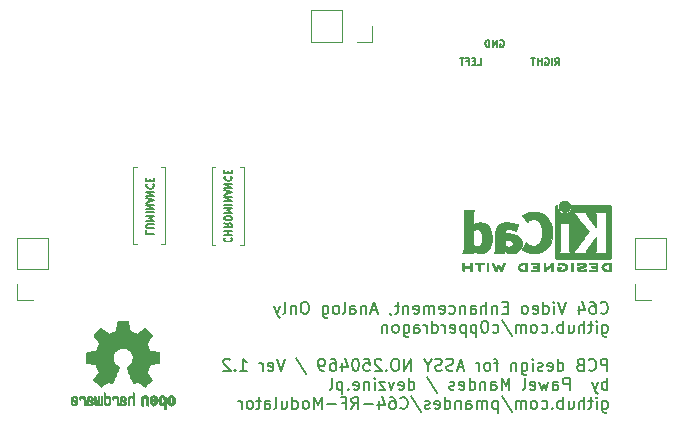
<source format=gbr>
G04 #@! TF.GenerationSoftware,KiCad,Pcbnew,(6.0.0)*
G04 #@! TF.CreationDate,2022-02-21T15:52:47+01:00*
G04 #@! TF.ProjectId,rfreplacement,72667265-706c-4616-9365-6d656e742e6b,rev?*
G04 #@! TF.SameCoordinates,Original*
G04 #@! TF.FileFunction,Legend,Bot*
G04 #@! TF.FilePolarity,Positive*
%FSLAX46Y46*%
G04 Gerber Fmt 4.6, Leading zero omitted, Abs format (unit mm)*
G04 Created by KiCad (PCBNEW (6.0.0)) date 2022-02-21 15:52:47*
%MOMM*%
%LPD*%
G01*
G04 APERTURE LIST*
%ADD10C,0.200000*%
%ADD11C,0.150000*%
%ADD12C,0.120000*%
%ADD13C,0.010000*%
%ADD14R,1.700000X1.700000*%
%ADD15O,1.700000X1.700000*%
%ADD16O,2.200000X4.000000*%
%ADD17O,4.000000X2.200000*%
%ADD18R,2.200000X4.000000*%
%ADD19R,1.398000X1.398000*%
%ADD20C,1.398000*%
%ADD21C,3.306000*%
%ADD22R,1.350000X1.350000*%
%ADD23O,1.350000X1.350000*%
%ADD24C,1.600000*%
%ADD25O,1.600000X1.600000*%
G04 APERTURE END LIST*
D10*
X146634476Y-87010142D02*
X146682095Y-87057761D01*
X146824952Y-87105380D01*
X146920190Y-87105380D01*
X147063047Y-87057761D01*
X147158285Y-86962523D01*
X147205904Y-86867285D01*
X147253523Y-86676809D01*
X147253523Y-86533952D01*
X147205904Y-86343476D01*
X147158285Y-86248238D01*
X147063047Y-86153000D01*
X146920190Y-86105380D01*
X146824952Y-86105380D01*
X146682095Y-86153000D01*
X146634476Y-86200619D01*
X145777333Y-86105380D02*
X145967809Y-86105380D01*
X146063047Y-86153000D01*
X146110666Y-86200619D01*
X146205904Y-86343476D01*
X146253523Y-86533952D01*
X146253523Y-86914904D01*
X146205904Y-87010142D01*
X146158285Y-87057761D01*
X146063047Y-87105380D01*
X145872571Y-87105380D01*
X145777333Y-87057761D01*
X145729714Y-87010142D01*
X145682095Y-86914904D01*
X145682095Y-86676809D01*
X145729714Y-86581571D01*
X145777333Y-86533952D01*
X145872571Y-86486333D01*
X146063047Y-86486333D01*
X146158285Y-86533952D01*
X146205904Y-86581571D01*
X146253523Y-86676809D01*
X144824952Y-86438714D02*
X144824952Y-87105380D01*
X145063047Y-86057761D02*
X145301142Y-86772047D01*
X144682095Y-86772047D01*
X143682095Y-86105380D02*
X143348761Y-87105380D01*
X143015428Y-86105380D01*
X142682095Y-87105380D02*
X142682095Y-86438714D01*
X142682095Y-86105380D02*
X142729714Y-86153000D01*
X142682095Y-86200619D01*
X142634476Y-86153000D01*
X142682095Y-86105380D01*
X142682095Y-86200619D01*
X141777333Y-87105380D02*
X141777333Y-86105380D01*
X141777333Y-87057761D02*
X141872571Y-87105380D01*
X142063047Y-87105380D01*
X142158285Y-87057761D01*
X142205904Y-87010142D01*
X142253523Y-86914904D01*
X142253523Y-86629190D01*
X142205904Y-86533952D01*
X142158285Y-86486333D01*
X142063047Y-86438714D01*
X141872571Y-86438714D01*
X141777333Y-86486333D01*
X140920190Y-87057761D02*
X141015428Y-87105380D01*
X141205904Y-87105380D01*
X141301142Y-87057761D01*
X141348761Y-86962523D01*
X141348761Y-86581571D01*
X141301142Y-86486333D01*
X141205904Y-86438714D01*
X141015428Y-86438714D01*
X140920190Y-86486333D01*
X140872571Y-86581571D01*
X140872571Y-86676809D01*
X141348761Y-86772047D01*
X140301142Y-87105380D02*
X140396380Y-87057761D01*
X140444000Y-87010142D01*
X140491619Y-86914904D01*
X140491619Y-86629190D01*
X140444000Y-86533952D01*
X140396380Y-86486333D01*
X140301142Y-86438714D01*
X140158285Y-86438714D01*
X140063047Y-86486333D01*
X140015428Y-86533952D01*
X139967809Y-86629190D01*
X139967809Y-86914904D01*
X140015428Y-87010142D01*
X140063047Y-87057761D01*
X140158285Y-87105380D01*
X140301142Y-87105380D01*
X138777333Y-86581571D02*
X138444000Y-86581571D01*
X138301142Y-87105380D02*
X138777333Y-87105380D01*
X138777333Y-86105380D01*
X138301142Y-86105380D01*
X137872571Y-86438714D02*
X137872571Y-87105380D01*
X137872571Y-86533952D02*
X137824952Y-86486333D01*
X137729714Y-86438714D01*
X137586857Y-86438714D01*
X137491619Y-86486333D01*
X137444000Y-86581571D01*
X137444000Y-87105380D01*
X136967809Y-87105380D02*
X136967809Y-86105380D01*
X136539238Y-87105380D02*
X136539238Y-86581571D01*
X136586857Y-86486333D01*
X136682095Y-86438714D01*
X136824952Y-86438714D01*
X136920190Y-86486333D01*
X136967809Y-86533952D01*
X135634476Y-87105380D02*
X135634476Y-86581571D01*
X135682095Y-86486333D01*
X135777333Y-86438714D01*
X135967809Y-86438714D01*
X136063047Y-86486333D01*
X135634476Y-87057761D02*
X135729714Y-87105380D01*
X135967809Y-87105380D01*
X136063047Y-87057761D01*
X136110666Y-86962523D01*
X136110666Y-86867285D01*
X136063047Y-86772047D01*
X135967809Y-86724428D01*
X135729714Y-86724428D01*
X135634476Y-86676809D01*
X135158285Y-86438714D02*
X135158285Y-87105380D01*
X135158285Y-86533952D02*
X135110666Y-86486333D01*
X135015428Y-86438714D01*
X134872571Y-86438714D01*
X134777333Y-86486333D01*
X134729714Y-86581571D01*
X134729714Y-87105380D01*
X133824952Y-87057761D02*
X133920190Y-87105380D01*
X134110666Y-87105380D01*
X134205904Y-87057761D01*
X134253523Y-87010142D01*
X134301142Y-86914904D01*
X134301142Y-86629190D01*
X134253523Y-86533952D01*
X134205904Y-86486333D01*
X134110666Y-86438714D01*
X133920190Y-86438714D01*
X133824952Y-86486333D01*
X133015428Y-87057761D02*
X133110666Y-87105380D01*
X133301142Y-87105380D01*
X133396380Y-87057761D01*
X133444000Y-86962523D01*
X133444000Y-86581571D01*
X133396380Y-86486333D01*
X133301142Y-86438714D01*
X133110666Y-86438714D01*
X133015428Y-86486333D01*
X132967809Y-86581571D01*
X132967809Y-86676809D01*
X133444000Y-86772047D01*
X132539238Y-87105380D02*
X132539238Y-86438714D01*
X132539238Y-86533952D02*
X132491619Y-86486333D01*
X132396380Y-86438714D01*
X132253523Y-86438714D01*
X132158285Y-86486333D01*
X132110666Y-86581571D01*
X132110666Y-87105380D01*
X132110666Y-86581571D02*
X132063047Y-86486333D01*
X131967809Y-86438714D01*
X131824952Y-86438714D01*
X131729714Y-86486333D01*
X131682095Y-86581571D01*
X131682095Y-87105380D01*
X130824952Y-87057761D02*
X130920190Y-87105380D01*
X131110666Y-87105380D01*
X131205904Y-87057761D01*
X131253523Y-86962523D01*
X131253523Y-86581571D01*
X131205904Y-86486333D01*
X131110666Y-86438714D01*
X130920190Y-86438714D01*
X130824952Y-86486333D01*
X130777333Y-86581571D01*
X130777333Y-86676809D01*
X131253523Y-86772047D01*
X130348761Y-86438714D02*
X130348761Y-87105380D01*
X130348761Y-86533952D02*
X130301142Y-86486333D01*
X130205904Y-86438714D01*
X130063047Y-86438714D01*
X129967809Y-86486333D01*
X129920190Y-86581571D01*
X129920190Y-87105380D01*
X129586857Y-86438714D02*
X129205904Y-86438714D01*
X129444000Y-86105380D02*
X129444000Y-86962523D01*
X129396380Y-87057761D01*
X129301142Y-87105380D01*
X129205904Y-87105380D01*
X128824952Y-87057761D02*
X128824952Y-87105380D01*
X128872571Y-87200619D01*
X128920190Y-87248238D01*
X127682095Y-86819666D02*
X127205904Y-86819666D01*
X127777333Y-87105380D02*
X127444000Y-86105380D01*
X127110666Y-87105380D01*
X126777333Y-86438714D02*
X126777333Y-87105380D01*
X126777333Y-86533952D02*
X126729714Y-86486333D01*
X126634476Y-86438714D01*
X126491619Y-86438714D01*
X126396380Y-86486333D01*
X126348761Y-86581571D01*
X126348761Y-87105380D01*
X125444000Y-87105380D02*
X125444000Y-86581571D01*
X125491619Y-86486333D01*
X125586857Y-86438714D01*
X125777333Y-86438714D01*
X125872571Y-86486333D01*
X125444000Y-87057761D02*
X125539238Y-87105380D01*
X125777333Y-87105380D01*
X125872571Y-87057761D01*
X125920190Y-86962523D01*
X125920190Y-86867285D01*
X125872571Y-86772047D01*
X125777333Y-86724428D01*
X125539238Y-86724428D01*
X125444000Y-86676809D01*
X124824952Y-87105380D02*
X124920190Y-87057761D01*
X124967809Y-86962523D01*
X124967809Y-86105380D01*
X124301142Y-87105380D02*
X124396380Y-87057761D01*
X124444000Y-87010142D01*
X124491619Y-86914904D01*
X124491619Y-86629190D01*
X124444000Y-86533952D01*
X124396380Y-86486333D01*
X124301142Y-86438714D01*
X124158285Y-86438714D01*
X124063047Y-86486333D01*
X124015428Y-86533952D01*
X123967809Y-86629190D01*
X123967809Y-86914904D01*
X124015428Y-87010142D01*
X124063047Y-87057761D01*
X124158285Y-87105380D01*
X124301142Y-87105380D01*
X123110666Y-86438714D02*
X123110666Y-87248238D01*
X123158285Y-87343476D01*
X123205904Y-87391095D01*
X123301142Y-87438714D01*
X123444000Y-87438714D01*
X123539238Y-87391095D01*
X123110666Y-87057761D02*
X123205904Y-87105380D01*
X123396380Y-87105380D01*
X123491619Y-87057761D01*
X123539238Y-87010142D01*
X123586857Y-86914904D01*
X123586857Y-86629190D01*
X123539238Y-86533952D01*
X123491619Y-86486333D01*
X123396380Y-86438714D01*
X123205904Y-86438714D01*
X123110666Y-86486333D01*
X121682095Y-86105380D02*
X121491619Y-86105380D01*
X121396380Y-86153000D01*
X121301142Y-86248238D01*
X121253523Y-86438714D01*
X121253523Y-86772047D01*
X121301142Y-86962523D01*
X121396380Y-87057761D01*
X121491619Y-87105380D01*
X121682095Y-87105380D01*
X121777333Y-87057761D01*
X121872571Y-86962523D01*
X121920190Y-86772047D01*
X121920190Y-86438714D01*
X121872571Y-86248238D01*
X121777333Y-86153000D01*
X121682095Y-86105380D01*
X120824952Y-86438714D02*
X120824952Y-87105380D01*
X120824952Y-86533952D02*
X120777333Y-86486333D01*
X120682095Y-86438714D01*
X120539238Y-86438714D01*
X120444000Y-86486333D01*
X120396380Y-86581571D01*
X120396380Y-87105380D01*
X119777333Y-87105380D02*
X119872571Y-87057761D01*
X119920190Y-86962523D01*
X119920190Y-86105380D01*
X119491619Y-86438714D02*
X119253523Y-87105380D01*
X119015428Y-86438714D02*
X119253523Y-87105380D01*
X119348761Y-87343476D01*
X119396380Y-87391095D01*
X119491619Y-87438714D01*
X146777333Y-88048714D02*
X146777333Y-88858238D01*
X146824952Y-88953476D01*
X146872571Y-89001095D01*
X146967809Y-89048714D01*
X147110666Y-89048714D01*
X147205904Y-89001095D01*
X146777333Y-88667761D02*
X146872571Y-88715380D01*
X147063047Y-88715380D01*
X147158285Y-88667761D01*
X147205904Y-88620142D01*
X147253523Y-88524904D01*
X147253523Y-88239190D01*
X147205904Y-88143952D01*
X147158285Y-88096333D01*
X147063047Y-88048714D01*
X146872571Y-88048714D01*
X146777333Y-88096333D01*
X146301142Y-88715380D02*
X146301142Y-88048714D01*
X146301142Y-87715380D02*
X146348761Y-87763000D01*
X146301142Y-87810619D01*
X146253523Y-87763000D01*
X146301142Y-87715380D01*
X146301142Y-87810619D01*
X145967809Y-88048714D02*
X145586857Y-88048714D01*
X145824952Y-87715380D02*
X145824952Y-88572523D01*
X145777333Y-88667761D01*
X145682095Y-88715380D01*
X145586857Y-88715380D01*
X145253523Y-88715380D02*
X145253523Y-87715380D01*
X144824952Y-88715380D02*
X144824952Y-88191571D01*
X144872571Y-88096333D01*
X144967809Y-88048714D01*
X145110666Y-88048714D01*
X145205904Y-88096333D01*
X145253523Y-88143952D01*
X143920190Y-88048714D02*
X143920190Y-88715380D01*
X144348761Y-88048714D02*
X144348761Y-88572523D01*
X144301142Y-88667761D01*
X144205904Y-88715380D01*
X144063047Y-88715380D01*
X143967809Y-88667761D01*
X143920190Y-88620142D01*
X143444000Y-88715380D02*
X143444000Y-87715380D01*
X143444000Y-88096333D02*
X143348761Y-88048714D01*
X143158285Y-88048714D01*
X143063047Y-88096333D01*
X143015428Y-88143952D01*
X142967809Y-88239190D01*
X142967809Y-88524904D01*
X143015428Y-88620142D01*
X143063047Y-88667761D01*
X143158285Y-88715380D01*
X143348761Y-88715380D01*
X143444000Y-88667761D01*
X142539238Y-88620142D02*
X142491619Y-88667761D01*
X142539238Y-88715380D01*
X142586857Y-88667761D01*
X142539238Y-88620142D01*
X142539238Y-88715380D01*
X141634476Y-88667761D02*
X141729714Y-88715380D01*
X141920190Y-88715380D01*
X142015428Y-88667761D01*
X142063047Y-88620142D01*
X142110666Y-88524904D01*
X142110666Y-88239190D01*
X142063047Y-88143952D01*
X142015428Y-88096333D01*
X141920190Y-88048714D01*
X141729714Y-88048714D01*
X141634476Y-88096333D01*
X141063047Y-88715380D02*
X141158285Y-88667761D01*
X141205904Y-88620142D01*
X141253523Y-88524904D01*
X141253523Y-88239190D01*
X141205904Y-88143952D01*
X141158285Y-88096333D01*
X141063047Y-88048714D01*
X140920190Y-88048714D01*
X140824952Y-88096333D01*
X140777333Y-88143952D01*
X140729714Y-88239190D01*
X140729714Y-88524904D01*
X140777333Y-88620142D01*
X140824952Y-88667761D01*
X140920190Y-88715380D01*
X141063047Y-88715380D01*
X140301142Y-88715380D02*
X140301142Y-88048714D01*
X140301142Y-88143952D02*
X140253523Y-88096333D01*
X140158285Y-88048714D01*
X140015428Y-88048714D01*
X139920190Y-88096333D01*
X139872571Y-88191571D01*
X139872571Y-88715380D01*
X139872571Y-88191571D02*
X139824952Y-88096333D01*
X139729714Y-88048714D01*
X139586857Y-88048714D01*
X139491619Y-88096333D01*
X139444000Y-88191571D01*
X139444000Y-88715380D01*
X138253523Y-87667761D02*
X139110666Y-88953476D01*
X137491619Y-88667761D02*
X137586857Y-88715380D01*
X137777333Y-88715380D01*
X137872571Y-88667761D01*
X137920190Y-88620142D01*
X137967809Y-88524904D01*
X137967809Y-88239190D01*
X137920190Y-88143952D01*
X137872571Y-88096333D01*
X137777333Y-88048714D01*
X137586857Y-88048714D01*
X137491619Y-88096333D01*
X136872571Y-87715380D02*
X136777333Y-87715380D01*
X136682095Y-87763000D01*
X136634476Y-87810619D01*
X136586857Y-87905857D01*
X136539238Y-88096333D01*
X136539238Y-88334428D01*
X136586857Y-88524904D01*
X136634476Y-88620142D01*
X136682095Y-88667761D01*
X136777333Y-88715380D01*
X136872571Y-88715380D01*
X136967809Y-88667761D01*
X137015428Y-88620142D01*
X137063047Y-88524904D01*
X137110666Y-88334428D01*
X137110666Y-88096333D01*
X137063047Y-87905857D01*
X137015428Y-87810619D01*
X136967809Y-87763000D01*
X136872571Y-87715380D01*
X136110666Y-88048714D02*
X136110666Y-89048714D01*
X136110666Y-88096333D02*
X136015428Y-88048714D01*
X135824952Y-88048714D01*
X135729714Y-88096333D01*
X135682095Y-88143952D01*
X135634476Y-88239190D01*
X135634476Y-88524904D01*
X135682095Y-88620142D01*
X135729714Y-88667761D01*
X135824952Y-88715380D01*
X136015428Y-88715380D01*
X136110666Y-88667761D01*
X135205904Y-88048714D02*
X135205904Y-89048714D01*
X135205904Y-88096333D02*
X135110666Y-88048714D01*
X134920190Y-88048714D01*
X134824952Y-88096333D01*
X134777333Y-88143952D01*
X134729714Y-88239190D01*
X134729714Y-88524904D01*
X134777333Y-88620142D01*
X134824952Y-88667761D01*
X134920190Y-88715380D01*
X135110666Y-88715380D01*
X135205904Y-88667761D01*
X133920190Y-88667761D02*
X134015428Y-88715380D01*
X134205904Y-88715380D01*
X134301142Y-88667761D01*
X134348761Y-88572523D01*
X134348761Y-88191571D01*
X134301142Y-88096333D01*
X134205904Y-88048714D01*
X134015428Y-88048714D01*
X133920190Y-88096333D01*
X133872571Y-88191571D01*
X133872571Y-88286809D01*
X134348761Y-88382047D01*
X133444000Y-88715380D02*
X133444000Y-88048714D01*
X133444000Y-88239190D02*
X133396380Y-88143952D01*
X133348761Y-88096333D01*
X133253523Y-88048714D01*
X133158285Y-88048714D01*
X132396380Y-88715380D02*
X132396380Y-87715380D01*
X132396380Y-88667761D02*
X132491619Y-88715380D01*
X132682095Y-88715380D01*
X132777333Y-88667761D01*
X132824952Y-88620142D01*
X132872571Y-88524904D01*
X132872571Y-88239190D01*
X132824952Y-88143952D01*
X132777333Y-88096333D01*
X132682095Y-88048714D01*
X132491619Y-88048714D01*
X132396380Y-88096333D01*
X131920190Y-88715380D02*
X131920190Y-88048714D01*
X131920190Y-88239190D02*
X131872571Y-88143952D01*
X131824952Y-88096333D01*
X131729714Y-88048714D01*
X131634476Y-88048714D01*
X130872571Y-88715380D02*
X130872571Y-88191571D01*
X130920190Y-88096333D01*
X131015428Y-88048714D01*
X131205904Y-88048714D01*
X131301142Y-88096333D01*
X130872571Y-88667761D02*
X130967809Y-88715380D01*
X131205904Y-88715380D01*
X131301142Y-88667761D01*
X131348761Y-88572523D01*
X131348761Y-88477285D01*
X131301142Y-88382047D01*
X131205904Y-88334428D01*
X130967809Y-88334428D01*
X130872571Y-88286809D01*
X129967809Y-88048714D02*
X129967809Y-88858238D01*
X130015428Y-88953476D01*
X130063047Y-89001095D01*
X130158285Y-89048714D01*
X130301142Y-89048714D01*
X130396380Y-89001095D01*
X129967809Y-88667761D02*
X130063047Y-88715380D01*
X130253523Y-88715380D01*
X130348761Y-88667761D01*
X130396380Y-88620142D01*
X130444000Y-88524904D01*
X130444000Y-88239190D01*
X130396380Y-88143952D01*
X130348761Y-88096333D01*
X130253523Y-88048714D01*
X130063047Y-88048714D01*
X129967809Y-88096333D01*
X129348761Y-88715380D02*
X129444000Y-88667761D01*
X129491619Y-88620142D01*
X129539238Y-88524904D01*
X129539238Y-88239190D01*
X129491619Y-88143952D01*
X129444000Y-88096333D01*
X129348761Y-88048714D01*
X129205904Y-88048714D01*
X129110666Y-88096333D01*
X129063047Y-88143952D01*
X129015428Y-88239190D01*
X129015428Y-88524904D01*
X129063047Y-88620142D01*
X129110666Y-88667761D01*
X129205904Y-88715380D01*
X129348761Y-88715380D01*
X128586857Y-88048714D02*
X128586857Y-88715380D01*
X128586857Y-88143952D02*
X128539238Y-88096333D01*
X128444000Y-88048714D01*
X128301142Y-88048714D01*
X128205904Y-88096333D01*
X128158285Y-88191571D01*
X128158285Y-88715380D01*
X147205904Y-91935380D02*
X147205904Y-90935380D01*
X146824952Y-90935380D01*
X146729714Y-90983000D01*
X146682095Y-91030619D01*
X146634476Y-91125857D01*
X146634476Y-91268714D01*
X146682095Y-91363952D01*
X146729714Y-91411571D01*
X146824952Y-91459190D01*
X147205904Y-91459190D01*
X145634476Y-91840142D02*
X145682095Y-91887761D01*
X145824952Y-91935380D01*
X145920190Y-91935380D01*
X146063047Y-91887761D01*
X146158285Y-91792523D01*
X146205904Y-91697285D01*
X146253523Y-91506809D01*
X146253523Y-91363952D01*
X146205904Y-91173476D01*
X146158285Y-91078238D01*
X146063047Y-90983000D01*
X145920190Y-90935380D01*
X145824952Y-90935380D01*
X145682095Y-90983000D01*
X145634476Y-91030619D01*
X144872571Y-91411571D02*
X144729714Y-91459190D01*
X144682095Y-91506809D01*
X144634476Y-91602047D01*
X144634476Y-91744904D01*
X144682095Y-91840142D01*
X144729714Y-91887761D01*
X144824952Y-91935380D01*
X145205904Y-91935380D01*
X145205904Y-90935380D01*
X144872571Y-90935380D01*
X144777333Y-90983000D01*
X144729714Y-91030619D01*
X144682095Y-91125857D01*
X144682095Y-91221095D01*
X144729714Y-91316333D01*
X144777333Y-91363952D01*
X144872571Y-91411571D01*
X145205904Y-91411571D01*
X143015428Y-91935380D02*
X143015428Y-90935380D01*
X143015428Y-91887761D02*
X143110666Y-91935380D01*
X143301142Y-91935380D01*
X143396380Y-91887761D01*
X143444000Y-91840142D01*
X143491619Y-91744904D01*
X143491619Y-91459190D01*
X143444000Y-91363952D01*
X143396380Y-91316333D01*
X143301142Y-91268714D01*
X143110666Y-91268714D01*
X143015428Y-91316333D01*
X142158285Y-91887761D02*
X142253523Y-91935380D01*
X142444000Y-91935380D01*
X142539238Y-91887761D01*
X142586857Y-91792523D01*
X142586857Y-91411571D01*
X142539238Y-91316333D01*
X142444000Y-91268714D01*
X142253523Y-91268714D01*
X142158285Y-91316333D01*
X142110666Y-91411571D01*
X142110666Y-91506809D01*
X142586857Y-91602047D01*
X141729714Y-91887761D02*
X141634476Y-91935380D01*
X141444000Y-91935380D01*
X141348761Y-91887761D01*
X141301142Y-91792523D01*
X141301142Y-91744904D01*
X141348761Y-91649666D01*
X141444000Y-91602047D01*
X141586857Y-91602047D01*
X141682095Y-91554428D01*
X141729714Y-91459190D01*
X141729714Y-91411571D01*
X141682095Y-91316333D01*
X141586857Y-91268714D01*
X141444000Y-91268714D01*
X141348761Y-91316333D01*
X140872571Y-91935380D02*
X140872571Y-91268714D01*
X140872571Y-90935380D02*
X140920190Y-90983000D01*
X140872571Y-91030619D01*
X140824952Y-90983000D01*
X140872571Y-90935380D01*
X140872571Y-91030619D01*
X139967809Y-91268714D02*
X139967809Y-92078238D01*
X140015428Y-92173476D01*
X140063047Y-92221095D01*
X140158285Y-92268714D01*
X140301142Y-92268714D01*
X140396380Y-92221095D01*
X139967809Y-91887761D02*
X140063047Y-91935380D01*
X140253523Y-91935380D01*
X140348761Y-91887761D01*
X140396380Y-91840142D01*
X140444000Y-91744904D01*
X140444000Y-91459190D01*
X140396380Y-91363952D01*
X140348761Y-91316333D01*
X140253523Y-91268714D01*
X140063047Y-91268714D01*
X139967809Y-91316333D01*
X139491619Y-91268714D02*
X139491619Y-91935380D01*
X139491619Y-91363952D02*
X139444000Y-91316333D01*
X139348761Y-91268714D01*
X139205904Y-91268714D01*
X139110666Y-91316333D01*
X139063047Y-91411571D01*
X139063047Y-91935380D01*
X137967809Y-91268714D02*
X137586857Y-91268714D01*
X137824952Y-91935380D02*
X137824952Y-91078238D01*
X137777333Y-90983000D01*
X137682095Y-90935380D01*
X137586857Y-90935380D01*
X137110666Y-91935380D02*
X137205904Y-91887761D01*
X137253523Y-91840142D01*
X137301142Y-91744904D01*
X137301142Y-91459190D01*
X137253523Y-91363952D01*
X137205904Y-91316333D01*
X137110666Y-91268714D01*
X136967809Y-91268714D01*
X136872571Y-91316333D01*
X136824952Y-91363952D01*
X136777333Y-91459190D01*
X136777333Y-91744904D01*
X136824952Y-91840142D01*
X136872571Y-91887761D01*
X136967809Y-91935380D01*
X137110666Y-91935380D01*
X136348761Y-91935380D02*
X136348761Y-91268714D01*
X136348761Y-91459190D02*
X136301142Y-91363952D01*
X136253523Y-91316333D01*
X136158285Y-91268714D01*
X136063047Y-91268714D01*
X135015428Y-91649666D02*
X134539238Y-91649666D01*
X135110666Y-91935380D02*
X134777333Y-90935380D01*
X134444000Y-91935380D01*
X134158285Y-91887761D02*
X134015428Y-91935380D01*
X133777333Y-91935380D01*
X133682095Y-91887761D01*
X133634476Y-91840142D01*
X133586857Y-91744904D01*
X133586857Y-91649666D01*
X133634476Y-91554428D01*
X133682095Y-91506809D01*
X133777333Y-91459190D01*
X133967809Y-91411571D01*
X134063047Y-91363952D01*
X134110666Y-91316333D01*
X134158285Y-91221095D01*
X134158285Y-91125857D01*
X134110666Y-91030619D01*
X134063047Y-90983000D01*
X133967809Y-90935380D01*
X133729714Y-90935380D01*
X133586857Y-90983000D01*
X133205904Y-91887761D02*
X133063047Y-91935380D01*
X132824952Y-91935380D01*
X132729714Y-91887761D01*
X132682095Y-91840142D01*
X132634476Y-91744904D01*
X132634476Y-91649666D01*
X132682095Y-91554428D01*
X132729714Y-91506809D01*
X132824952Y-91459190D01*
X133015428Y-91411571D01*
X133110666Y-91363952D01*
X133158285Y-91316333D01*
X133205904Y-91221095D01*
X133205904Y-91125857D01*
X133158285Y-91030619D01*
X133110666Y-90983000D01*
X133015428Y-90935380D01*
X132777333Y-90935380D01*
X132634476Y-90983000D01*
X132015428Y-91459190D02*
X132015428Y-91935380D01*
X132348761Y-90935380D02*
X132015428Y-91459190D01*
X131682095Y-90935380D01*
X130586857Y-91935380D02*
X130586857Y-90935380D01*
X130015428Y-91935380D01*
X130015428Y-90935380D01*
X129348761Y-90935380D02*
X129158285Y-90935380D01*
X129063047Y-90983000D01*
X128967809Y-91078238D01*
X128920190Y-91268714D01*
X128920190Y-91602047D01*
X128967809Y-91792523D01*
X129063047Y-91887761D01*
X129158285Y-91935380D01*
X129348761Y-91935380D01*
X129444000Y-91887761D01*
X129539238Y-91792523D01*
X129586857Y-91602047D01*
X129586857Y-91268714D01*
X129539238Y-91078238D01*
X129444000Y-90983000D01*
X129348761Y-90935380D01*
X128491619Y-91840142D02*
X128444000Y-91887761D01*
X128491619Y-91935380D01*
X128539238Y-91887761D01*
X128491619Y-91840142D01*
X128491619Y-91935380D01*
X128063047Y-91030619D02*
X128015428Y-90983000D01*
X127920190Y-90935380D01*
X127682095Y-90935380D01*
X127586857Y-90983000D01*
X127539238Y-91030619D01*
X127491619Y-91125857D01*
X127491619Y-91221095D01*
X127539238Y-91363952D01*
X128110666Y-91935380D01*
X127491619Y-91935380D01*
X126586857Y-90935380D02*
X127063047Y-90935380D01*
X127110666Y-91411571D01*
X127063047Y-91363952D01*
X126967809Y-91316333D01*
X126729714Y-91316333D01*
X126634476Y-91363952D01*
X126586857Y-91411571D01*
X126539238Y-91506809D01*
X126539238Y-91744904D01*
X126586857Y-91840142D01*
X126634476Y-91887761D01*
X126729714Y-91935380D01*
X126967809Y-91935380D01*
X127063047Y-91887761D01*
X127110666Y-91840142D01*
X125920190Y-90935380D02*
X125824952Y-90935380D01*
X125729714Y-90983000D01*
X125682095Y-91030619D01*
X125634476Y-91125857D01*
X125586857Y-91316333D01*
X125586857Y-91554428D01*
X125634476Y-91744904D01*
X125682095Y-91840142D01*
X125729714Y-91887761D01*
X125824952Y-91935380D01*
X125920190Y-91935380D01*
X126015428Y-91887761D01*
X126063047Y-91840142D01*
X126110666Y-91744904D01*
X126158285Y-91554428D01*
X126158285Y-91316333D01*
X126110666Y-91125857D01*
X126063047Y-91030619D01*
X126015428Y-90983000D01*
X125920190Y-90935380D01*
X124729714Y-91268714D02*
X124729714Y-91935380D01*
X124967809Y-90887761D02*
X125205904Y-91602047D01*
X124586857Y-91602047D01*
X123777333Y-90935380D02*
X123967809Y-90935380D01*
X124063047Y-90983000D01*
X124110666Y-91030619D01*
X124205904Y-91173476D01*
X124253523Y-91363952D01*
X124253523Y-91744904D01*
X124205904Y-91840142D01*
X124158285Y-91887761D01*
X124063047Y-91935380D01*
X123872571Y-91935380D01*
X123777333Y-91887761D01*
X123729714Y-91840142D01*
X123682095Y-91744904D01*
X123682095Y-91506809D01*
X123729714Y-91411571D01*
X123777333Y-91363952D01*
X123872571Y-91316333D01*
X124063047Y-91316333D01*
X124158285Y-91363952D01*
X124205904Y-91411571D01*
X124253523Y-91506809D01*
X123205904Y-91935380D02*
X123015428Y-91935380D01*
X122920190Y-91887761D01*
X122872571Y-91840142D01*
X122777333Y-91697285D01*
X122729714Y-91506809D01*
X122729714Y-91125857D01*
X122777333Y-91030619D01*
X122824952Y-90983000D01*
X122920190Y-90935380D01*
X123110666Y-90935380D01*
X123205904Y-90983000D01*
X123253523Y-91030619D01*
X123301142Y-91125857D01*
X123301142Y-91363952D01*
X123253523Y-91459190D01*
X123205904Y-91506809D01*
X123110666Y-91554428D01*
X122920190Y-91554428D01*
X122824952Y-91506809D01*
X122777333Y-91459190D01*
X122729714Y-91363952D01*
X120824952Y-90887761D02*
X121682095Y-92173476D01*
X119872571Y-90935380D02*
X119539238Y-91935380D01*
X119205904Y-90935380D01*
X118491619Y-91887761D02*
X118586857Y-91935380D01*
X118777333Y-91935380D01*
X118872571Y-91887761D01*
X118920190Y-91792523D01*
X118920190Y-91411571D01*
X118872571Y-91316333D01*
X118777333Y-91268714D01*
X118586857Y-91268714D01*
X118491619Y-91316333D01*
X118444000Y-91411571D01*
X118444000Y-91506809D01*
X118920190Y-91602047D01*
X118015428Y-91935380D02*
X118015428Y-91268714D01*
X118015428Y-91459190D02*
X117967809Y-91363952D01*
X117920190Y-91316333D01*
X117824952Y-91268714D01*
X117729714Y-91268714D01*
X116110666Y-91935380D02*
X116682095Y-91935380D01*
X116396380Y-91935380D02*
X116396380Y-90935380D01*
X116491619Y-91078238D01*
X116586857Y-91173476D01*
X116682095Y-91221095D01*
X115682095Y-91840142D02*
X115634476Y-91887761D01*
X115682095Y-91935380D01*
X115729714Y-91887761D01*
X115682095Y-91840142D01*
X115682095Y-91935380D01*
X115253523Y-91030619D02*
X115205904Y-90983000D01*
X115110666Y-90935380D01*
X114872571Y-90935380D01*
X114777333Y-90983000D01*
X114729714Y-91030619D01*
X114682095Y-91125857D01*
X114682095Y-91221095D01*
X114729714Y-91363952D01*
X115301142Y-91935380D01*
X114682095Y-91935380D01*
X147205904Y-93545380D02*
X147205904Y-92545380D01*
X147205904Y-92926333D02*
X147110666Y-92878714D01*
X146920190Y-92878714D01*
X146824952Y-92926333D01*
X146777333Y-92973952D01*
X146729714Y-93069190D01*
X146729714Y-93354904D01*
X146777333Y-93450142D01*
X146824952Y-93497761D01*
X146920190Y-93545380D01*
X147110666Y-93545380D01*
X147205904Y-93497761D01*
X146396380Y-92878714D02*
X146158285Y-93545380D01*
X145920190Y-92878714D02*
X146158285Y-93545380D01*
X146253523Y-93783476D01*
X146301142Y-93831095D01*
X146396380Y-93878714D01*
X144015428Y-93545380D02*
X144015428Y-92545380D01*
X143634476Y-92545380D01*
X143539238Y-92593000D01*
X143491619Y-92640619D01*
X143444000Y-92735857D01*
X143444000Y-92878714D01*
X143491619Y-92973952D01*
X143539238Y-93021571D01*
X143634476Y-93069190D01*
X144015428Y-93069190D01*
X142586857Y-93545380D02*
X142586857Y-93021571D01*
X142634476Y-92926333D01*
X142729714Y-92878714D01*
X142920190Y-92878714D01*
X143015428Y-92926333D01*
X142586857Y-93497761D02*
X142682095Y-93545380D01*
X142920190Y-93545380D01*
X143015428Y-93497761D01*
X143063047Y-93402523D01*
X143063047Y-93307285D01*
X143015428Y-93212047D01*
X142920190Y-93164428D01*
X142682095Y-93164428D01*
X142586857Y-93116809D01*
X142205904Y-92878714D02*
X142015428Y-93545380D01*
X141824952Y-93069190D01*
X141634476Y-93545380D01*
X141444000Y-92878714D01*
X140682095Y-93497761D02*
X140777333Y-93545380D01*
X140967809Y-93545380D01*
X141063047Y-93497761D01*
X141110666Y-93402523D01*
X141110666Y-93021571D01*
X141063047Y-92926333D01*
X140967809Y-92878714D01*
X140777333Y-92878714D01*
X140682095Y-92926333D01*
X140634476Y-93021571D01*
X140634476Y-93116809D01*
X141110666Y-93212047D01*
X140063047Y-93545380D02*
X140158285Y-93497761D01*
X140205904Y-93402523D01*
X140205904Y-92545380D01*
X138920190Y-93545380D02*
X138920190Y-92545380D01*
X138586857Y-93259666D01*
X138253523Y-92545380D01*
X138253523Y-93545380D01*
X137348761Y-93545380D02*
X137348761Y-93021571D01*
X137396380Y-92926333D01*
X137491619Y-92878714D01*
X137682095Y-92878714D01*
X137777333Y-92926333D01*
X137348761Y-93497761D02*
X137444000Y-93545380D01*
X137682095Y-93545380D01*
X137777333Y-93497761D01*
X137824952Y-93402523D01*
X137824952Y-93307285D01*
X137777333Y-93212047D01*
X137682095Y-93164428D01*
X137444000Y-93164428D01*
X137348761Y-93116809D01*
X136872571Y-92878714D02*
X136872571Y-93545380D01*
X136872571Y-92973952D02*
X136824952Y-92926333D01*
X136729714Y-92878714D01*
X136586857Y-92878714D01*
X136491619Y-92926333D01*
X136444000Y-93021571D01*
X136444000Y-93545380D01*
X135539238Y-93545380D02*
X135539238Y-92545380D01*
X135539238Y-93497761D02*
X135634476Y-93545380D01*
X135824952Y-93545380D01*
X135920190Y-93497761D01*
X135967809Y-93450142D01*
X136015428Y-93354904D01*
X136015428Y-93069190D01*
X135967809Y-92973952D01*
X135920190Y-92926333D01*
X135824952Y-92878714D01*
X135634476Y-92878714D01*
X135539238Y-92926333D01*
X134682095Y-93497761D02*
X134777333Y-93545380D01*
X134967809Y-93545380D01*
X135063047Y-93497761D01*
X135110666Y-93402523D01*
X135110666Y-93021571D01*
X135063047Y-92926333D01*
X134967809Y-92878714D01*
X134777333Y-92878714D01*
X134682095Y-92926333D01*
X134634476Y-93021571D01*
X134634476Y-93116809D01*
X135110666Y-93212047D01*
X134253523Y-93497761D02*
X134158285Y-93545380D01*
X133967809Y-93545380D01*
X133872571Y-93497761D01*
X133824952Y-93402523D01*
X133824952Y-93354904D01*
X133872571Y-93259666D01*
X133967809Y-93212047D01*
X134110666Y-93212047D01*
X134205904Y-93164428D01*
X134253523Y-93069190D01*
X134253523Y-93021571D01*
X134205904Y-92926333D01*
X134110666Y-92878714D01*
X133967809Y-92878714D01*
X133872571Y-92926333D01*
X131920190Y-92497761D02*
X132777333Y-93783476D01*
X130396380Y-93545380D02*
X130396380Y-92545380D01*
X130396380Y-93497761D02*
X130491619Y-93545380D01*
X130682095Y-93545380D01*
X130777333Y-93497761D01*
X130824952Y-93450142D01*
X130872571Y-93354904D01*
X130872571Y-93069190D01*
X130824952Y-92973952D01*
X130777333Y-92926333D01*
X130682095Y-92878714D01*
X130491619Y-92878714D01*
X130396380Y-92926333D01*
X129539238Y-93497761D02*
X129634476Y-93545380D01*
X129824952Y-93545380D01*
X129920190Y-93497761D01*
X129967809Y-93402523D01*
X129967809Y-93021571D01*
X129920190Y-92926333D01*
X129824952Y-92878714D01*
X129634476Y-92878714D01*
X129539238Y-92926333D01*
X129491619Y-93021571D01*
X129491619Y-93116809D01*
X129967809Y-93212047D01*
X129158285Y-92878714D02*
X128920190Y-93545380D01*
X128682095Y-92878714D01*
X128396380Y-92878714D02*
X127872571Y-92878714D01*
X128396380Y-93545380D01*
X127872571Y-93545380D01*
X127491619Y-93545380D02*
X127491619Y-92878714D01*
X127491619Y-92545380D02*
X127539238Y-92593000D01*
X127491619Y-92640619D01*
X127444000Y-92593000D01*
X127491619Y-92545380D01*
X127491619Y-92640619D01*
X127015428Y-92878714D02*
X127015428Y-93545380D01*
X127015428Y-92973952D02*
X126967809Y-92926333D01*
X126872571Y-92878714D01*
X126729714Y-92878714D01*
X126634476Y-92926333D01*
X126586857Y-93021571D01*
X126586857Y-93545380D01*
X125729714Y-93497761D02*
X125824952Y-93545380D01*
X126015428Y-93545380D01*
X126110666Y-93497761D01*
X126158285Y-93402523D01*
X126158285Y-93021571D01*
X126110666Y-92926333D01*
X126015428Y-92878714D01*
X125824952Y-92878714D01*
X125729714Y-92926333D01*
X125682095Y-93021571D01*
X125682095Y-93116809D01*
X126158285Y-93212047D01*
X125253523Y-93450142D02*
X125205904Y-93497761D01*
X125253523Y-93545380D01*
X125301142Y-93497761D01*
X125253523Y-93450142D01*
X125253523Y-93545380D01*
X124777333Y-92878714D02*
X124777333Y-93878714D01*
X124777333Y-92926333D02*
X124682095Y-92878714D01*
X124491619Y-92878714D01*
X124396380Y-92926333D01*
X124348761Y-92973952D01*
X124301142Y-93069190D01*
X124301142Y-93354904D01*
X124348761Y-93450142D01*
X124396380Y-93497761D01*
X124491619Y-93545380D01*
X124682095Y-93545380D01*
X124777333Y-93497761D01*
X123729714Y-93545380D02*
X123824952Y-93497761D01*
X123872571Y-93402523D01*
X123872571Y-92545380D01*
X146777333Y-94488714D02*
X146777333Y-95298238D01*
X146824952Y-95393476D01*
X146872571Y-95441095D01*
X146967809Y-95488714D01*
X147110666Y-95488714D01*
X147205904Y-95441095D01*
X146777333Y-95107761D02*
X146872571Y-95155380D01*
X147063047Y-95155380D01*
X147158285Y-95107761D01*
X147205904Y-95060142D01*
X147253523Y-94964904D01*
X147253523Y-94679190D01*
X147205904Y-94583952D01*
X147158285Y-94536333D01*
X147063047Y-94488714D01*
X146872571Y-94488714D01*
X146777333Y-94536333D01*
X146301142Y-95155380D02*
X146301142Y-94488714D01*
X146301142Y-94155380D02*
X146348761Y-94203000D01*
X146301142Y-94250619D01*
X146253523Y-94203000D01*
X146301142Y-94155380D01*
X146301142Y-94250619D01*
X145967809Y-94488714D02*
X145586857Y-94488714D01*
X145824952Y-94155380D02*
X145824952Y-95012523D01*
X145777333Y-95107761D01*
X145682095Y-95155380D01*
X145586857Y-95155380D01*
X145253523Y-95155380D02*
X145253523Y-94155380D01*
X144824952Y-95155380D02*
X144824952Y-94631571D01*
X144872571Y-94536333D01*
X144967809Y-94488714D01*
X145110666Y-94488714D01*
X145205904Y-94536333D01*
X145253523Y-94583952D01*
X143920190Y-94488714D02*
X143920190Y-95155380D01*
X144348761Y-94488714D02*
X144348761Y-95012523D01*
X144301142Y-95107761D01*
X144205904Y-95155380D01*
X144063047Y-95155380D01*
X143967809Y-95107761D01*
X143920190Y-95060142D01*
X143444000Y-95155380D02*
X143444000Y-94155380D01*
X143444000Y-94536333D02*
X143348761Y-94488714D01*
X143158285Y-94488714D01*
X143063047Y-94536333D01*
X143015428Y-94583952D01*
X142967809Y-94679190D01*
X142967809Y-94964904D01*
X143015428Y-95060142D01*
X143063047Y-95107761D01*
X143158285Y-95155380D01*
X143348761Y-95155380D01*
X143444000Y-95107761D01*
X142539238Y-95060142D02*
X142491619Y-95107761D01*
X142539238Y-95155380D01*
X142586857Y-95107761D01*
X142539238Y-95060142D01*
X142539238Y-95155380D01*
X141634476Y-95107761D02*
X141729714Y-95155380D01*
X141920190Y-95155380D01*
X142015428Y-95107761D01*
X142063047Y-95060142D01*
X142110666Y-94964904D01*
X142110666Y-94679190D01*
X142063047Y-94583952D01*
X142015428Y-94536333D01*
X141920190Y-94488714D01*
X141729714Y-94488714D01*
X141634476Y-94536333D01*
X141063047Y-95155380D02*
X141158285Y-95107761D01*
X141205904Y-95060142D01*
X141253523Y-94964904D01*
X141253523Y-94679190D01*
X141205904Y-94583952D01*
X141158285Y-94536333D01*
X141063047Y-94488714D01*
X140920190Y-94488714D01*
X140824952Y-94536333D01*
X140777333Y-94583952D01*
X140729714Y-94679190D01*
X140729714Y-94964904D01*
X140777333Y-95060142D01*
X140824952Y-95107761D01*
X140920190Y-95155380D01*
X141063047Y-95155380D01*
X140301142Y-95155380D02*
X140301142Y-94488714D01*
X140301142Y-94583952D02*
X140253523Y-94536333D01*
X140158285Y-94488714D01*
X140015428Y-94488714D01*
X139920190Y-94536333D01*
X139872571Y-94631571D01*
X139872571Y-95155380D01*
X139872571Y-94631571D02*
X139824952Y-94536333D01*
X139729714Y-94488714D01*
X139586857Y-94488714D01*
X139491619Y-94536333D01*
X139444000Y-94631571D01*
X139444000Y-95155380D01*
X138253523Y-94107761D02*
X139110666Y-95393476D01*
X137920190Y-94488714D02*
X137920190Y-95488714D01*
X137920190Y-94536333D02*
X137824952Y-94488714D01*
X137634476Y-94488714D01*
X137539238Y-94536333D01*
X137491619Y-94583952D01*
X137444000Y-94679190D01*
X137444000Y-94964904D01*
X137491619Y-95060142D01*
X137539238Y-95107761D01*
X137634476Y-95155380D01*
X137824952Y-95155380D01*
X137920190Y-95107761D01*
X137015428Y-95155380D02*
X137015428Y-94488714D01*
X137015428Y-94583952D02*
X136967809Y-94536333D01*
X136872571Y-94488714D01*
X136729714Y-94488714D01*
X136634476Y-94536333D01*
X136586857Y-94631571D01*
X136586857Y-95155380D01*
X136586857Y-94631571D02*
X136539238Y-94536333D01*
X136444000Y-94488714D01*
X136301142Y-94488714D01*
X136205904Y-94536333D01*
X136158285Y-94631571D01*
X136158285Y-95155380D01*
X135253523Y-95155380D02*
X135253523Y-94631571D01*
X135301142Y-94536333D01*
X135396380Y-94488714D01*
X135586857Y-94488714D01*
X135682095Y-94536333D01*
X135253523Y-95107761D02*
X135348761Y-95155380D01*
X135586857Y-95155380D01*
X135682095Y-95107761D01*
X135729714Y-95012523D01*
X135729714Y-94917285D01*
X135682095Y-94822047D01*
X135586857Y-94774428D01*
X135348761Y-94774428D01*
X135253523Y-94726809D01*
X134777333Y-94488714D02*
X134777333Y-95155380D01*
X134777333Y-94583952D02*
X134729714Y-94536333D01*
X134634476Y-94488714D01*
X134491619Y-94488714D01*
X134396380Y-94536333D01*
X134348761Y-94631571D01*
X134348761Y-95155380D01*
X133444000Y-95155380D02*
X133444000Y-94155380D01*
X133444000Y-95107761D02*
X133539238Y-95155380D01*
X133729714Y-95155380D01*
X133824952Y-95107761D01*
X133872571Y-95060142D01*
X133920190Y-94964904D01*
X133920190Y-94679190D01*
X133872571Y-94583952D01*
X133824952Y-94536333D01*
X133729714Y-94488714D01*
X133539238Y-94488714D01*
X133444000Y-94536333D01*
X132586857Y-95107761D02*
X132682095Y-95155380D01*
X132872571Y-95155380D01*
X132967809Y-95107761D01*
X133015428Y-95012523D01*
X133015428Y-94631571D01*
X132967809Y-94536333D01*
X132872571Y-94488714D01*
X132682095Y-94488714D01*
X132586857Y-94536333D01*
X132539238Y-94631571D01*
X132539238Y-94726809D01*
X133015428Y-94822047D01*
X132158285Y-95107761D02*
X132063047Y-95155380D01*
X131872571Y-95155380D01*
X131777333Y-95107761D01*
X131729714Y-95012523D01*
X131729714Y-94964904D01*
X131777333Y-94869666D01*
X131872571Y-94822047D01*
X132015428Y-94822047D01*
X132110666Y-94774428D01*
X132158285Y-94679190D01*
X132158285Y-94631571D01*
X132110666Y-94536333D01*
X132015428Y-94488714D01*
X131872571Y-94488714D01*
X131777333Y-94536333D01*
X130586857Y-94107761D02*
X131444000Y-95393476D01*
X129682095Y-95060142D02*
X129729714Y-95107761D01*
X129872571Y-95155380D01*
X129967809Y-95155380D01*
X130110666Y-95107761D01*
X130205904Y-95012523D01*
X130253523Y-94917285D01*
X130301142Y-94726809D01*
X130301142Y-94583952D01*
X130253523Y-94393476D01*
X130205904Y-94298238D01*
X130110666Y-94203000D01*
X129967809Y-94155380D01*
X129872571Y-94155380D01*
X129729714Y-94203000D01*
X129682095Y-94250619D01*
X128824952Y-94155380D02*
X129015428Y-94155380D01*
X129110666Y-94203000D01*
X129158285Y-94250619D01*
X129253523Y-94393476D01*
X129301142Y-94583952D01*
X129301142Y-94964904D01*
X129253523Y-95060142D01*
X129205904Y-95107761D01*
X129110666Y-95155380D01*
X128920190Y-95155380D01*
X128824952Y-95107761D01*
X128777333Y-95060142D01*
X128729714Y-94964904D01*
X128729714Y-94726809D01*
X128777333Y-94631571D01*
X128824952Y-94583952D01*
X128920190Y-94536333D01*
X129110666Y-94536333D01*
X129205904Y-94583952D01*
X129253523Y-94631571D01*
X129301142Y-94726809D01*
X127872571Y-94488714D02*
X127872571Y-95155380D01*
X128110666Y-94107761D02*
X128348761Y-94822047D01*
X127729714Y-94822047D01*
X127348761Y-94774428D02*
X126586857Y-94774428D01*
X125539238Y-95155380D02*
X125872571Y-94679190D01*
X126110666Y-95155380D02*
X126110666Y-94155380D01*
X125729714Y-94155380D01*
X125634476Y-94203000D01*
X125586857Y-94250619D01*
X125539238Y-94345857D01*
X125539238Y-94488714D01*
X125586857Y-94583952D01*
X125634476Y-94631571D01*
X125729714Y-94679190D01*
X126110666Y-94679190D01*
X124777333Y-94631571D02*
X125110666Y-94631571D01*
X125110666Y-95155380D02*
X125110666Y-94155380D01*
X124634476Y-94155380D01*
X124253523Y-94774428D02*
X123491619Y-94774428D01*
X123015428Y-95155380D02*
X123015428Y-94155380D01*
X122682095Y-94869666D01*
X122348761Y-94155380D01*
X122348761Y-95155380D01*
X121729714Y-95155380D02*
X121824952Y-95107761D01*
X121872571Y-95060142D01*
X121920190Y-94964904D01*
X121920190Y-94679190D01*
X121872571Y-94583952D01*
X121824952Y-94536333D01*
X121729714Y-94488714D01*
X121586857Y-94488714D01*
X121491619Y-94536333D01*
X121444000Y-94583952D01*
X121396380Y-94679190D01*
X121396380Y-94964904D01*
X121444000Y-95060142D01*
X121491619Y-95107761D01*
X121586857Y-95155380D01*
X121729714Y-95155380D01*
X120539238Y-95155380D02*
X120539238Y-94155380D01*
X120539238Y-95107761D02*
X120634476Y-95155380D01*
X120824952Y-95155380D01*
X120920190Y-95107761D01*
X120967809Y-95060142D01*
X121015428Y-94964904D01*
X121015428Y-94679190D01*
X120967809Y-94583952D01*
X120920190Y-94536333D01*
X120824952Y-94488714D01*
X120634476Y-94488714D01*
X120539238Y-94536333D01*
X119634476Y-94488714D02*
X119634476Y-95155380D01*
X120063047Y-94488714D02*
X120063047Y-95012523D01*
X120015428Y-95107761D01*
X119920190Y-95155380D01*
X119777333Y-95155380D01*
X119682095Y-95107761D01*
X119634476Y-95060142D01*
X119015428Y-95155380D02*
X119110666Y-95107761D01*
X119158285Y-95012523D01*
X119158285Y-94155380D01*
X118205904Y-95155380D02*
X118205904Y-94631571D01*
X118253523Y-94536333D01*
X118348761Y-94488714D01*
X118539238Y-94488714D01*
X118634476Y-94536333D01*
X118205904Y-95107761D02*
X118301142Y-95155380D01*
X118539238Y-95155380D01*
X118634476Y-95107761D01*
X118682095Y-95012523D01*
X118682095Y-94917285D01*
X118634476Y-94822047D01*
X118539238Y-94774428D01*
X118301142Y-94774428D01*
X118205904Y-94726809D01*
X117872571Y-94488714D02*
X117491619Y-94488714D01*
X117729714Y-94155380D02*
X117729714Y-95012523D01*
X117682095Y-95107761D01*
X117586857Y-95155380D01*
X117491619Y-95155380D01*
X117015428Y-95155380D02*
X117110666Y-95107761D01*
X117158285Y-95060142D01*
X117205904Y-94964904D01*
X117205904Y-94679190D01*
X117158285Y-94583952D01*
X117110666Y-94536333D01*
X117015428Y-94488714D01*
X116872571Y-94488714D01*
X116777333Y-94536333D01*
X116729714Y-94583952D01*
X116682095Y-94679190D01*
X116682095Y-94964904D01*
X116729714Y-95060142D01*
X116777333Y-95107761D01*
X116872571Y-95155380D01*
X117015428Y-95155380D01*
X116253523Y-95155380D02*
X116253523Y-94488714D01*
X116253523Y-94679190D02*
X116205904Y-94583952D01*
X116158285Y-94536333D01*
X116063047Y-94488714D01*
X115967809Y-94488714D01*
D11*
X114847714Y-80663714D02*
X114819142Y-80692285D01*
X114790571Y-80778000D01*
X114790571Y-80835142D01*
X114819142Y-80920857D01*
X114876285Y-80978000D01*
X114933428Y-81006571D01*
X115047714Y-81035142D01*
X115133428Y-81035142D01*
X115247714Y-81006571D01*
X115304857Y-80978000D01*
X115362000Y-80920857D01*
X115390571Y-80835142D01*
X115390571Y-80778000D01*
X115362000Y-80692285D01*
X115333428Y-80663714D01*
X114790571Y-80406571D02*
X115390571Y-80406571D01*
X115104857Y-80406571D02*
X115104857Y-80063714D01*
X114790571Y-80063714D02*
X115390571Y-80063714D01*
X114790571Y-79435142D02*
X115076285Y-79635142D01*
X114790571Y-79778000D02*
X115390571Y-79778000D01*
X115390571Y-79549428D01*
X115362000Y-79492285D01*
X115333428Y-79463714D01*
X115276285Y-79435142D01*
X115190571Y-79435142D01*
X115133428Y-79463714D01*
X115104857Y-79492285D01*
X115076285Y-79549428D01*
X115076285Y-79778000D01*
X115390571Y-79063714D02*
X115390571Y-78949428D01*
X115362000Y-78892285D01*
X115304857Y-78835142D01*
X115190571Y-78806571D01*
X114990571Y-78806571D01*
X114876285Y-78835142D01*
X114819142Y-78892285D01*
X114790571Y-78949428D01*
X114790571Y-79063714D01*
X114819142Y-79120857D01*
X114876285Y-79178000D01*
X114990571Y-79206571D01*
X115190571Y-79206571D01*
X115304857Y-79178000D01*
X115362000Y-79120857D01*
X115390571Y-79063714D01*
X114790571Y-78549428D02*
X115390571Y-78549428D01*
X114962000Y-78349428D01*
X115390571Y-78149428D01*
X114790571Y-78149428D01*
X114790571Y-77863714D02*
X115390571Y-77863714D01*
X114790571Y-77578000D02*
X115390571Y-77578000D01*
X114790571Y-77235142D01*
X115390571Y-77235142D01*
X114962000Y-76978000D02*
X114962000Y-76692285D01*
X114790571Y-77035142D02*
X115390571Y-76835142D01*
X114790571Y-76635142D01*
X114790571Y-76435142D02*
X115390571Y-76435142D01*
X114790571Y-76092285D01*
X115390571Y-76092285D01*
X114847714Y-75463714D02*
X114819142Y-75492285D01*
X114790571Y-75578000D01*
X114790571Y-75635142D01*
X114819142Y-75720857D01*
X114876285Y-75778000D01*
X114933428Y-75806571D01*
X115047714Y-75835142D01*
X115133428Y-75835142D01*
X115247714Y-75806571D01*
X115304857Y-75778000D01*
X115362000Y-75720857D01*
X115390571Y-75635142D01*
X115390571Y-75578000D01*
X115362000Y-75492285D01*
X115333428Y-75463714D01*
X115104857Y-75206571D02*
X115104857Y-75006571D01*
X114790571Y-74920857D02*
X114790571Y-75206571D01*
X115390571Y-75206571D01*
X115390571Y-74920857D01*
X108186571Y-80049428D02*
X108186571Y-80335142D01*
X108786571Y-80335142D01*
X108786571Y-79849428D02*
X108300857Y-79849428D01*
X108243714Y-79820857D01*
X108215142Y-79792285D01*
X108186571Y-79735142D01*
X108186571Y-79620857D01*
X108215142Y-79563714D01*
X108243714Y-79535142D01*
X108300857Y-79506571D01*
X108786571Y-79506571D01*
X108186571Y-79220857D02*
X108786571Y-79220857D01*
X108358000Y-79020857D01*
X108786571Y-78820857D01*
X108186571Y-78820857D01*
X108186571Y-78535142D02*
X108786571Y-78535142D01*
X108186571Y-78249428D02*
X108786571Y-78249428D01*
X108186571Y-77906571D01*
X108786571Y-77906571D01*
X108358000Y-77649428D02*
X108358000Y-77363714D01*
X108186571Y-77706571D02*
X108786571Y-77506571D01*
X108186571Y-77306571D01*
X108186571Y-77106571D02*
X108786571Y-77106571D01*
X108186571Y-76763714D01*
X108786571Y-76763714D01*
X108243714Y-76135142D02*
X108215142Y-76163714D01*
X108186571Y-76249428D01*
X108186571Y-76306571D01*
X108215142Y-76392285D01*
X108272285Y-76449428D01*
X108329428Y-76478000D01*
X108443714Y-76506571D01*
X108529428Y-76506571D01*
X108643714Y-76478000D01*
X108700857Y-76449428D01*
X108758000Y-76392285D01*
X108786571Y-76306571D01*
X108786571Y-76249428D01*
X108758000Y-76163714D01*
X108729428Y-76135142D01*
X108500857Y-75878000D02*
X108500857Y-75678000D01*
X108186571Y-75592285D02*
X108186571Y-75878000D01*
X108786571Y-75878000D01*
X108786571Y-75592285D01*
X138125142Y-63962000D02*
X138182285Y-63933428D01*
X138268000Y-63933428D01*
X138353714Y-63962000D01*
X138410857Y-64019142D01*
X138439428Y-64076285D01*
X138468000Y-64190571D01*
X138468000Y-64276285D01*
X138439428Y-64390571D01*
X138410857Y-64447714D01*
X138353714Y-64504857D01*
X138268000Y-64533428D01*
X138210857Y-64533428D01*
X138125142Y-64504857D01*
X138096571Y-64476285D01*
X138096571Y-64276285D01*
X138210857Y-64276285D01*
X137839428Y-64533428D02*
X137839428Y-63933428D01*
X137496571Y-64533428D01*
X137496571Y-63933428D01*
X137210857Y-64533428D02*
X137210857Y-63933428D01*
X137068000Y-63933428D01*
X136982285Y-63962000D01*
X136925142Y-64019142D01*
X136896571Y-64076285D01*
X136868000Y-64190571D01*
X136868000Y-64276285D01*
X136896571Y-64390571D01*
X136925142Y-64447714D01*
X136982285Y-64504857D01*
X137068000Y-64533428D01*
X137210857Y-64533428D01*
X136207428Y-66057428D02*
X136493142Y-66057428D01*
X136493142Y-65457428D01*
X136007428Y-65743142D02*
X135807428Y-65743142D01*
X135721714Y-66057428D02*
X136007428Y-66057428D01*
X136007428Y-65457428D01*
X135721714Y-65457428D01*
X135264571Y-65743142D02*
X135464571Y-65743142D01*
X135464571Y-66057428D02*
X135464571Y-65457428D01*
X135178857Y-65457428D01*
X135036000Y-65457428D02*
X134693142Y-65457428D01*
X134864571Y-66057428D02*
X134864571Y-65457428D01*
X142786000Y-66057428D02*
X142986000Y-65771714D01*
X143128857Y-66057428D02*
X143128857Y-65457428D01*
X142900285Y-65457428D01*
X142843142Y-65486000D01*
X142814571Y-65514571D01*
X142786000Y-65571714D01*
X142786000Y-65657428D01*
X142814571Y-65714571D01*
X142843142Y-65743142D01*
X142900285Y-65771714D01*
X143128857Y-65771714D01*
X142528857Y-66057428D02*
X142528857Y-65457428D01*
X141928857Y-65486000D02*
X141986000Y-65457428D01*
X142071714Y-65457428D01*
X142157428Y-65486000D01*
X142214571Y-65543142D01*
X142243142Y-65600285D01*
X142271714Y-65714571D01*
X142271714Y-65800285D01*
X142243142Y-65914571D01*
X142214571Y-65971714D01*
X142157428Y-66028857D01*
X142071714Y-66057428D01*
X142014571Y-66057428D01*
X141928857Y-66028857D01*
X141900285Y-66000285D01*
X141900285Y-65800285D01*
X142014571Y-65800285D01*
X141643142Y-66057428D02*
X141643142Y-65457428D01*
X141643142Y-65743142D02*
X141300285Y-65743142D01*
X141300285Y-66057428D02*
X141300285Y-65457428D01*
X141100285Y-65457428D02*
X140757428Y-65457428D01*
X140928857Y-66057428D02*
X140928857Y-65457428D01*
D12*
X127314000Y-64068000D02*
X127314000Y-62738000D01*
X122114000Y-64068000D02*
X122114000Y-61408000D01*
X124714000Y-64068000D02*
X124714000Y-61408000D01*
X125984000Y-64068000D02*
X127314000Y-64068000D01*
X124714000Y-64068000D02*
X122114000Y-64068000D01*
X124714000Y-61408000D02*
X122114000Y-61408000D01*
X149546000Y-80712000D02*
X152206000Y-80712000D01*
X149546000Y-84582000D02*
X149546000Y-85912000D01*
X149546000Y-83312000D02*
X149546000Y-80712000D01*
X149546000Y-83312000D02*
X152206000Y-83312000D01*
X149546000Y-85912000D02*
X150876000Y-85912000D01*
X152206000Y-83312000D02*
X152206000Y-80712000D01*
X97222000Y-80712000D02*
X99882000Y-80712000D01*
X97222000Y-84582000D02*
X97222000Y-85912000D01*
X97222000Y-83312000D02*
X99882000Y-83312000D01*
X97222000Y-83312000D02*
X97222000Y-80712000D01*
X97222000Y-85912000D02*
X98552000Y-85912000D01*
X99882000Y-83312000D02*
X99882000Y-80712000D01*
X107036000Y-74692000D02*
X107036000Y-81232000D01*
X109776000Y-81232000D02*
X109446000Y-81232000D01*
X107036000Y-81232000D02*
X107366000Y-81232000D01*
X109776000Y-74692000D02*
X109776000Y-81232000D01*
X109446000Y-74692000D02*
X109776000Y-74692000D01*
X107366000Y-74692000D02*
X107036000Y-74692000D01*
X116432000Y-81248000D02*
X116102000Y-81248000D01*
X114022000Y-74708000D02*
X113692000Y-74708000D01*
X113692000Y-81248000D02*
X114022000Y-81248000D01*
X116102000Y-74708000D02*
X116432000Y-74708000D01*
X113692000Y-74708000D02*
X113692000Y-81248000D01*
X116432000Y-74708000D02*
X116432000Y-81248000D01*
D13*
X105458638Y-94064670D02*
X105369883Y-94097421D01*
X105369883Y-94097421D02*
X105297978Y-94155350D01*
X105297978Y-94155350D02*
X105269856Y-94196128D01*
X105269856Y-94196128D02*
X105239198Y-94270954D01*
X105239198Y-94270954D02*
X105239835Y-94325058D01*
X105239835Y-94325058D02*
X105272013Y-94361446D01*
X105272013Y-94361446D02*
X105283919Y-94367633D01*
X105283919Y-94367633D02*
X105335325Y-94386925D01*
X105335325Y-94386925D02*
X105361578Y-94381982D01*
X105361578Y-94381982D02*
X105370470Y-94349587D01*
X105370470Y-94349587D02*
X105370923Y-94331692D01*
X105370923Y-94331692D02*
X105387203Y-94265859D01*
X105387203Y-94265859D02*
X105429635Y-94219807D01*
X105429635Y-94219807D02*
X105488612Y-94197564D01*
X105488612Y-94197564D02*
X105554525Y-94203161D01*
X105554525Y-94203161D02*
X105608105Y-94232229D01*
X105608105Y-94232229D02*
X105626202Y-94248810D01*
X105626202Y-94248810D02*
X105639029Y-94268925D01*
X105639029Y-94268925D02*
X105647694Y-94299332D01*
X105647694Y-94299332D02*
X105653304Y-94346788D01*
X105653304Y-94346788D02*
X105656965Y-94418050D01*
X105656965Y-94418050D02*
X105659785Y-94519875D01*
X105659785Y-94519875D02*
X105660516Y-94552115D01*
X105660516Y-94552115D02*
X105663180Y-94662410D01*
X105663180Y-94662410D02*
X105666208Y-94740036D01*
X105666208Y-94740036D02*
X105670750Y-94791396D01*
X105670750Y-94791396D02*
X105677954Y-94822890D01*
X105677954Y-94822890D02*
X105688967Y-94840920D01*
X105688967Y-94840920D02*
X105704940Y-94851888D01*
X105704940Y-94851888D02*
X105715166Y-94856733D01*
X105715166Y-94856733D02*
X105758594Y-94873301D01*
X105758594Y-94873301D02*
X105784158Y-94878769D01*
X105784158Y-94878769D02*
X105792605Y-94860507D01*
X105792605Y-94860507D02*
X105797761Y-94805296D01*
X105797761Y-94805296D02*
X105799654Y-94712499D01*
X105799654Y-94712499D02*
X105798311Y-94581478D01*
X105798311Y-94581478D02*
X105797893Y-94561269D01*
X105797893Y-94561269D02*
X105794942Y-94441733D01*
X105794942Y-94441733D02*
X105791452Y-94354449D01*
X105791452Y-94354449D02*
X105786486Y-94292591D01*
X105786486Y-94292591D02*
X105779107Y-94249336D01*
X105779107Y-94249336D02*
X105768376Y-94217860D01*
X105768376Y-94217860D02*
X105753355Y-94191339D01*
X105753355Y-94191339D02*
X105745498Y-94179975D01*
X105745498Y-94179975D02*
X105700447Y-94129692D01*
X105700447Y-94129692D02*
X105650060Y-94090581D01*
X105650060Y-94090581D02*
X105643892Y-94087167D01*
X105643892Y-94087167D02*
X105553542Y-94060212D01*
X105553542Y-94060212D02*
X105458638Y-94064670D01*
X105458638Y-94064670D02*
X105458638Y-94064670D01*
G36*
X105643892Y-94087167D02*
G01*
X105650060Y-94090581D01*
X105700447Y-94129692D01*
X105745498Y-94179975D01*
X105753355Y-94191339D01*
X105768376Y-94217860D01*
X105779107Y-94249336D01*
X105786486Y-94292591D01*
X105791452Y-94354449D01*
X105794942Y-94441733D01*
X105797893Y-94561269D01*
X105798311Y-94581478D01*
X105799654Y-94712499D01*
X105797761Y-94805296D01*
X105792605Y-94860507D01*
X105784158Y-94878769D01*
X105758594Y-94873301D01*
X105715166Y-94856733D01*
X105704940Y-94851888D01*
X105688967Y-94840920D01*
X105677954Y-94822890D01*
X105670750Y-94791396D01*
X105666208Y-94740036D01*
X105663180Y-94662410D01*
X105660516Y-94552115D01*
X105659785Y-94519875D01*
X105656965Y-94418050D01*
X105653304Y-94346788D01*
X105647694Y-94299332D01*
X105639029Y-94268925D01*
X105626202Y-94248810D01*
X105608105Y-94232229D01*
X105554525Y-94203161D01*
X105488612Y-94197564D01*
X105429635Y-94219807D01*
X105387203Y-94265859D01*
X105370923Y-94331692D01*
X105370470Y-94349587D01*
X105361578Y-94381982D01*
X105335325Y-94386925D01*
X105283919Y-94367633D01*
X105272013Y-94361446D01*
X105239835Y-94325058D01*
X105239198Y-94270954D01*
X105269856Y-94196128D01*
X105297978Y-94155350D01*
X105369883Y-94097421D01*
X105458638Y-94064670D01*
X105553542Y-94060212D01*
X105643892Y-94087167D01*
G37*
X105643892Y-94087167D02*
X105650060Y-94090581D01*
X105700447Y-94129692D01*
X105745498Y-94179975D01*
X105753355Y-94191339D01*
X105768376Y-94217860D01*
X105779107Y-94249336D01*
X105786486Y-94292591D01*
X105791452Y-94354449D01*
X105794942Y-94441733D01*
X105797893Y-94561269D01*
X105798311Y-94581478D01*
X105799654Y-94712499D01*
X105797761Y-94805296D01*
X105792605Y-94860507D01*
X105784158Y-94878769D01*
X105758594Y-94873301D01*
X105715166Y-94856733D01*
X105704940Y-94851888D01*
X105688967Y-94840920D01*
X105677954Y-94822890D01*
X105670750Y-94791396D01*
X105666208Y-94740036D01*
X105663180Y-94662410D01*
X105660516Y-94552115D01*
X105659785Y-94519875D01*
X105656965Y-94418050D01*
X105653304Y-94346788D01*
X105647694Y-94299332D01*
X105639029Y-94268925D01*
X105626202Y-94248810D01*
X105608105Y-94232229D01*
X105554525Y-94203161D01*
X105488612Y-94197564D01*
X105429635Y-94219807D01*
X105387203Y-94265859D01*
X105370923Y-94331692D01*
X105370470Y-94349587D01*
X105361578Y-94381982D01*
X105335325Y-94386925D01*
X105283919Y-94367633D01*
X105272013Y-94361446D01*
X105239835Y-94325058D01*
X105239198Y-94270954D01*
X105269856Y-94196128D01*
X105297978Y-94155350D01*
X105369883Y-94097421D01*
X105458638Y-94064670D01*
X105553542Y-94060212D01*
X105643892Y-94087167D01*
X106032122Y-87727776D02*
X105926388Y-87728355D01*
X105926388Y-87728355D02*
X105849868Y-87729922D01*
X105849868Y-87729922D02*
X105797628Y-87732972D01*
X105797628Y-87732972D02*
X105764737Y-87737996D01*
X105764737Y-87737996D02*
X105746263Y-87745489D01*
X105746263Y-87745489D02*
X105737273Y-87755944D01*
X105737273Y-87755944D02*
X105732837Y-87769853D01*
X105732837Y-87769853D02*
X105732406Y-87771654D01*
X105732406Y-87771654D02*
X105725667Y-87804145D01*
X105725667Y-87804145D02*
X105713192Y-87868252D01*
X105713192Y-87868252D02*
X105696281Y-87957151D01*
X105696281Y-87957151D02*
X105676229Y-88064019D01*
X105676229Y-88064019D02*
X105654336Y-88182033D01*
X105654336Y-88182033D02*
X105653571Y-88186178D01*
X105653571Y-88186178D02*
X105631641Y-88301831D01*
X105631641Y-88301831D02*
X105611123Y-88404014D01*
X105611123Y-88404014D02*
X105593341Y-88486598D01*
X105593341Y-88486598D02*
X105579619Y-88543456D01*
X105579619Y-88543456D02*
X105571282Y-88568458D01*
X105571282Y-88568458D02*
X105570884Y-88568901D01*
X105570884Y-88568901D02*
X105546323Y-88581110D01*
X105546323Y-88581110D02*
X105495685Y-88601456D01*
X105495685Y-88601456D02*
X105429905Y-88625545D01*
X105429905Y-88625545D02*
X105429539Y-88625674D01*
X105429539Y-88625674D02*
X105346683Y-88656818D01*
X105346683Y-88656818D02*
X105249000Y-88696491D01*
X105249000Y-88696491D02*
X105156923Y-88736381D01*
X105156923Y-88736381D02*
X105152566Y-88738353D01*
X105152566Y-88738353D02*
X105002593Y-88806420D01*
X105002593Y-88806420D02*
X104670502Y-88579639D01*
X104670502Y-88579639D02*
X104568626Y-88510504D01*
X104568626Y-88510504D02*
X104476343Y-88448697D01*
X104476343Y-88448697D02*
X104398997Y-88397733D01*
X104398997Y-88397733D02*
X104341936Y-88361127D01*
X104341936Y-88361127D02*
X104310505Y-88342394D01*
X104310505Y-88342394D02*
X104307521Y-88341004D01*
X104307521Y-88341004D02*
X104284679Y-88347190D01*
X104284679Y-88347190D02*
X104242018Y-88377035D01*
X104242018Y-88377035D02*
X104177872Y-88431947D01*
X104177872Y-88431947D02*
X104090579Y-88513334D01*
X104090579Y-88513334D02*
X104001465Y-88599922D01*
X104001465Y-88599922D02*
X103915559Y-88685247D01*
X103915559Y-88685247D02*
X103838673Y-88763108D01*
X103838673Y-88763108D02*
X103775436Y-88828697D01*
X103775436Y-88828697D02*
X103730477Y-88877205D01*
X103730477Y-88877205D02*
X103708424Y-88903825D01*
X103708424Y-88903825D02*
X103707604Y-88905195D01*
X103707604Y-88905195D02*
X103705166Y-88923463D01*
X103705166Y-88923463D02*
X103714350Y-88953295D01*
X103714350Y-88953295D02*
X103737426Y-88998721D01*
X103737426Y-88998721D02*
X103776663Y-89063770D01*
X103776663Y-89063770D02*
X103834330Y-89152470D01*
X103834330Y-89152470D02*
X103911205Y-89266657D01*
X103911205Y-89266657D02*
X103979430Y-89367162D01*
X103979430Y-89367162D02*
X104040418Y-89457303D01*
X104040418Y-89457303D02*
X104090644Y-89531849D01*
X104090644Y-89531849D02*
X104126584Y-89585565D01*
X104126584Y-89585565D02*
X104144713Y-89613218D01*
X104144713Y-89613218D02*
X104145854Y-89615095D01*
X104145854Y-89615095D02*
X104143641Y-89641590D01*
X104143641Y-89641590D02*
X104126862Y-89693086D01*
X104126862Y-89693086D02*
X104098858Y-89759851D01*
X104098858Y-89759851D02*
X104088878Y-89781172D01*
X104088878Y-89781172D02*
X104045328Y-89876159D01*
X104045328Y-89876159D02*
X103998866Y-89983937D01*
X103998866Y-89983937D02*
X103961123Y-90077192D01*
X103961123Y-90077192D02*
X103933927Y-90146406D01*
X103933927Y-90146406D02*
X103912325Y-90199006D01*
X103912325Y-90199006D02*
X103899842Y-90226497D01*
X103899842Y-90226497D02*
X103898291Y-90228616D01*
X103898291Y-90228616D02*
X103875332Y-90232124D01*
X103875332Y-90232124D02*
X103821214Y-90241738D01*
X103821214Y-90241738D02*
X103743132Y-90256089D01*
X103743132Y-90256089D02*
X103648281Y-90273807D01*
X103648281Y-90273807D02*
X103543857Y-90293525D01*
X103543857Y-90293525D02*
X103437056Y-90313874D01*
X103437056Y-90313874D02*
X103335074Y-90333486D01*
X103335074Y-90333486D02*
X103245106Y-90350991D01*
X103245106Y-90350991D02*
X103174347Y-90365022D01*
X103174347Y-90365022D02*
X103129994Y-90374209D01*
X103129994Y-90374209D02*
X103119115Y-90376807D01*
X103119115Y-90376807D02*
X103107878Y-90383218D01*
X103107878Y-90383218D02*
X103099395Y-90397697D01*
X103099395Y-90397697D02*
X103093286Y-90425133D01*
X103093286Y-90425133D02*
X103089168Y-90470411D01*
X103089168Y-90470411D02*
X103086659Y-90538420D01*
X103086659Y-90538420D02*
X103085379Y-90634047D01*
X103085379Y-90634047D02*
X103084946Y-90762180D01*
X103084946Y-90762180D02*
X103084923Y-90814701D01*
X103084923Y-90814701D02*
X103084923Y-91241845D01*
X103084923Y-91241845D02*
X103187500Y-91262091D01*
X103187500Y-91262091D02*
X103244569Y-91273070D01*
X103244569Y-91273070D02*
X103329731Y-91289095D01*
X103329731Y-91289095D02*
X103432628Y-91308233D01*
X103432628Y-91308233D02*
X103542904Y-91328551D01*
X103542904Y-91328551D02*
X103573385Y-91334132D01*
X103573385Y-91334132D02*
X103675145Y-91353917D01*
X103675145Y-91353917D02*
X103763795Y-91373373D01*
X103763795Y-91373373D02*
X103831892Y-91390697D01*
X103831892Y-91390697D02*
X103871996Y-91404088D01*
X103871996Y-91404088D02*
X103878677Y-91408079D01*
X103878677Y-91408079D02*
X103895081Y-91436342D01*
X103895081Y-91436342D02*
X103918601Y-91491109D01*
X103918601Y-91491109D02*
X103944684Y-91561588D01*
X103944684Y-91561588D02*
X103949858Y-91576769D01*
X103949858Y-91576769D02*
X103984044Y-91670896D01*
X103984044Y-91670896D02*
X104026477Y-91777101D01*
X104026477Y-91777101D02*
X104068003Y-91872473D01*
X104068003Y-91872473D02*
X104068208Y-91872916D01*
X104068208Y-91872916D02*
X104137360Y-92022525D01*
X104137360Y-92022525D02*
X103682488Y-92691617D01*
X103682488Y-92691617D02*
X103974500Y-92984116D01*
X103974500Y-92984116D02*
X104062820Y-93071170D01*
X104062820Y-93071170D02*
X104143375Y-93147909D01*
X104143375Y-93147909D02*
X104211640Y-93210237D01*
X104211640Y-93210237D02*
X104263092Y-93254056D01*
X104263092Y-93254056D02*
X104293206Y-93275270D01*
X104293206Y-93275270D02*
X104297526Y-93276616D01*
X104297526Y-93276616D02*
X104322889Y-93266016D01*
X104322889Y-93266016D02*
X104374642Y-93236547D01*
X104374642Y-93236547D02*
X104447132Y-93191705D01*
X104447132Y-93191705D02*
X104534706Y-93134984D01*
X104534706Y-93134984D02*
X104629388Y-93071462D01*
X104629388Y-93071462D02*
X104725484Y-93006668D01*
X104725484Y-93006668D02*
X104811163Y-92950287D01*
X104811163Y-92950287D02*
X104880984Y-92905788D01*
X104880984Y-92905788D02*
X104929506Y-92876639D01*
X104929506Y-92876639D02*
X104951218Y-92866308D01*
X104951218Y-92866308D02*
X104977707Y-92875050D01*
X104977707Y-92875050D02*
X105027938Y-92898087D01*
X105027938Y-92898087D02*
X105091549Y-92930631D01*
X105091549Y-92930631D02*
X105098292Y-92934249D01*
X105098292Y-92934249D02*
X105183954Y-92977210D01*
X105183954Y-92977210D02*
X105242694Y-92998279D01*
X105242694Y-92998279D02*
X105279228Y-92998503D01*
X105279228Y-92998503D02*
X105298269Y-92978928D01*
X105298269Y-92978928D02*
X105298380Y-92978654D01*
X105298380Y-92978654D02*
X105307898Y-92955472D01*
X105307898Y-92955472D02*
X105330597Y-92900441D01*
X105330597Y-92900441D02*
X105364718Y-92817822D01*
X105364718Y-92817822D02*
X105408500Y-92711872D01*
X105408500Y-92711872D02*
X105460184Y-92586852D01*
X105460184Y-92586852D02*
X105518008Y-92447020D01*
X105518008Y-92447020D02*
X105574009Y-92311637D01*
X105574009Y-92311637D02*
X105635553Y-92162234D01*
X105635553Y-92162234D02*
X105692061Y-92023832D01*
X105692061Y-92023832D02*
X105741839Y-91900673D01*
X105741839Y-91900673D02*
X105783194Y-91797002D01*
X105783194Y-91797002D02*
X105814432Y-91717059D01*
X105814432Y-91717059D02*
X105833859Y-91665088D01*
X105833859Y-91665088D02*
X105839846Y-91645692D01*
X105839846Y-91645692D02*
X105824832Y-91623443D01*
X105824832Y-91623443D02*
X105785561Y-91587982D01*
X105785561Y-91587982D02*
X105733193Y-91548887D01*
X105733193Y-91548887D02*
X105584059Y-91425245D01*
X105584059Y-91425245D02*
X105467489Y-91283522D01*
X105467489Y-91283522D02*
X105384882Y-91126704D01*
X105384882Y-91126704D02*
X105337634Y-90957775D01*
X105337634Y-90957775D02*
X105327143Y-90779722D01*
X105327143Y-90779722D02*
X105334769Y-90697539D01*
X105334769Y-90697539D02*
X105376318Y-90527031D01*
X105376318Y-90527031D02*
X105447877Y-90376459D01*
X105447877Y-90376459D02*
X105545005Y-90247309D01*
X105545005Y-90247309D02*
X105663266Y-90141064D01*
X105663266Y-90141064D02*
X105798220Y-90059210D01*
X105798220Y-90059210D02*
X105945429Y-90003232D01*
X105945429Y-90003232D02*
X106100456Y-89974615D01*
X106100456Y-89974615D02*
X106258861Y-89974844D01*
X106258861Y-89974844D02*
X106416206Y-90005405D01*
X106416206Y-90005405D02*
X106568054Y-90067782D01*
X106568054Y-90067782D02*
X106709965Y-90163460D01*
X106709965Y-90163460D02*
X106769197Y-90217572D01*
X106769197Y-90217572D02*
X106882797Y-90356520D01*
X106882797Y-90356520D02*
X106961894Y-90508361D01*
X106961894Y-90508361D02*
X107007014Y-90668667D01*
X107007014Y-90668667D02*
X107018684Y-90833012D01*
X107018684Y-90833012D02*
X106997431Y-90996971D01*
X106997431Y-90996971D02*
X106943780Y-91156118D01*
X106943780Y-91156118D02*
X106858260Y-91306025D01*
X106858260Y-91306025D02*
X106741395Y-91442267D01*
X106741395Y-91442267D02*
X106610807Y-91548887D01*
X106610807Y-91548887D02*
X106556412Y-91589642D01*
X106556412Y-91589642D02*
X106517986Y-91624718D01*
X106517986Y-91624718D02*
X106504154Y-91645726D01*
X106504154Y-91645726D02*
X106511397Y-91668635D01*
X106511397Y-91668635D02*
X106531995Y-91723365D01*
X106531995Y-91723365D02*
X106564254Y-91805672D01*
X106564254Y-91805672D02*
X106606479Y-91911315D01*
X106606479Y-91911315D02*
X106656977Y-92036050D01*
X106656977Y-92036050D02*
X106714052Y-92175636D01*
X106714052Y-92175636D02*
X106770146Y-92311670D01*
X106770146Y-92311670D02*
X106832033Y-92461201D01*
X106832033Y-92461201D02*
X106889356Y-92599767D01*
X106889356Y-92599767D02*
X106940356Y-92723107D01*
X106940356Y-92723107D02*
X106983273Y-92826964D01*
X106983273Y-92826964D02*
X107016347Y-92907080D01*
X107016347Y-92907080D02*
X107037819Y-92959195D01*
X107037819Y-92959195D02*
X107045775Y-92978654D01*
X107045775Y-92978654D02*
X107064571Y-92998423D01*
X107064571Y-92998423D02*
X107100926Y-92998365D01*
X107100926Y-92998365D02*
X107159521Y-92977441D01*
X107159521Y-92977441D02*
X107245032Y-92934613D01*
X107245032Y-92934613D02*
X107245708Y-92934249D01*
X107245708Y-92934249D02*
X107310093Y-92901012D01*
X107310093Y-92901012D02*
X107362139Y-92876802D01*
X107362139Y-92876802D02*
X107391488Y-92866404D01*
X107391488Y-92866404D02*
X107392783Y-92866308D01*
X107392783Y-92866308D02*
X107414876Y-92876855D01*
X107414876Y-92876855D02*
X107463652Y-92906184D01*
X107463652Y-92906184D02*
X107533669Y-92950827D01*
X107533669Y-92950827D02*
X107619486Y-93007314D01*
X107619486Y-93007314D02*
X107714612Y-93071462D01*
X107714612Y-93071462D02*
X107811460Y-93136411D01*
X107811460Y-93136411D02*
X107898747Y-93192896D01*
X107898747Y-93192896D02*
X107970819Y-93237421D01*
X107970819Y-93237421D02*
X108022023Y-93266490D01*
X108022023Y-93266490D02*
X108046474Y-93276616D01*
X108046474Y-93276616D02*
X108068990Y-93263307D01*
X108068990Y-93263307D02*
X108114258Y-93226112D01*
X108114258Y-93226112D02*
X108177756Y-93169128D01*
X108177756Y-93169128D02*
X108254961Y-93096449D01*
X108254961Y-93096449D02*
X108341349Y-93012171D01*
X108341349Y-93012171D02*
X108369601Y-92984016D01*
X108369601Y-92984016D02*
X108661713Y-92691416D01*
X108661713Y-92691416D02*
X108439369Y-92365104D01*
X108439369Y-92365104D02*
X108371798Y-92264897D01*
X108371798Y-92264897D02*
X108312493Y-92174963D01*
X108312493Y-92174963D02*
X108264783Y-92100510D01*
X108264783Y-92100510D02*
X108231993Y-92046751D01*
X108231993Y-92046751D02*
X108217452Y-92018894D01*
X108217452Y-92018894D02*
X108217026Y-92016912D01*
X108217026Y-92016912D02*
X108224692Y-91990655D01*
X108224692Y-91990655D02*
X108245311Y-91937837D01*
X108245311Y-91937837D02*
X108275315Y-91867310D01*
X108275315Y-91867310D02*
X108296375Y-91820093D01*
X108296375Y-91820093D02*
X108335752Y-91729694D01*
X108335752Y-91729694D02*
X108372835Y-91638366D01*
X108372835Y-91638366D02*
X108401585Y-91561200D01*
X108401585Y-91561200D02*
X108409395Y-91537692D01*
X108409395Y-91537692D02*
X108431583Y-91474916D01*
X108431583Y-91474916D02*
X108453273Y-91426411D01*
X108453273Y-91426411D02*
X108465187Y-91408079D01*
X108465187Y-91408079D02*
X108491477Y-91396859D01*
X108491477Y-91396859D02*
X108548858Y-91380954D01*
X108548858Y-91380954D02*
X108629882Y-91362167D01*
X108629882Y-91362167D02*
X108727105Y-91342299D01*
X108727105Y-91342299D02*
X108770615Y-91334132D01*
X108770615Y-91334132D02*
X108881104Y-91313829D01*
X108881104Y-91313829D02*
X108987084Y-91294170D01*
X108987084Y-91294170D02*
X109078199Y-91277088D01*
X109078199Y-91277088D02*
X109144092Y-91264518D01*
X109144092Y-91264518D02*
X109156500Y-91262091D01*
X109156500Y-91262091D02*
X109259077Y-91241845D01*
X109259077Y-91241845D02*
X109259077Y-90814701D01*
X109259077Y-90814701D02*
X109258847Y-90674246D01*
X109258847Y-90674246D02*
X109257901Y-90567979D01*
X109257901Y-90567979D02*
X109255859Y-90491013D01*
X109255859Y-90491013D02*
X109252338Y-90438460D01*
X109252338Y-90438460D02*
X109246957Y-90405433D01*
X109246957Y-90405433D02*
X109239334Y-90387045D01*
X109239334Y-90387045D02*
X109229088Y-90378408D01*
X109229088Y-90378408D02*
X109224885Y-90376807D01*
X109224885Y-90376807D02*
X109199530Y-90371127D01*
X109199530Y-90371127D02*
X109143516Y-90359795D01*
X109143516Y-90359795D02*
X109064036Y-90344179D01*
X109064036Y-90344179D02*
X108968288Y-90325647D01*
X108968288Y-90325647D02*
X108863467Y-90305569D01*
X108863467Y-90305569D02*
X108756768Y-90285312D01*
X108756768Y-90285312D02*
X108655387Y-90266246D01*
X108655387Y-90266246D02*
X108566521Y-90249739D01*
X108566521Y-90249739D02*
X108497363Y-90237159D01*
X108497363Y-90237159D02*
X108455111Y-90229875D01*
X108455111Y-90229875D02*
X108445710Y-90228616D01*
X108445710Y-90228616D02*
X108437193Y-90211763D01*
X108437193Y-90211763D02*
X108418340Y-90166870D01*
X108418340Y-90166870D02*
X108392676Y-90102430D01*
X108392676Y-90102430D02*
X108382877Y-90077192D01*
X108382877Y-90077192D02*
X108343352Y-89979686D01*
X108343352Y-89979686D02*
X108296808Y-89871959D01*
X108296808Y-89871959D02*
X108255123Y-89781172D01*
X108255123Y-89781172D02*
X108224450Y-89711753D01*
X108224450Y-89711753D02*
X108204044Y-89654710D01*
X108204044Y-89654710D02*
X108197232Y-89619777D01*
X108197232Y-89619777D02*
X108198318Y-89615095D01*
X108198318Y-89615095D02*
X108212715Y-89592991D01*
X108212715Y-89592991D02*
X108245588Y-89543831D01*
X108245588Y-89543831D02*
X108293410Y-89472848D01*
X108293410Y-89472848D02*
X108352652Y-89385278D01*
X108352652Y-89385278D02*
X108419785Y-89286357D01*
X108419785Y-89286357D02*
X108433059Y-89266830D01*
X108433059Y-89266830D02*
X108510954Y-89151140D01*
X108510954Y-89151140D02*
X108568213Y-89063044D01*
X108568213Y-89063044D02*
X108607119Y-88998486D01*
X108607119Y-88998486D02*
X108629956Y-88953411D01*
X108629956Y-88953411D02*
X108639006Y-88923763D01*
X108639006Y-88923763D02*
X108636552Y-88905485D01*
X108636552Y-88905485D02*
X108636489Y-88905369D01*
X108636489Y-88905369D02*
X108617173Y-88881361D01*
X108617173Y-88881361D02*
X108574449Y-88834947D01*
X108574449Y-88834947D02*
X108512949Y-88770937D01*
X108512949Y-88770937D02*
X108437302Y-88694145D01*
X108437302Y-88694145D02*
X108352139Y-88609382D01*
X108352139Y-88609382D02*
X108342535Y-88599922D01*
X108342535Y-88599922D02*
X108235210Y-88495989D01*
X108235210Y-88495989D02*
X108152385Y-88419675D01*
X108152385Y-88419675D02*
X108092395Y-88369571D01*
X108092395Y-88369571D02*
X108053577Y-88344270D01*
X108053577Y-88344270D02*
X108036480Y-88341004D01*
X108036480Y-88341004D02*
X108011527Y-88355250D01*
X108011527Y-88355250D02*
X107959745Y-88388156D01*
X107959745Y-88388156D02*
X107886480Y-88436208D01*
X107886480Y-88436208D02*
X107797080Y-88495890D01*
X107797080Y-88495890D02*
X107696889Y-88563688D01*
X107696889Y-88563688D02*
X107673499Y-88579639D01*
X107673499Y-88579639D02*
X107341407Y-88806420D01*
X107341407Y-88806420D02*
X107191435Y-88738353D01*
X107191435Y-88738353D02*
X107100230Y-88698685D01*
X107100230Y-88698685D02*
X107002331Y-88658791D01*
X107002331Y-88658791D02*
X106918169Y-88626983D01*
X106918169Y-88626983D02*
X106914462Y-88625674D01*
X106914462Y-88625674D02*
X106848631Y-88601576D01*
X106848631Y-88601576D02*
X106797884Y-88581200D01*
X106797884Y-88581200D02*
X106773158Y-88568936D01*
X106773158Y-88568936D02*
X106773116Y-88568901D01*
X106773116Y-88568901D02*
X106765271Y-88546734D01*
X106765271Y-88546734D02*
X106751934Y-88492217D01*
X106751934Y-88492217D02*
X106734430Y-88411480D01*
X106734430Y-88411480D02*
X106714083Y-88310650D01*
X106714083Y-88310650D02*
X106692218Y-88195856D01*
X106692218Y-88195856D02*
X106690429Y-88186178D01*
X106690429Y-88186178D02*
X106668496Y-88067904D01*
X106668496Y-88067904D02*
X106648360Y-87960542D01*
X106648360Y-87960542D02*
X106631320Y-87870917D01*
X106631320Y-87870917D02*
X106618672Y-87805851D01*
X106618672Y-87805851D02*
X106611716Y-87772168D01*
X106611716Y-87772168D02*
X106611594Y-87771654D01*
X106611594Y-87771654D02*
X106607361Y-87757325D01*
X106607361Y-87757325D02*
X106599129Y-87746507D01*
X106599129Y-87746507D02*
X106581967Y-87738706D01*
X106581967Y-87738706D02*
X106550942Y-87733429D01*
X106550942Y-87733429D02*
X106501122Y-87730182D01*
X106501122Y-87730182D02*
X106427576Y-87728472D01*
X106427576Y-87728472D02*
X106325371Y-87727807D01*
X106325371Y-87727807D02*
X106189575Y-87727693D01*
X106189575Y-87727693D02*
X106172000Y-87727692D01*
X106172000Y-87727692D02*
X106032122Y-87727776D01*
X106032122Y-87727776D02*
X106032122Y-87727776D01*
G36*
X106189575Y-87727693D02*
G01*
X106325371Y-87727807D01*
X106427576Y-87728472D01*
X106501122Y-87730182D01*
X106550942Y-87733429D01*
X106581967Y-87738706D01*
X106599129Y-87746507D01*
X106607361Y-87757325D01*
X106611594Y-87771654D01*
X106611716Y-87772168D01*
X106618672Y-87805851D01*
X106631320Y-87870917D01*
X106648360Y-87960542D01*
X106668496Y-88067904D01*
X106690429Y-88186178D01*
X106692218Y-88195856D01*
X106714083Y-88310650D01*
X106734430Y-88411480D01*
X106751934Y-88492217D01*
X106765271Y-88546734D01*
X106773116Y-88568901D01*
X106773158Y-88568936D01*
X106797884Y-88581200D01*
X106848631Y-88601576D01*
X106914462Y-88625674D01*
X106918169Y-88626983D01*
X107002331Y-88658791D01*
X107100230Y-88698685D01*
X107191435Y-88738353D01*
X107341407Y-88806420D01*
X107673499Y-88579639D01*
X107696889Y-88563688D01*
X107797080Y-88495890D01*
X107886480Y-88436208D01*
X107959745Y-88388156D01*
X108011527Y-88355250D01*
X108036480Y-88341004D01*
X108053577Y-88344270D01*
X108092395Y-88369571D01*
X108152385Y-88419675D01*
X108235210Y-88495989D01*
X108342535Y-88599922D01*
X108352139Y-88609382D01*
X108437302Y-88694145D01*
X108512949Y-88770937D01*
X108574449Y-88834947D01*
X108617173Y-88881361D01*
X108636489Y-88905369D01*
X108636552Y-88905485D01*
X108639006Y-88923763D01*
X108629956Y-88953411D01*
X108607119Y-88998486D01*
X108568213Y-89063044D01*
X108510954Y-89151140D01*
X108433059Y-89266830D01*
X108419785Y-89286357D01*
X108352652Y-89385278D01*
X108293410Y-89472848D01*
X108245588Y-89543831D01*
X108212715Y-89592991D01*
X108198318Y-89615095D01*
X108197232Y-89619777D01*
X108204044Y-89654710D01*
X108224450Y-89711753D01*
X108255123Y-89781172D01*
X108296808Y-89871959D01*
X108343352Y-89979686D01*
X108382877Y-90077192D01*
X108392676Y-90102430D01*
X108418340Y-90166870D01*
X108437193Y-90211763D01*
X108445710Y-90228616D01*
X108455111Y-90229875D01*
X108497363Y-90237159D01*
X108566521Y-90249739D01*
X108655387Y-90266246D01*
X108756768Y-90285312D01*
X108863467Y-90305569D01*
X108968288Y-90325647D01*
X109064036Y-90344179D01*
X109143516Y-90359795D01*
X109199530Y-90371127D01*
X109224885Y-90376807D01*
X109229088Y-90378408D01*
X109239334Y-90387045D01*
X109246957Y-90405433D01*
X109252338Y-90438460D01*
X109255859Y-90491013D01*
X109257901Y-90567979D01*
X109258847Y-90674246D01*
X109259077Y-90814701D01*
X109259077Y-91241845D01*
X109156500Y-91262091D01*
X109144092Y-91264518D01*
X109078199Y-91277088D01*
X108987084Y-91294170D01*
X108881104Y-91313829D01*
X108770615Y-91334132D01*
X108727105Y-91342299D01*
X108629882Y-91362167D01*
X108548858Y-91380954D01*
X108491477Y-91396859D01*
X108465187Y-91408079D01*
X108453273Y-91426411D01*
X108431583Y-91474916D01*
X108409395Y-91537692D01*
X108401585Y-91561200D01*
X108372835Y-91638366D01*
X108335752Y-91729694D01*
X108296375Y-91820093D01*
X108275315Y-91867310D01*
X108245311Y-91937837D01*
X108224692Y-91990655D01*
X108217026Y-92016912D01*
X108217452Y-92018894D01*
X108231993Y-92046751D01*
X108264783Y-92100510D01*
X108312493Y-92174963D01*
X108371798Y-92264897D01*
X108439369Y-92365104D01*
X108661713Y-92691416D01*
X108369601Y-92984016D01*
X108341349Y-93012171D01*
X108254961Y-93096449D01*
X108177756Y-93169128D01*
X108114258Y-93226112D01*
X108068990Y-93263307D01*
X108046474Y-93276616D01*
X108022023Y-93266490D01*
X107970819Y-93237421D01*
X107898747Y-93192896D01*
X107811460Y-93136411D01*
X107714612Y-93071462D01*
X107619486Y-93007314D01*
X107533669Y-92950827D01*
X107463652Y-92906184D01*
X107414876Y-92876855D01*
X107392783Y-92866308D01*
X107391488Y-92866404D01*
X107362139Y-92876802D01*
X107310093Y-92901012D01*
X107245708Y-92934249D01*
X107245032Y-92934613D01*
X107159521Y-92977441D01*
X107100926Y-92998365D01*
X107064571Y-92998423D01*
X107045775Y-92978654D01*
X107037819Y-92959195D01*
X107016347Y-92907080D01*
X106983273Y-92826964D01*
X106940356Y-92723107D01*
X106889356Y-92599767D01*
X106832033Y-92461201D01*
X106770146Y-92311670D01*
X106714052Y-92175636D01*
X106656977Y-92036050D01*
X106606479Y-91911315D01*
X106564254Y-91805672D01*
X106531995Y-91723365D01*
X106511397Y-91668635D01*
X106504154Y-91645726D01*
X106517986Y-91624718D01*
X106556412Y-91589642D01*
X106610807Y-91548887D01*
X106741395Y-91442267D01*
X106858260Y-91306025D01*
X106943780Y-91156118D01*
X106997431Y-90996971D01*
X107018684Y-90833012D01*
X107007014Y-90668667D01*
X106961894Y-90508361D01*
X106882797Y-90356520D01*
X106769197Y-90217572D01*
X106709965Y-90163460D01*
X106568054Y-90067782D01*
X106416206Y-90005405D01*
X106258861Y-89974844D01*
X106100456Y-89974615D01*
X105945429Y-90003232D01*
X105798220Y-90059210D01*
X105663266Y-90141064D01*
X105545005Y-90247309D01*
X105447877Y-90376459D01*
X105376318Y-90527031D01*
X105334769Y-90697539D01*
X105327143Y-90779722D01*
X105337634Y-90957775D01*
X105384882Y-91126704D01*
X105467489Y-91283522D01*
X105584059Y-91425245D01*
X105733193Y-91548887D01*
X105785561Y-91587982D01*
X105824832Y-91623443D01*
X105839846Y-91645692D01*
X105833859Y-91665088D01*
X105814432Y-91717059D01*
X105783194Y-91797002D01*
X105741839Y-91900673D01*
X105692061Y-92023832D01*
X105635553Y-92162234D01*
X105574009Y-92311637D01*
X105518008Y-92447020D01*
X105460184Y-92586852D01*
X105408500Y-92711872D01*
X105364718Y-92817822D01*
X105330597Y-92900441D01*
X105307898Y-92955472D01*
X105298380Y-92978654D01*
X105298269Y-92978928D01*
X105279228Y-92998503D01*
X105242694Y-92998279D01*
X105183954Y-92977210D01*
X105098292Y-92934249D01*
X105091549Y-92930631D01*
X105027938Y-92898087D01*
X104977707Y-92875050D01*
X104951218Y-92866308D01*
X104929506Y-92876639D01*
X104880984Y-92905788D01*
X104811163Y-92950287D01*
X104725484Y-93006668D01*
X104629388Y-93071462D01*
X104534706Y-93134984D01*
X104447132Y-93191705D01*
X104374642Y-93236547D01*
X104322889Y-93266016D01*
X104297526Y-93276616D01*
X104293206Y-93275270D01*
X104263092Y-93254056D01*
X104211640Y-93210237D01*
X104143375Y-93147909D01*
X104062820Y-93071170D01*
X103974500Y-92984116D01*
X103682488Y-92691617D01*
X104137360Y-92022525D01*
X104068208Y-91872916D01*
X104068003Y-91872473D01*
X104026477Y-91777101D01*
X103984044Y-91670896D01*
X103949858Y-91576769D01*
X103944684Y-91561588D01*
X103918601Y-91491109D01*
X103895081Y-91436342D01*
X103878677Y-91408079D01*
X103871996Y-91404088D01*
X103831892Y-91390697D01*
X103763795Y-91373373D01*
X103675145Y-91353917D01*
X103573385Y-91334132D01*
X103542904Y-91328551D01*
X103432628Y-91308233D01*
X103329731Y-91289095D01*
X103244569Y-91273070D01*
X103187500Y-91262091D01*
X103084923Y-91241845D01*
X103084923Y-90814701D01*
X103084946Y-90762180D01*
X103085379Y-90634047D01*
X103086659Y-90538420D01*
X103089168Y-90470411D01*
X103093286Y-90425133D01*
X103099395Y-90397697D01*
X103107878Y-90383218D01*
X103119115Y-90376807D01*
X103129994Y-90374209D01*
X103174347Y-90365022D01*
X103245106Y-90350991D01*
X103335074Y-90333486D01*
X103437056Y-90313874D01*
X103543857Y-90293525D01*
X103648281Y-90273807D01*
X103743132Y-90256089D01*
X103821214Y-90241738D01*
X103875332Y-90232124D01*
X103898291Y-90228616D01*
X103899842Y-90226497D01*
X103912325Y-90199006D01*
X103933927Y-90146406D01*
X103961123Y-90077192D01*
X103998866Y-89983937D01*
X104045328Y-89876159D01*
X104088878Y-89781172D01*
X104098858Y-89759851D01*
X104126862Y-89693086D01*
X104143641Y-89641590D01*
X104145854Y-89615095D01*
X104144713Y-89613218D01*
X104126584Y-89585565D01*
X104090644Y-89531849D01*
X104040418Y-89457303D01*
X103979430Y-89367162D01*
X103911205Y-89266657D01*
X103834330Y-89152470D01*
X103776663Y-89063770D01*
X103737426Y-88998721D01*
X103714350Y-88953295D01*
X103705166Y-88923463D01*
X103707604Y-88905195D01*
X103708424Y-88903825D01*
X103730477Y-88877205D01*
X103775436Y-88828697D01*
X103838673Y-88763108D01*
X103915559Y-88685247D01*
X104001465Y-88599922D01*
X104090579Y-88513334D01*
X104177872Y-88431947D01*
X104242018Y-88377035D01*
X104284679Y-88347190D01*
X104307521Y-88341004D01*
X104310505Y-88342394D01*
X104341936Y-88361127D01*
X104398997Y-88397733D01*
X104476343Y-88448697D01*
X104568626Y-88510504D01*
X104670502Y-88579639D01*
X105002593Y-88806420D01*
X105152566Y-88738353D01*
X105156923Y-88736381D01*
X105249000Y-88696491D01*
X105346683Y-88656818D01*
X105429539Y-88625674D01*
X105429905Y-88625545D01*
X105495685Y-88601456D01*
X105546323Y-88581110D01*
X105570884Y-88568901D01*
X105571282Y-88568458D01*
X105579619Y-88543456D01*
X105593341Y-88486598D01*
X105611123Y-88404014D01*
X105631641Y-88301831D01*
X105653571Y-88186178D01*
X105654336Y-88182033D01*
X105676229Y-88064019D01*
X105696281Y-87957151D01*
X105713192Y-87868252D01*
X105725667Y-87804145D01*
X105732406Y-87771654D01*
X105732837Y-87769853D01*
X105737273Y-87755944D01*
X105746263Y-87745489D01*
X105764737Y-87737996D01*
X105797628Y-87732972D01*
X105849868Y-87729922D01*
X105926388Y-87728355D01*
X106032122Y-87727776D01*
X106172000Y-87727692D01*
X106189575Y-87727693D01*
G37*
X106189575Y-87727693D02*
X106325371Y-87727807D01*
X106427576Y-87728472D01*
X106501122Y-87730182D01*
X106550942Y-87733429D01*
X106581967Y-87738706D01*
X106599129Y-87746507D01*
X106607361Y-87757325D01*
X106611594Y-87771654D01*
X106611716Y-87772168D01*
X106618672Y-87805851D01*
X106631320Y-87870917D01*
X106648360Y-87960542D01*
X106668496Y-88067904D01*
X106690429Y-88186178D01*
X106692218Y-88195856D01*
X106714083Y-88310650D01*
X106734430Y-88411480D01*
X106751934Y-88492217D01*
X106765271Y-88546734D01*
X106773116Y-88568901D01*
X106773158Y-88568936D01*
X106797884Y-88581200D01*
X106848631Y-88601576D01*
X106914462Y-88625674D01*
X106918169Y-88626983D01*
X107002331Y-88658791D01*
X107100230Y-88698685D01*
X107191435Y-88738353D01*
X107341407Y-88806420D01*
X107673499Y-88579639D01*
X107696889Y-88563688D01*
X107797080Y-88495890D01*
X107886480Y-88436208D01*
X107959745Y-88388156D01*
X108011527Y-88355250D01*
X108036480Y-88341004D01*
X108053577Y-88344270D01*
X108092395Y-88369571D01*
X108152385Y-88419675D01*
X108235210Y-88495989D01*
X108342535Y-88599922D01*
X108352139Y-88609382D01*
X108437302Y-88694145D01*
X108512949Y-88770937D01*
X108574449Y-88834947D01*
X108617173Y-88881361D01*
X108636489Y-88905369D01*
X108636552Y-88905485D01*
X108639006Y-88923763D01*
X108629956Y-88953411D01*
X108607119Y-88998486D01*
X108568213Y-89063044D01*
X108510954Y-89151140D01*
X108433059Y-89266830D01*
X108419785Y-89286357D01*
X108352652Y-89385278D01*
X108293410Y-89472848D01*
X108245588Y-89543831D01*
X108212715Y-89592991D01*
X108198318Y-89615095D01*
X108197232Y-89619777D01*
X108204044Y-89654710D01*
X108224450Y-89711753D01*
X108255123Y-89781172D01*
X108296808Y-89871959D01*
X108343352Y-89979686D01*
X108382877Y-90077192D01*
X108392676Y-90102430D01*
X108418340Y-90166870D01*
X108437193Y-90211763D01*
X108445710Y-90228616D01*
X108455111Y-90229875D01*
X108497363Y-90237159D01*
X108566521Y-90249739D01*
X108655387Y-90266246D01*
X108756768Y-90285312D01*
X108863467Y-90305569D01*
X108968288Y-90325647D01*
X109064036Y-90344179D01*
X109143516Y-90359795D01*
X109199530Y-90371127D01*
X109224885Y-90376807D01*
X109229088Y-90378408D01*
X109239334Y-90387045D01*
X109246957Y-90405433D01*
X109252338Y-90438460D01*
X109255859Y-90491013D01*
X109257901Y-90567979D01*
X109258847Y-90674246D01*
X109259077Y-90814701D01*
X109259077Y-91241845D01*
X109156500Y-91262091D01*
X109144092Y-91264518D01*
X109078199Y-91277088D01*
X108987084Y-91294170D01*
X108881104Y-91313829D01*
X108770615Y-91334132D01*
X108727105Y-91342299D01*
X108629882Y-91362167D01*
X108548858Y-91380954D01*
X108491477Y-91396859D01*
X108465187Y-91408079D01*
X108453273Y-91426411D01*
X108431583Y-91474916D01*
X108409395Y-91537692D01*
X108401585Y-91561200D01*
X108372835Y-91638366D01*
X108335752Y-91729694D01*
X108296375Y-91820093D01*
X108275315Y-91867310D01*
X108245311Y-91937837D01*
X108224692Y-91990655D01*
X108217026Y-92016912D01*
X108217452Y-92018894D01*
X108231993Y-92046751D01*
X108264783Y-92100510D01*
X108312493Y-92174963D01*
X108371798Y-92264897D01*
X108439369Y-92365104D01*
X108661713Y-92691416D01*
X108369601Y-92984016D01*
X108341349Y-93012171D01*
X108254961Y-93096449D01*
X108177756Y-93169128D01*
X108114258Y-93226112D01*
X108068990Y-93263307D01*
X108046474Y-93276616D01*
X108022023Y-93266490D01*
X107970819Y-93237421D01*
X107898747Y-93192896D01*
X107811460Y-93136411D01*
X107714612Y-93071462D01*
X107619486Y-93007314D01*
X107533669Y-92950827D01*
X107463652Y-92906184D01*
X107414876Y-92876855D01*
X107392783Y-92866308D01*
X107391488Y-92866404D01*
X107362139Y-92876802D01*
X107310093Y-92901012D01*
X107245708Y-92934249D01*
X107245032Y-92934613D01*
X107159521Y-92977441D01*
X107100926Y-92998365D01*
X107064571Y-92998423D01*
X107045775Y-92978654D01*
X107037819Y-92959195D01*
X107016347Y-92907080D01*
X106983273Y-92826964D01*
X106940356Y-92723107D01*
X106889356Y-92599767D01*
X106832033Y-92461201D01*
X106770146Y-92311670D01*
X106714052Y-92175636D01*
X106656977Y-92036050D01*
X106606479Y-91911315D01*
X106564254Y-91805672D01*
X106531995Y-91723365D01*
X106511397Y-91668635D01*
X106504154Y-91645726D01*
X106517986Y-91624718D01*
X106556412Y-91589642D01*
X106610807Y-91548887D01*
X106741395Y-91442267D01*
X106858260Y-91306025D01*
X106943780Y-91156118D01*
X106997431Y-90996971D01*
X107018684Y-90833012D01*
X107007014Y-90668667D01*
X106961894Y-90508361D01*
X106882797Y-90356520D01*
X106769197Y-90217572D01*
X106709965Y-90163460D01*
X106568054Y-90067782D01*
X106416206Y-90005405D01*
X106258861Y-89974844D01*
X106100456Y-89974615D01*
X105945429Y-90003232D01*
X105798220Y-90059210D01*
X105663266Y-90141064D01*
X105545005Y-90247309D01*
X105447877Y-90376459D01*
X105376318Y-90527031D01*
X105334769Y-90697539D01*
X105327143Y-90779722D01*
X105337634Y-90957775D01*
X105384882Y-91126704D01*
X105467489Y-91283522D01*
X105584059Y-91425245D01*
X105733193Y-91548887D01*
X105785561Y-91587982D01*
X105824832Y-91623443D01*
X105839846Y-91645692D01*
X105833859Y-91665088D01*
X105814432Y-91717059D01*
X105783194Y-91797002D01*
X105741839Y-91900673D01*
X105692061Y-92023832D01*
X105635553Y-92162234D01*
X105574009Y-92311637D01*
X105518008Y-92447020D01*
X105460184Y-92586852D01*
X105408500Y-92711872D01*
X105364718Y-92817822D01*
X105330597Y-92900441D01*
X105307898Y-92955472D01*
X105298380Y-92978654D01*
X105298269Y-92978928D01*
X105279228Y-92998503D01*
X105242694Y-92998279D01*
X105183954Y-92977210D01*
X105098292Y-92934249D01*
X105091549Y-92930631D01*
X105027938Y-92898087D01*
X104977707Y-92875050D01*
X104951218Y-92866308D01*
X104929506Y-92876639D01*
X104880984Y-92905788D01*
X104811163Y-92950287D01*
X104725484Y-93006668D01*
X104629388Y-93071462D01*
X104534706Y-93134984D01*
X104447132Y-93191705D01*
X104374642Y-93236547D01*
X104322889Y-93266016D01*
X104297526Y-93276616D01*
X104293206Y-93275270D01*
X104263092Y-93254056D01*
X104211640Y-93210237D01*
X104143375Y-93147909D01*
X104062820Y-93071170D01*
X103974500Y-92984116D01*
X103682488Y-92691617D01*
X104137360Y-92022525D01*
X104068208Y-91872916D01*
X104068003Y-91872473D01*
X104026477Y-91777101D01*
X103984044Y-91670896D01*
X103949858Y-91576769D01*
X103944684Y-91561588D01*
X103918601Y-91491109D01*
X103895081Y-91436342D01*
X103878677Y-91408079D01*
X103871996Y-91404088D01*
X103831892Y-91390697D01*
X103763795Y-91373373D01*
X103675145Y-91353917D01*
X103573385Y-91334132D01*
X103542904Y-91328551D01*
X103432628Y-91308233D01*
X103329731Y-91289095D01*
X103244569Y-91273070D01*
X103187500Y-91262091D01*
X103084923Y-91241845D01*
X103084923Y-90814701D01*
X103084946Y-90762180D01*
X103085379Y-90634047D01*
X103086659Y-90538420D01*
X103089168Y-90470411D01*
X103093286Y-90425133D01*
X103099395Y-90397697D01*
X103107878Y-90383218D01*
X103119115Y-90376807D01*
X103129994Y-90374209D01*
X103174347Y-90365022D01*
X103245106Y-90350991D01*
X103335074Y-90333486D01*
X103437056Y-90313874D01*
X103543857Y-90293525D01*
X103648281Y-90273807D01*
X103743132Y-90256089D01*
X103821214Y-90241738D01*
X103875332Y-90232124D01*
X103898291Y-90228616D01*
X103899842Y-90226497D01*
X103912325Y-90199006D01*
X103933927Y-90146406D01*
X103961123Y-90077192D01*
X103998866Y-89983937D01*
X104045328Y-89876159D01*
X104088878Y-89781172D01*
X104098858Y-89759851D01*
X104126862Y-89693086D01*
X104143641Y-89641590D01*
X104145854Y-89615095D01*
X104144713Y-89613218D01*
X104126584Y-89585565D01*
X104090644Y-89531849D01*
X104040418Y-89457303D01*
X103979430Y-89367162D01*
X103911205Y-89266657D01*
X103834330Y-89152470D01*
X103776663Y-89063770D01*
X103737426Y-88998721D01*
X103714350Y-88953295D01*
X103705166Y-88923463D01*
X103707604Y-88905195D01*
X103708424Y-88903825D01*
X103730477Y-88877205D01*
X103775436Y-88828697D01*
X103838673Y-88763108D01*
X103915559Y-88685247D01*
X104001465Y-88599922D01*
X104090579Y-88513334D01*
X104177872Y-88431947D01*
X104242018Y-88377035D01*
X104284679Y-88347190D01*
X104307521Y-88341004D01*
X104310505Y-88342394D01*
X104341936Y-88361127D01*
X104398997Y-88397733D01*
X104476343Y-88448697D01*
X104568626Y-88510504D01*
X104670502Y-88579639D01*
X105002593Y-88806420D01*
X105152566Y-88738353D01*
X105156923Y-88736381D01*
X105249000Y-88696491D01*
X105346683Y-88656818D01*
X105429539Y-88625674D01*
X105429905Y-88625545D01*
X105495685Y-88601456D01*
X105546323Y-88581110D01*
X105570884Y-88568901D01*
X105571282Y-88568458D01*
X105579619Y-88543456D01*
X105593341Y-88486598D01*
X105611123Y-88404014D01*
X105631641Y-88301831D01*
X105653571Y-88186178D01*
X105654336Y-88182033D01*
X105676229Y-88064019D01*
X105696281Y-87957151D01*
X105713192Y-87868252D01*
X105725667Y-87804145D01*
X105732406Y-87771654D01*
X105732837Y-87769853D01*
X105737273Y-87755944D01*
X105746263Y-87745489D01*
X105764737Y-87737996D01*
X105797628Y-87732972D01*
X105849868Y-87729922D01*
X105926388Y-87728355D01*
X106032122Y-87727776D01*
X106172000Y-87727692D01*
X106189575Y-87727693D01*
X103776071Y-94076662D02*
X103773089Y-94128068D01*
X103773089Y-94128068D02*
X103770753Y-94206192D01*
X103770753Y-94206192D02*
X103769251Y-94304857D01*
X103769251Y-94304857D02*
X103768769Y-94408343D01*
X103768769Y-94408343D02*
X103768769Y-94758533D01*
X103768769Y-94758533D02*
X103830599Y-94820363D01*
X103830599Y-94820363D02*
X103873207Y-94858462D01*
X103873207Y-94858462D02*
X103910610Y-94873895D01*
X103910610Y-94873895D02*
X103961730Y-94872918D01*
X103961730Y-94872918D02*
X103982022Y-94870433D01*
X103982022Y-94870433D02*
X104045446Y-94863200D01*
X104045446Y-94863200D02*
X104097905Y-94859055D01*
X104097905Y-94859055D02*
X104110692Y-94858672D01*
X104110692Y-94858672D02*
X104153801Y-94861176D01*
X104153801Y-94861176D02*
X104215456Y-94867462D01*
X104215456Y-94867462D02*
X104239362Y-94870433D01*
X104239362Y-94870433D02*
X104298078Y-94875028D01*
X104298078Y-94875028D02*
X104337536Y-94865046D01*
X104337536Y-94865046D02*
X104376662Y-94834228D01*
X104376662Y-94834228D02*
X104390785Y-94820363D01*
X104390785Y-94820363D02*
X104452615Y-94758533D01*
X104452615Y-94758533D02*
X104452615Y-94103503D01*
X104452615Y-94103503D02*
X104402850Y-94080829D01*
X104402850Y-94080829D02*
X104359998Y-94064034D01*
X104359998Y-94064034D02*
X104334927Y-94058154D01*
X104334927Y-94058154D02*
X104328499Y-94076736D01*
X104328499Y-94076736D02*
X104322491Y-94128655D01*
X104322491Y-94128655D02*
X104317303Y-94208172D01*
X104317303Y-94208172D02*
X104313336Y-94309546D01*
X104313336Y-94309546D02*
X104311423Y-94395192D01*
X104311423Y-94395192D02*
X104306077Y-94732231D01*
X104306077Y-94732231D02*
X104259440Y-94738825D01*
X104259440Y-94738825D02*
X104217024Y-94734214D01*
X104217024Y-94734214D02*
X104196240Y-94719287D01*
X104196240Y-94719287D02*
X104190430Y-94691377D01*
X104190430Y-94691377D02*
X104185470Y-94631925D01*
X104185470Y-94631925D02*
X104181754Y-94548466D01*
X104181754Y-94548466D02*
X104179676Y-94448532D01*
X104179676Y-94448532D02*
X104179376Y-94397104D01*
X104179376Y-94397104D02*
X104179077Y-94101054D01*
X104179077Y-94101054D02*
X104117546Y-94079604D01*
X104117546Y-94079604D02*
X104073996Y-94065020D01*
X104073996Y-94065020D02*
X104050306Y-94058219D01*
X104050306Y-94058219D02*
X104049623Y-94058154D01*
X104049623Y-94058154D02*
X104047246Y-94076642D01*
X104047246Y-94076642D02*
X104044634Y-94127906D01*
X104044634Y-94127906D02*
X104042005Y-94205649D01*
X104042005Y-94205649D02*
X104039579Y-94303574D01*
X104039579Y-94303574D02*
X104037885Y-94395192D01*
X104037885Y-94395192D02*
X104032539Y-94732231D01*
X104032539Y-94732231D02*
X103915308Y-94732231D01*
X103915308Y-94732231D02*
X103909928Y-94424746D01*
X103909928Y-94424746D02*
X103904549Y-94117261D01*
X103904549Y-94117261D02*
X103847399Y-94087707D01*
X103847399Y-94087707D02*
X103805203Y-94067413D01*
X103805203Y-94067413D02*
X103780230Y-94058204D01*
X103780230Y-94058204D02*
X103779509Y-94058154D01*
X103779509Y-94058154D02*
X103776071Y-94076662D01*
X103776071Y-94076662D02*
X103776071Y-94076662D01*
G36*
X104359998Y-94064034D02*
G01*
X104402850Y-94080829D01*
X104452615Y-94103503D01*
X104452615Y-94758533D01*
X104390785Y-94820363D01*
X104376662Y-94834228D01*
X104337536Y-94865046D01*
X104298078Y-94875028D01*
X104239362Y-94870433D01*
X104215456Y-94867462D01*
X104153801Y-94861176D01*
X104110692Y-94858672D01*
X104097905Y-94859055D01*
X104045446Y-94863200D01*
X103982022Y-94870433D01*
X103961730Y-94872918D01*
X103910610Y-94873895D01*
X103873207Y-94858462D01*
X103830599Y-94820363D01*
X103768769Y-94758533D01*
X103768769Y-94408343D01*
X103769251Y-94304857D01*
X103770753Y-94206192D01*
X103773089Y-94128068D01*
X103776071Y-94076662D01*
X103779509Y-94058154D01*
X103780230Y-94058204D01*
X103805203Y-94067413D01*
X103847399Y-94087707D01*
X103904549Y-94117261D01*
X103909928Y-94424746D01*
X103915308Y-94732231D01*
X104032539Y-94732231D01*
X104037885Y-94395192D01*
X104039579Y-94303574D01*
X104042005Y-94205649D01*
X104044634Y-94127906D01*
X104047246Y-94076642D01*
X104049623Y-94058154D01*
X104050306Y-94058219D01*
X104073996Y-94065020D01*
X104117546Y-94079604D01*
X104179077Y-94101054D01*
X104179376Y-94397104D01*
X104179676Y-94448532D01*
X104181754Y-94548466D01*
X104185470Y-94631925D01*
X104190430Y-94691377D01*
X104196240Y-94719287D01*
X104217024Y-94734214D01*
X104259440Y-94738825D01*
X104306077Y-94732231D01*
X104311423Y-94395192D01*
X104313336Y-94309546D01*
X104317303Y-94208172D01*
X104322491Y-94128655D01*
X104328499Y-94076736D01*
X104334927Y-94058154D01*
X104359998Y-94064034D01*
G37*
X104359998Y-94064034D02*
X104402850Y-94080829D01*
X104452615Y-94103503D01*
X104452615Y-94758533D01*
X104390785Y-94820363D01*
X104376662Y-94834228D01*
X104337536Y-94865046D01*
X104298078Y-94875028D01*
X104239362Y-94870433D01*
X104215456Y-94867462D01*
X104153801Y-94861176D01*
X104110692Y-94858672D01*
X104097905Y-94859055D01*
X104045446Y-94863200D01*
X103982022Y-94870433D01*
X103961730Y-94872918D01*
X103910610Y-94873895D01*
X103873207Y-94858462D01*
X103830599Y-94820363D01*
X103768769Y-94758533D01*
X103768769Y-94408343D01*
X103769251Y-94304857D01*
X103770753Y-94206192D01*
X103773089Y-94128068D01*
X103776071Y-94076662D01*
X103779509Y-94058154D01*
X103780230Y-94058204D01*
X103805203Y-94067413D01*
X103847399Y-94087707D01*
X103904549Y-94117261D01*
X103909928Y-94424746D01*
X103915308Y-94732231D01*
X104032539Y-94732231D01*
X104037885Y-94395192D01*
X104039579Y-94303574D01*
X104042005Y-94205649D01*
X104044634Y-94127906D01*
X104047246Y-94076642D01*
X104049623Y-94058154D01*
X104050306Y-94058219D01*
X104073996Y-94065020D01*
X104117546Y-94079604D01*
X104179077Y-94101054D01*
X104179376Y-94397104D01*
X104179676Y-94448532D01*
X104181754Y-94548466D01*
X104185470Y-94631925D01*
X104190430Y-94691377D01*
X104196240Y-94719287D01*
X104217024Y-94734214D01*
X104259440Y-94738825D01*
X104306077Y-94732231D01*
X104311423Y-94395192D01*
X104313336Y-94309546D01*
X104317303Y-94208172D01*
X104322491Y-94128655D01*
X104328499Y-94076736D01*
X104334927Y-94058154D01*
X104359998Y-94064034D01*
X110155114Y-94027256D02*
X110063536Y-94075409D01*
X110063536Y-94075409D02*
X109995951Y-94152905D01*
X109995951Y-94152905D02*
X109971943Y-94202727D01*
X109971943Y-94202727D02*
X109953262Y-94277533D01*
X109953262Y-94277533D02*
X109943699Y-94372052D01*
X109943699Y-94372052D02*
X109942792Y-94475210D01*
X109942792Y-94475210D02*
X109950079Y-94575935D01*
X109950079Y-94575935D02*
X109965097Y-94663153D01*
X109965097Y-94663153D02*
X109987385Y-94725791D01*
X109987385Y-94725791D02*
X109994235Y-94736579D01*
X109994235Y-94736579D02*
X110075368Y-94817105D01*
X110075368Y-94817105D02*
X110171734Y-94865336D01*
X110171734Y-94865336D02*
X110276299Y-94879450D01*
X110276299Y-94879450D02*
X110382032Y-94857629D01*
X110382032Y-94857629D02*
X110411457Y-94844547D01*
X110411457Y-94844547D02*
X110468759Y-94804231D01*
X110468759Y-94804231D02*
X110519050Y-94750775D01*
X110519050Y-94750775D02*
X110523803Y-94743995D01*
X110523803Y-94743995D02*
X110543122Y-94711321D01*
X110543122Y-94711321D02*
X110555892Y-94676394D01*
X110555892Y-94676394D02*
X110563436Y-94630414D01*
X110563436Y-94630414D02*
X110567076Y-94564584D01*
X110567076Y-94564584D02*
X110568135Y-94470105D01*
X110568135Y-94470105D02*
X110568154Y-94448923D01*
X110568154Y-94448923D02*
X110568106Y-94442182D01*
X110568106Y-94442182D02*
X110372769Y-94442182D01*
X110372769Y-94442182D02*
X110371632Y-94531349D01*
X110371632Y-94531349D02*
X110367159Y-94590520D01*
X110367159Y-94590520D02*
X110357754Y-94628741D01*
X110357754Y-94628741D02*
X110341824Y-94655053D01*
X110341824Y-94655053D02*
X110333692Y-94663846D01*
X110333692Y-94663846D02*
X110286942Y-94697261D01*
X110286942Y-94697261D02*
X110241553Y-94695737D01*
X110241553Y-94695737D02*
X110195660Y-94666752D01*
X110195660Y-94666752D02*
X110168288Y-94635809D01*
X110168288Y-94635809D02*
X110152077Y-94590643D01*
X110152077Y-94590643D02*
X110142974Y-94519420D01*
X110142974Y-94519420D02*
X110142349Y-94511114D01*
X110142349Y-94511114D02*
X110140796Y-94382037D01*
X110140796Y-94382037D02*
X110157035Y-94286172D01*
X110157035Y-94286172D02*
X110190848Y-94224107D01*
X110190848Y-94224107D02*
X110242016Y-94196432D01*
X110242016Y-94196432D02*
X110260280Y-94194923D01*
X110260280Y-94194923D02*
X110308240Y-94202513D01*
X110308240Y-94202513D02*
X110341047Y-94228808D01*
X110341047Y-94228808D02*
X110361105Y-94279095D01*
X110361105Y-94279095D02*
X110370822Y-94358664D01*
X110370822Y-94358664D02*
X110372769Y-94442182D01*
X110372769Y-94442182D02*
X110568106Y-94442182D01*
X110568106Y-94442182D02*
X110567426Y-94348249D01*
X110567426Y-94348249D02*
X110564371Y-94277906D01*
X110564371Y-94277906D02*
X110557678Y-94229163D01*
X110557678Y-94229163D02*
X110546040Y-94193288D01*
X110546040Y-94193288D02*
X110528147Y-94161548D01*
X110528147Y-94161548D02*
X110524192Y-94155648D01*
X110524192Y-94155648D02*
X110457733Y-94076104D01*
X110457733Y-94076104D02*
X110385315Y-94029929D01*
X110385315Y-94029929D02*
X110297151Y-94011599D01*
X110297151Y-94011599D02*
X110267213Y-94010703D01*
X110267213Y-94010703D02*
X110155114Y-94027256D01*
X110155114Y-94027256D02*
X110155114Y-94027256D01*
G36*
X110568135Y-94470105D02*
G01*
X110567076Y-94564584D01*
X110563436Y-94630414D01*
X110555892Y-94676394D01*
X110543122Y-94711321D01*
X110523803Y-94743995D01*
X110519050Y-94750775D01*
X110468759Y-94804231D01*
X110411457Y-94844547D01*
X110382032Y-94857629D01*
X110276299Y-94879450D01*
X110171734Y-94865336D01*
X110075368Y-94817105D01*
X109994235Y-94736579D01*
X109987385Y-94725791D01*
X109965097Y-94663153D01*
X109950079Y-94575935D01*
X109942792Y-94475210D01*
X109943611Y-94382037D01*
X110140796Y-94382037D01*
X110142349Y-94511114D01*
X110142974Y-94519420D01*
X110152077Y-94590643D01*
X110168288Y-94635809D01*
X110195660Y-94666752D01*
X110241553Y-94695737D01*
X110286942Y-94697261D01*
X110333692Y-94663846D01*
X110341824Y-94655053D01*
X110357754Y-94628741D01*
X110367159Y-94590520D01*
X110371632Y-94531349D01*
X110372769Y-94442182D01*
X110370822Y-94358664D01*
X110361105Y-94279095D01*
X110341047Y-94228808D01*
X110308240Y-94202513D01*
X110260280Y-94194923D01*
X110242016Y-94196432D01*
X110190848Y-94224107D01*
X110157035Y-94286172D01*
X110140796Y-94382037D01*
X109943611Y-94382037D01*
X109943699Y-94372052D01*
X109953262Y-94277533D01*
X109971943Y-94202727D01*
X109995951Y-94152905D01*
X110063536Y-94075409D01*
X110155114Y-94027256D01*
X110267213Y-94010703D01*
X110297151Y-94011599D01*
X110385315Y-94029929D01*
X110457733Y-94076104D01*
X110524192Y-94155648D01*
X110528147Y-94161548D01*
X110546040Y-94193288D01*
X110557678Y-94229163D01*
X110564371Y-94277906D01*
X110567426Y-94348249D01*
X110568106Y-94442182D01*
X110568154Y-94448923D01*
X110568135Y-94470105D01*
G37*
X110568135Y-94470105D02*
X110567076Y-94564584D01*
X110563436Y-94630414D01*
X110555892Y-94676394D01*
X110543122Y-94711321D01*
X110523803Y-94743995D01*
X110519050Y-94750775D01*
X110468759Y-94804231D01*
X110411457Y-94844547D01*
X110382032Y-94857629D01*
X110276299Y-94879450D01*
X110171734Y-94865336D01*
X110075368Y-94817105D01*
X109994235Y-94736579D01*
X109987385Y-94725791D01*
X109965097Y-94663153D01*
X109950079Y-94575935D01*
X109942792Y-94475210D01*
X109943611Y-94382037D01*
X110140796Y-94382037D01*
X110142349Y-94511114D01*
X110142974Y-94519420D01*
X110152077Y-94590643D01*
X110168288Y-94635809D01*
X110195660Y-94666752D01*
X110241553Y-94695737D01*
X110286942Y-94697261D01*
X110333692Y-94663846D01*
X110341824Y-94655053D01*
X110357754Y-94628741D01*
X110367159Y-94590520D01*
X110371632Y-94531349D01*
X110372769Y-94442182D01*
X110370822Y-94358664D01*
X110361105Y-94279095D01*
X110341047Y-94228808D01*
X110308240Y-94202513D01*
X110260280Y-94194923D01*
X110242016Y-94196432D01*
X110190848Y-94224107D01*
X110157035Y-94286172D01*
X110140796Y-94382037D01*
X109943611Y-94382037D01*
X109943699Y-94372052D01*
X109953262Y-94277533D01*
X109971943Y-94202727D01*
X109995951Y-94152905D01*
X110063536Y-94075409D01*
X110155114Y-94027256D01*
X110267213Y-94010703D01*
X110297151Y-94011599D01*
X110385315Y-94029929D01*
X110457733Y-94076104D01*
X110524192Y-94155648D01*
X110528147Y-94161548D01*
X110546040Y-94193288D01*
X110557678Y-94229163D01*
X110564371Y-94277906D01*
X110567426Y-94348249D01*
X110568106Y-94442182D01*
X110568154Y-94448923D01*
X110568135Y-94470105D01*
X108637746Y-94039745D02*
X108560714Y-94091567D01*
X108560714Y-94091567D02*
X108501184Y-94166412D01*
X108501184Y-94166412D02*
X108465622Y-94261654D01*
X108465622Y-94261654D02*
X108458429Y-94331756D01*
X108458429Y-94331756D02*
X108459246Y-94361009D01*
X108459246Y-94361009D02*
X108466086Y-94383407D01*
X108466086Y-94383407D02*
X108484888Y-94403474D01*
X108484888Y-94403474D02*
X108521592Y-94425733D01*
X108521592Y-94425733D02*
X108582138Y-94454709D01*
X108582138Y-94454709D02*
X108672466Y-94494927D01*
X108672466Y-94494927D02*
X108672923Y-94495129D01*
X108672923Y-94495129D02*
X108756067Y-94533210D01*
X108756067Y-94533210D02*
X108824247Y-94567025D01*
X108824247Y-94567025D02*
X108870495Y-94592933D01*
X108870495Y-94592933D02*
X108887842Y-94607295D01*
X108887842Y-94607295D02*
X108887846Y-94607411D01*
X108887846Y-94607411D02*
X108872557Y-94638685D01*
X108872557Y-94638685D02*
X108836804Y-94673157D01*
X108836804Y-94673157D02*
X108795758Y-94697990D01*
X108795758Y-94697990D02*
X108774963Y-94702923D01*
X108774963Y-94702923D02*
X108718230Y-94685862D01*
X108718230Y-94685862D02*
X108669373Y-94643133D01*
X108669373Y-94643133D02*
X108645535Y-94596155D01*
X108645535Y-94596155D02*
X108622603Y-94561522D01*
X108622603Y-94561522D02*
X108577682Y-94522081D01*
X108577682Y-94522081D02*
X108524877Y-94488009D01*
X108524877Y-94488009D02*
X108478290Y-94469480D01*
X108478290Y-94469480D02*
X108468548Y-94468462D01*
X108468548Y-94468462D02*
X108457582Y-94485215D01*
X108457582Y-94485215D02*
X108456921Y-94528039D01*
X108456921Y-94528039D02*
X108464980Y-94585781D01*
X108464980Y-94585781D02*
X108480173Y-94647289D01*
X108480173Y-94647289D02*
X108500914Y-94701409D01*
X108500914Y-94701409D02*
X108501962Y-94703510D01*
X108501962Y-94703510D02*
X108564379Y-94790660D01*
X108564379Y-94790660D02*
X108645274Y-94849939D01*
X108645274Y-94849939D02*
X108737144Y-94879034D01*
X108737144Y-94879034D02*
X108832487Y-94875634D01*
X108832487Y-94875634D02*
X108923802Y-94837428D01*
X108923802Y-94837428D02*
X108927862Y-94834741D01*
X108927862Y-94834741D02*
X108999694Y-94769642D01*
X108999694Y-94769642D02*
X109046927Y-94684705D01*
X109046927Y-94684705D02*
X109073066Y-94573021D01*
X109073066Y-94573021D02*
X109076574Y-94541643D01*
X109076574Y-94541643D02*
X109082787Y-94393536D01*
X109082787Y-94393536D02*
X109075339Y-94324468D01*
X109075339Y-94324468D02*
X108887846Y-94324468D01*
X108887846Y-94324468D02*
X108885410Y-94367552D01*
X108885410Y-94367552D02*
X108872086Y-94380126D01*
X108872086Y-94380126D02*
X108838868Y-94370719D01*
X108838868Y-94370719D02*
X108786506Y-94348483D01*
X108786506Y-94348483D02*
X108727976Y-94320610D01*
X108727976Y-94320610D02*
X108726521Y-94319872D01*
X108726521Y-94319872D02*
X108676911Y-94293777D01*
X108676911Y-94293777D02*
X108657000Y-94276363D01*
X108657000Y-94276363D02*
X108661910Y-94258107D01*
X108661910Y-94258107D02*
X108682584Y-94234120D01*
X108682584Y-94234120D02*
X108735181Y-94199406D01*
X108735181Y-94199406D02*
X108791823Y-94196856D01*
X108791823Y-94196856D02*
X108842631Y-94222119D01*
X108842631Y-94222119D02*
X108877724Y-94270847D01*
X108877724Y-94270847D02*
X108887846Y-94324468D01*
X108887846Y-94324468D02*
X109075339Y-94324468D01*
X109075339Y-94324468D02*
X109070008Y-94275036D01*
X109070008Y-94275036D02*
X109037222Y-94181055D01*
X109037222Y-94181055D02*
X108991579Y-94115215D01*
X108991579Y-94115215D02*
X108909198Y-94048681D01*
X108909198Y-94048681D02*
X108818454Y-94015676D01*
X108818454Y-94015676D02*
X108725815Y-94013573D01*
X108725815Y-94013573D02*
X108637746Y-94039745D01*
X108637746Y-94039745D02*
X108637746Y-94039745D01*
G36*
X109076574Y-94541643D02*
G01*
X109073066Y-94573021D01*
X109046927Y-94684705D01*
X108999694Y-94769642D01*
X108927862Y-94834741D01*
X108923802Y-94837428D01*
X108832487Y-94875634D01*
X108737144Y-94879034D01*
X108645274Y-94849939D01*
X108564379Y-94790660D01*
X108501962Y-94703510D01*
X108500914Y-94701409D01*
X108480173Y-94647289D01*
X108464980Y-94585781D01*
X108456921Y-94528039D01*
X108457582Y-94485215D01*
X108468548Y-94468462D01*
X108478290Y-94469480D01*
X108524877Y-94488009D01*
X108577682Y-94522081D01*
X108622603Y-94561522D01*
X108645535Y-94596155D01*
X108669373Y-94643133D01*
X108718230Y-94685862D01*
X108774963Y-94702923D01*
X108795758Y-94697990D01*
X108836804Y-94673157D01*
X108872557Y-94638685D01*
X108887846Y-94607411D01*
X108887842Y-94607295D01*
X108870495Y-94592933D01*
X108824247Y-94567025D01*
X108756067Y-94533210D01*
X108672923Y-94495129D01*
X108672466Y-94494927D01*
X108582138Y-94454709D01*
X108521592Y-94425733D01*
X108484888Y-94403474D01*
X108466086Y-94383407D01*
X108459246Y-94361009D01*
X108458429Y-94331756D01*
X108464113Y-94276363D01*
X108657000Y-94276363D01*
X108676911Y-94293777D01*
X108726521Y-94319872D01*
X108727976Y-94320610D01*
X108786506Y-94348483D01*
X108838868Y-94370719D01*
X108872086Y-94380126D01*
X108885410Y-94367552D01*
X108887846Y-94324468D01*
X108877724Y-94270847D01*
X108842631Y-94222119D01*
X108791823Y-94196856D01*
X108735181Y-94199406D01*
X108682584Y-94234120D01*
X108661910Y-94258107D01*
X108657000Y-94276363D01*
X108464113Y-94276363D01*
X108465622Y-94261654D01*
X108501184Y-94166412D01*
X108560714Y-94091567D01*
X108637746Y-94039745D01*
X108725815Y-94013573D01*
X108818454Y-94015676D01*
X108909198Y-94048681D01*
X108991579Y-94115215D01*
X109037222Y-94181055D01*
X109070008Y-94275036D01*
X109075339Y-94324468D01*
X109082787Y-94393536D01*
X109076574Y-94541643D01*
G37*
X109076574Y-94541643D02*
X109073066Y-94573021D01*
X109046927Y-94684705D01*
X108999694Y-94769642D01*
X108927862Y-94834741D01*
X108923802Y-94837428D01*
X108832487Y-94875634D01*
X108737144Y-94879034D01*
X108645274Y-94849939D01*
X108564379Y-94790660D01*
X108501962Y-94703510D01*
X108500914Y-94701409D01*
X108480173Y-94647289D01*
X108464980Y-94585781D01*
X108456921Y-94528039D01*
X108457582Y-94485215D01*
X108468548Y-94468462D01*
X108478290Y-94469480D01*
X108524877Y-94488009D01*
X108577682Y-94522081D01*
X108622603Y-94561522D01*
X108645535Y-94596155D01*
X108669373Y-94643133D01*
X108718230Y-94685862D01*
X108774963Y-94702923D01*
X108795758Y-94697990D01*
X108836804Y-94673157D01*
X108872557Y-94638685D01*
X108887846Y-94607411D01*
X108887842Y-94607295D01*
X108870495Y-94592933D01*
X108824247Y-94567025D01*
X108756067Y-94533210D01*
X108672923Y-94495129D01*
X108672466Y-94494927D01*
X108582138Y-94454709D01*
X108521592Y-94425733D01*
X108484888Y-94403474D01*
X108466086Y-94383407D01*
X108459246Y-94361009D01*
X108458429Y-94331756D01*
X108464113Y-94276363D01*
X108657000Y-94276363D01*
X108676911Y-94293777D01*
X108726521Y-94319872D01*
X108727976Y-94320610D01*
X108786506Y-94348483D01*
X108838868Y-94370719D01*
X108872086Y-94380126D01*
X108885410Y-94367552D01*
X108887846Y-94324468D01*
X108877724Y-94270847D01*
X108842631Y-94222119D01*
X108791823Y-94196856D01*
X108735181Y-94199406D01*
X108682584Y-94234120D01*
X108661910Y-94258107D01*
X108657000Y-94276363D01*
X108464113Y-94276363D01*
X108465622Y-94261654D01*
X108501184Y-94166412D01*
X108560714Y-94091567D01*
X108637746Y-94039745D01*
X108725815Y-94013573D01*
X108818454Y-94015676D01*
X108909198Y-94048681D01*
X108991579Y-94115215D01*
X109037222Y-94181055D01*
X109070008Y-94275036D01*
X109075339Y-94324468D01*
X109082787Y-94393536D01*
X109076574Y-94541643D01*
X109403114Y-94024505D02*
X109328461Y-94061727D01*
X109328461Y-94061727D02*
X109262569Y-94130261D01*
X109262569Y-94130261D02*
X109244423Y-94155648D01*
X109244423Y-94155648D02*
X109224655Y-94188866D01*
X109224655Y-94188866D02*
X109211828Y-94224945D01*
X109211828Y-94224945D02*
X109204490Y-94273098D01*
X109204490Y-94273098D02*
X109201187Y-94342536D01*
X109201187Y-94342536D02*
X109200462Y-94434206D01*
X109200462Y-94434206D02*
X109203737Y-94559830D01*
X109203737Y-94559830D02*
X109215123Y-94654154D01*
X109215123Y-94654154D02*
X109236959Y-94724523D01*
X109236959Y-94724523D02*
X109271581Y-94778286D01*
X109271581Y-94778286D02*
X109321330Y-94822788D01*
X109321330Y-94822788D02*
X109324986Y-94825423D01*
X109324986Y-94825423D02*
X109374015Y-94852377D01*
X109374015Y-94852377D02*
X109433055Y-94865712D01*
X109433055Y-94865712D02*
X109508141Y-94869000D01*
X109508141Y-94869000D02*
X109630205Y-94869000D01*
X109630205Y-94869000D02*
X109630256Y-94987497D01*
X109630256Y-94987497D02*
X109631392Y-95053492D01*
X109631392Y-95053492D02*
X109638314Y-95092202D01*
X109638314Y-95092202D02*
X109656402Y-95115419D01*
X109656402Y-95115419D02*
X109691038Y-95134933D01*
X109691038Y-95134933D02*
X109699355Y-95138920D01*
X109699355Y-95138920D02*
X109738280Y-95157603D01*
X109738280Y-95157603D02*
X109768417Y-95169403D01*
X109768417Y-95169403D02*
X109790826Y-95170422D01*
X109790826Y-95170422D02*
X109806567Y-95156761D01*
X109806567Y-95156761D02*
X109816698Y-95124522D01*
X109816698Y-95124522D02*
X109822277Y-95069804D01*
X109822277Y-95069804D02*
X109824365Y-94988711D01*
X109824365Y-94988711D02*
X109824019Y-94877344D01*
X109824019Y-94877344D02*
X109822300Y-94731802D01*
X109822300Y-94731802D02*
X109821763Y-94688269D01*
X109821763Y-94688269D02*
X109819828Y-94538205D01*
X109819828Y-94538205D02*
X109818096Y-94440042D01*
X109818096Y-94440042D02*
X109630308Y-94440042D01*
X109630308Y-94440042D02*
X109629252Y-94523364D01*
X109629252Y-94523364D02*
X109624562Y-94577880D01*
X109624562Y-94577880D02*
X109613949Y-94613837D01*
X109613949Y-94613837D02*
X109595128Y-94641482D01*
X109595128Y-94641482D02*
X109582350Y-94654965D01*
X109582350Y-94654965D02*
X109530110Y-94694417D01*
X109530110Y-94694417D02*
X109483858Y-94697628D01*
X109483858Y-94697628D02*
X109436133Y-94665049D01*
X109436133Y-94665049D02*
X109434923Y-94663846D01*
X109434923Y-94663846D02*
X109415506Y-94638668D01*
X109415506Y-94638668D02*
X109403693Y-94604447D01*
X109403693Y-94604447D02*
X109397735Y-94551748D01*
X109397735Y-94551748D02*
X109395880Y-94471131D01*
X109395880Y-94471131D02*
X109395846Y-94453271D01*
X109395846Y-94453271D02*
X109400330Y-94342175D01*
X109400330Y-94342175D02*
X109414926Y-94265161D01*
X109414926Y-94265161D02*
X109441350Y-94218147D01*
X109441350Y-94218147D02*
X109481317Y-94197050D01*
X109481317Y-94197050D02*
X109504416Y-94194923D01*
X109504416Y-94194923D02*
X109559238Y-94204900D01*
X109559238Y-94204900D02*
X109596842Y-94237752D01*
X109596842Y-94237752D02*
X109619477Y-94297857D01*
X109619477Y-94297857D02*
X109629394Y-94389598D01*
X109629394Y-94389598D02*
X109630308Y-94440042D01*
X109630308Y-94440042D02*
X109818096Y-94440042D01*
X109818096Y-94440042D02*
X109817778Y-94422060D01*
X109817778Y-94422060D02*
X109815127Y-94334679D01*
X109815127Y-94334679D02*
X109811394Y-94270905D01*
X109811394Y-94270905D02*
X109806093Y-94225582D01*
X109806093Y-94225582D02*
X109798742Y-94193555D01*
X109798742Y-94193555D02*
X109788857Y-94169668D01*
X109788857Y-94169668D02*
X109775954Y-94148764D01*
X109775954Y-94148764D02*
X109770421Y-94140898D01*
X109770421Y-94140898D02*
X109697031Y-94066595D01*
X109697031Y-94066595D02*
X109604240Y-94024467D01*
X109604240Y-94024467D02*
X109496904Y-94012722D01*
X109496904Y-94012722D02*
X109403114Y-94024505D01*
X109403114Y-94024505D02*
X109403114Y-94024505D01*
G36*
X109821763Y-94688269D02*
G01*
X109822300Y-94731802D01*
X109824019Y-94877344D01*
X109824365Y-94988711D01*
X109822277Y-95069804D01*
X109816698Y-95124522D01*
X109806567Y-95156761D01*
X109790826Y-95170422D01*
X109768417Y-95169403D01*
X109738280Y-95157603D01*
X109699355Y-95138920D01*
X109691038Y-95134933D01*
X109656402Y-95115419D01*
X109638314Y-95092202D01*
X109631392Y-95053492D01*
X109630256Y-94987497D01*
X109630205Y-94869000D01*
X109508141Y-94869000D01*
X109433055Y-94865712D01*
X109374015Y-94852377D01*
X109324986Y-94825423D01*
X109321330Y-94822788D01*
X109271581Y-94778286D01*
X109236959Y-94724523D01*
X109215123Y-94654154D01*
X109203737Y-94559830D01*
X109200959Y-94453271D01*
X109395846Y-94453271D01*
X109395880Y-94471131D01*
X109397735Y-94551748D01*
X109403693Y-94604447D01*
X109415506Y-94638668D01*
X109434923Y-94663846D01*
X109436133Y-94665049D01*
X109483858Y-94697628D01*
X109530110Y-94694417D01*
X109582350Y-94654965D01*
X109595128Y-94641482D01*
X109613949Y-94613837D01*
X109624562Y-94577880D01*
X109629252Y-94523364D01*
X109630308Y-94440042D01*
X109629394Y-94389598D01*
X109619477Y-94297857D01*
X109596842Y-94237752D01*
X109559238Y-94204900D01*
X109504416Y-94194923D01*
X109481317Y-94197050D01*
X109441350Y-94218147D01*
X109414926Y-94265161D01*
X109400330Y-94342175D01*
X109395846Y-94453271D01*
X109200959Y-94453271D01*
X109200462Y-94434206D01*
X109201187Y-94342536D01*
X109204490Y-94273098D01*
X109211828Y-94224945D01*
X109224655Y-94188866D01*
X109244423Y-94155648D01*
X109262569Y-94130261D01*
X109328461Y-94061727D01*
X109403114Y-94024505D01*
X109496904Y-94012722D01*
X109604240Y-94024467D01*
X109697031Y-94066595D01*
X109770421Y-94140898D01*
X109775954Y-94148764D01*
X109788857Y-94169668D01*
X109798742Y-94193555D01*
X109806093Y-94225582D01*
X109811394Y-94270905D01*
X109815127Y-94334679D01*
X109817778Y-94422060D01*
X109818096Y-94440042D01*
X109819828Y-94538205D01*
X109821763Y-94688269D01*
G37*
X109821763Y-94688269D02*
X109822300Y-94731802D01*
X109824019Y-94877344D01*
X109824365Y-94988711D01*
X109822277Y-95069804D01*
X109816698Y-95124522D01*
X109806567Y-95156761D01*
X109790826Y-95170422D01*
X109768417Y-95169403D01*
X109738280Y-95157603D01*
X109699355Y-95138920D01*
X109691038Y-95134933D01*
X109656402Y-95115419D01*
X109638314Y-95092202D01*
X109631392Y-95053492D01*
X109630256Y-94987497D01*
X109630205Y-94869000D01*
X109508141Y-94869000D01*
X109433055Y-94865712D01*
X109374015Y-94852377D01*
X109324986Y-94825423D01*
X109321330Y-94822788D01*
X109271581Y-94778286D01*
X109236959Y-94724523D01*
X109215123Y-94654154D01*
X109203737Y-94559830D01*
X109200959Y-94453271D01*
X109395846Y-94453271D01*
X109395880Y-94471131D01*
X109397735Y-94551748D01*
X109403693Y-94604447D01*
X109415506Y-94638668D01*
X109434923Y-94663846D01*
X109436133Y-94665049D01*
X109483858Y-94697628D01*
X109530110Y-94694417D01*
X109582350Y-94654965D01*
X109595128Y-94641482D01*
X109613949Y-94613837D01*
X109624562Y-94577880D01*
X109629252Y-94523364D01*
X109630308Y-94440042D01*
X109629394Y-94389598D01*
X109619477Y-94297857D01*
X109596842Y-94237752D01*
X109559238Y-94204900D01*
X109504416Y-94194923D01*
X109481317Y-94197050D01*
X109441350Y-94218147D01*
X109414926Y-94265161D01*
X109400330Y-94342175D01*
X109395846Y-94453271D01*
X109200959Y-94453271D01*
X109200462Y-94434206D01*
X109201187Y-94342536D01*
X109204490Y-94273098D01*
X109211828Y-94224945D01*
X109224655Y-94188866D01*
X109244423Y-94155648D01*
X109262569Y-94130261D01*
X109328461Y-94061727D01*
X109403114Y-94024505D01*
X109496904Y-94012722D01*
X109604240Y-94024467D01*
X109697031Y-94066595D01*
X109770421Y-94140898D01*
X109775954Y-94148764D01*
X109788857Y-94169668D01*
X109798742Y-94193555D01*
X109806093Y-94225582D01*
X109811394Y-94270905D01*
X109815127Y-94334679D01*
X109817778Y-94422060D01*
X109818096Y-94440042D01*
X109819828Y-94538205D01*
X109821763Y-94688269D01*
X101926776Y-94087838D02*
X101849472Y-94138361D01*
X101849472Y-94138361D02*
X101812186Y-94183590D01*
X101812186Y-94183590D02*
X101782647Y-94265663D01*
X101782647Y-94265663D02*
X101780301Y-94330607D01*
X101780301Y-94330607D02*
X101785615Y-94417445D01*
X101785615Y-94417445D02*
X101985885Y-94505103D01*
X101985885Y-94505103D02*
X102083261Y-94549887D01*
X102083261Y-94549887D02*
X102146887Y-94585913D01*
X102146887Y-94585913D02*
X102179971Y-94617117D01*
X102179971Y-94617117D02*
X102185720Y-94647436D01*
X102185720Y-94647436D02*
X102167342Y-94680805D01*
X102167342Y-94680805D02*
X102147077Y-94702923D01*
X102147077Y-94702923D02*
X102088111Y-94738393D01*
X102088111Y-94738393D02*
X102023976Y-94740879D01*
X102023976Y-94740879D02*
X101965074Y-94713235D01*
X101965074Y-94713235D02*
X101921803Y-94658320D01*
X101921803Y-94658320D02*
X101914064Y-94638928D01*
X101914064Y-94638928D02*
X101876994Y-94578364D01*
X101876994Y-94578364D02*
X101834346Y-94552552D01*
X101834346Y-94552552D02*
X101775846Y-94530471D01*
X101775846Y-94530471D02*
X101775846Y-94614184D01*
X101775846Y-94614184D02*
X101781018Y-94671150D01*
X101781018Y-94671150D02*
X101801277Y-94719189D01*
X101801277Y-94719189D02*
X101843738Y-94774346D01*
X101843738Y-94774346D02*
X101850049Y-94781514D01*
X101850049Y-94781514D02*
X101897280Y-94830585D01*
X101897280Y-94830585D02*
X101937879Y-94856920D01*
X101937879Y-94856920D02*
X101988672Y-94869035D01*
X101988672Y-94869035D02*
X102030780Y-94873003D01*
X102030780Y-94873003D02*
X102106098Y-94873991D01*
X102106098Y-94873991D02*
X102159714Y-94861466D01*
X102159714Y-94861466D02*
X102193162Y-94842869D01*
X102193162Y-94842869D02*
X102245732Y-94801975D01*
X102245732Y-94801975D02*
X102282121Y-94757748D01*
X102282121Y-94757748D02*
X102305150Y-94702126D01*
X102305150Y-94702126D02*
X102317641Y-94627047D01*
X102317641Y-94627047D02*
X102322413Y-94524449D01*
X102322413Y-94524449D02*
X102322794Y-94472376D01*
X102322794Y-94472376D02*
X102321499Y-94409948D01*
X102321499Y-94409948D02*
X102203529Y-94409948D01*
X102203529Y-94409948D02*
X102202161Y-94443438D01*
X102202161Y-94443438D02*
X102198751Y-94448923D01*
X102198751Y-94448923D02*
X102176247Y-94441472D01*
X102176247Y-94441472D02*
X102127818Y-94421753D01*
X102127818Y-94421753D02*
X102063092Y-94393718D01*
X102063092Y-94393718D02*
X102049557Y-94387692D01*
X102049557Y-94387692D02*
X101967756Y-94346096D01*
X101967756Y-94346096D02*
X101922688Y-94309538D01*
X101922688Y-94309538D02*
X101912783Y-94275296D01*
X101912783Y-94275296D02*
X101936474Y-94240648D01*
X101936474Y-94240648D02*
X101956040Y-94225339D01*
X101956040Y-94225339D02*
X102026640Y-94194721D01*
X102026640Y-94194721D02*
X102092720Y-94199780D01*
X102092720Y-94199780D02*
X102148041Y-94237151D01*
X102148041Y-94237151D02*
X102186364Y-94303473D01*
X102186364Y-94303473D02*
X102198651Y-94356116D01*
X102198651Y-94356116D02*
X102203529Y-94409948D01*
X102203529Y-94409948D02*
X102321499Y-94409948D01*
X102321499Y-94409948D02*
X102320270Y-94350720D01*
X102320270Y-94350720D02*
X102310968Y-94260710D01*
X102310968Y-94260710D02*
X102292540Y-94195167D01*
X102292540Y-94195167D02*
X102262640Y-94146912D01*
X102262640Y-94146912D02*
X102218920Y-94108767D01*
X102218920Y-94108767D02*
X102199859Y-94096440D01*
X102199859Y-94096440D02*
X102113274Y-94064336D01*
X102113274Y-94064336D02*
X102018478Y-94062316D01*
X102018478Y-94062316D02*
X101926776Y-94087838D01*
X101926776Y-94087838D02*
X101926776Y-94087838D01*
G36*
X102322413Y-94524449D02*
G01*
X102317641Y-94627047D01*
X102305150Y-94702126D01*
X102282121Y-94757748D01*
X102245732Y-94801975D01*
X102193162Y-94842869D01*
X102159714Y-94861466D01*
X102106098Y-94873991D01*
X102030780Y-94873003D01*
X101988672Y-94869035D01*
X101937879Y-94856920D01*
X101897280Y-94830585D01*
X101850049Y-94781514D01*
X101843738Y-94774346D01*
X101801277Y-94719189D01*
X101781018Y-94671150D01*
X101775846Y-94614184D01*
X101775846Y-94530471D01*
X101834346Y-94552552D01*
X101876994Y-94578364D01*
X101914064Y-94638928D01*
X101921803Y-94658320D01*
X101965074Y-94713235D01*
X102023976Y-94740879D01*
X102088111Y-94738393D01*
X102147077Y-94702923D01*
X102167342Y-94680805D01*
X102185720Y-94647436D01*
X102179971Y-94617117D01*
X102146887Y-94585913D01*
X102083261Y-94549887D01*
X101985885Y-94505103D01*
X101785615Y-94417445D01*
X101780301Y-94330607D01*
X101782299Y-94275296D01*
X101912783Y-94275296D01*
X101922688Y-94309538D01*
X101967756Y-94346096D01*
X102049557Y-94387692D01*
X102063092Y-94393718D01*
X102127818Y-94421753D01*
X102176247Y-94441472D01*
X102198751Y-94448923D01*
X102202161Y-94443438D01*
X102203529Y-94409948D01*
X102198651Y-94356116D01*
X102186364Y-94303473D01*
X102148041Y-94237151D01*
X102092720Y-94199780D01*
X102026640Y-94194721D01*
X101956040Y-94225339D01*
X101936474Y-94240648D01*
X101912783Y-94275296D01*
X101782299Y-94275296D01*
X101782647Y-94265663D01*
X101812186Y-94183590D01*
X101849472Y-94138361D01*
X101926776Y-94087838D01*
X102018478Y-94062316D01*
X102113274Y-94064336D01*
X102199859Y-94096440D01*
X102218920Y-94108767D01*
X102262640Y-94146912D01*
X102292540Y-94195167D01*
X102310968Y-94260710D01*
X102320270Y-94350720D01*
X102321499Y-94409948D01*
X102322794Y-94472376D01*
X102322413Y-94524449D01*
G37*
X102322413Y-94524449D02*
X102317641Y-94627047D01*
X102305150Y-94702126D01*
X102282121Y-94757748D01*
X102245732Y-94801975D01*
X102193162Y-94842869D01*
X102159714Y-94861466D01*
X102106098Y-94873991D01*
X102030780Y-94873003D01*
X101988672Y-94869035D01*
X101937879Y-94856920D01*
X101897280Y-94830585D01*
X101850049Y-94781514D01*
X101843738Y-94774346D01*
X101801277Y-94719189D01*
X101781018Y-94671150D01*
X101775846Y-94614184D01*
X101775846Y-94530471D01*
X101834346Y-94552552D01*
X101876994Y-94578364D01*
X101914064Y-94638928D01*
X101921803Y-94658320D01*
X101965074Y-94713235D01*
X102023976Y-94740879D01*
X102088111Y-94738393D01*
X102147077Y-94702923D01*
X102167342Y-94680805D01*
X102185720Y-94647436D01*
X102179971Y-94617117D01*
X102146887Y-94585913D01*
X102083261Y-94549887D01*
X101985885Y-94505103D01*
X101785615Y-94417445D01*
X101780301Y-94330607D01*
X101782299Y-94275296D01*
X101912783Y-94275296D01*
X101922688Y-94309538D01*
X101967756Y-94346096D01*
X102049557Y-94387692D01*
X102063092Y-94393718D01*
X102127818Y-94421753D01*
X102176247Y-94441472D01*
X102198751Y-94448923D01*
X102202161Y-94443438D01*
X102203529Y-94409948D01*
X102198651Y-94356116D01*
X102186364Y-94303473D01*
X102148041Y-94237151D01*
X102092720Y-94199780D01*
X102026640Y-94194721D01*
X101956040Y-94225339D01*
X101936474Y-94240648D01*
X101912783Y-94275296D01*
X101782299Y-94275296D01*
X101782647Y-94265663D01*
X101812186Y-94183590D01*
X101849472Y-94138361D01*
X101926776Y-94087838D01*
X102018478Y-94062316D01*
X102113274Y-94064336D01*
X102199859Y-94096440D01*
X102218920Y-94108767D01*
X102262640Y-94146912D01*
X102292540Y-94195167D01*
X102310968Y-94260710D01*
X102320270Y-94350720D01*
X102321499Y-94409948D01*
X102322794Y-94472376D01*
X102322413Y-94524449D01*
X102601193Y-94076782D02*
X102577839Y-94086988D01*
X102577839Y-94086988D02*
X102522098Y-94131134D01*
X102522098Y-94131134D02*
X102474431Y-94194967D01*
X102474431Y-94194967D02*
X102444952Y-94263087D01*
X102444952Y-94263087D02*
X102440154Y-94296670D01*
X102440154Y-94296670D02*
X102456240Y-94343556D01*
X102456240Y-94343556D02*
X102491525Y-94368365D01*
X102491525Y-94368365D02*
X102529356Y-94383387D01*
X102529356Y-94383387D02*
X102546679Y-94386155D01*
X102546679Y-94386155D02*
X102555114Y-94366066D01*
X102555114Y-94366066D02*
X102571770Y-94322351D01*
X102571770Y-94322351D02*
X102579077Y-94302598D01*
X102579077Y-94302598D02*
X102620052Y-94234271D01*
X102620052Y-94234271D02*
X102679378Y-94200191D01*
X102679378Y-94200191D02*
X102755448Y-94201239D01*
X102755448Y-94201239D02*
X102761082Y-94202581D01*
X102761082Y-94202581D02*
X102801695Y-94221836D01*
X102801695Y-94221836D02*
X102831552Y-94259375D01*
X102831552Y-94259375D02*
X102851945Y-94319809D01*
X102851945Y-94319809D02*
X102864164Y-94407751D01*
X102864164Y-94407751D02*
X102869500Y-94527813D01*
X102869500Y-94527813D02*
X102870000Y-94591698D01*
X102870000Y-94591698D02*
X102870248Y-94692403D01*
X102870248Y-94692403D02*
X102871874Y-94761054D01*
X102871874Y-94761054D02*
X102876199Y-94804673D01*
X102876199Y-94804673D02*
X102884546Y-94830282D01*
X102884546Y-94830282D02*
X102898235Y-94844903D01*
X102898235Y-94844903D02*
X102918589Y-94855558D01*
X102918589Y-94855558D02*
X102919766Y-94856095D01*
X102919766Y-94856095D02*
X102958962Y-94872667D01*
X102958962Y-94872667D02*
X102978381Y-94878769D01*
X102978381Y-94878769D02*
X102981365Y-94860319D01*
X102981365Y-94860319D02*
X102983919Y-94809323D01*
X102983919Y-94809323D02*
X102985860Y-94732308D01*
X102985860Y-94732308D02*
X102987003Y-94635805D01*
X102987003Y-94635805D02*
X102987231Y-94565184D01*
X102987231Y-94565184D02*
X102986068Y-94428525D01*
X102986068Y-94428525D02*
X102981521Y-94324851D01*
X102981521Y-94324851D02*
X102972001Y-94248108D01*
X102972001Y-94248108D02*
X102955919Y-94192246D01*
X102955919Y-94192246D02*
X102931687Y-94151212D01*
X102931687Y-94151212D02*
X102897714Y-94118954D01*
X102897714Y-94118954D02*
X102864167Y-94096440D01*
X102864167Y-94096440D02*
X102783501Y-94066476D01*
X102783501Y-94066476D02*
X102689619Y-94059718D01*
X102689619Y-94059718D02*
X102601193Y-94076782D01*
X102601193Y-94076782D02*
X102601193Y-94076782D01*
G36*
X102783501Y-94066476D02*
G01*
X102864167Y-94096440D01*
X102897714Y-94118954D01*
X102931687Y-94151212D01*
X102955919Y-94192246D01*
X102972001Y-94248108D01*
X102981521Y-94324851D01*
X102986068Y-94428525D01*
X102987231Y-94565184D01*
X102987003Y-94635805D01*
X102985860Y-94732308D01*
X102983919Y-94809323D01*
X102981365Y-94860319D01*
X102978381Y-94878769D01*
X102958962Y-94872667D01*
X102919766Y-94856095D01*
X102918589Y-94855558D01*
X102898235Y-94844903D01*
X102884546Y-94830282D01*
X102876199Y-94804673D01*
X102871874Y-94761054D01*
X102870248Y-94692403D01*
X102870000Y-94591698D01*
X102869500Y-94527813D01*
X102864164Y-94407751D01*
X102851945Y-94319809D01*
X102831552Y-94259375D01*
X102801695Y-94221836D01*
X102761082Y-94202581D01*
X102755448Y-94201239D01*
X102679378Y-94200191D01*
X102620052Y-94234271D01*
X102579077Y-94302598D01*
X102571770Y-94322351D01*
X102555114Y-94366066D01*
X102546679Y-94386155D01*
X102529356Y-94383387D01*
X102491525Y-94368365D01*
X102456240Y-94343556D01*
X102440154Y-94296670D01*
X102444952Y-94263087D01*
X102474431Y-94194967D01*
X102522098Y-94131134D01*
X102577839Y-94086988D01*
X102601193Y-94076782D01*
X102689619Y-94059718D01*
X102783501Y-94066476D01*
G37*
X102783501Y-94066476D02*
X102864167Y-94096440D01*
X102897714Y-94118954D01*
X102931687Y-94151212D01*
X102955919Y-94192246D01*
X102972001Y-94248108D01*
X102981521Y-94324851D01*
X102986068Y-94428525D01*
X102987231Y-94565184D01*
X102987003Y-94635805D01*
X102985860Y-94732308D01*
X102983919Y-94809323D01*
X102981365Y-94860319D01*
X102978381Y-94878769D01*
X102958962Y-94872667D01*
X102919766Y-94856095D01*
X102918589Y-94855558D01*
X102898235Y-94844903D01*
X102884546Y-94830282D01*
X102876199Y-94804673D01*
X102871874Y-94761054D01*
X102870248Y-94692403D01*
X102870000Y-94591698D01*
X102869500Y-94527813D01*
X102864164Y-94407751D01*
X102851945Y-94319809D01*
X102831552Y-94259375D01*
X102801695Y-94221836D01*
X102761082Y-94202581D01*
X102755448Y-94201239D01*
X102679378Y-94200191D01*
X102620052Y-94234271D01*
X102579077Y-94302598D01*
X102571770Y-94322351D01*
X102555114Y-94366066D01*
X102546679Y-94386155D01*
X102529356Y-94383387D01*
X102491525Y-94368365D01*
X102456240Y-94343556D01*
X102440154Y-94296670D01*
X102444952Y-94263087D01*
X102474431Y-94194967D01*
X102522098Y-94131134D01*
X102577839Y-94086988D01*
X102601193Y-94076782D01*
X102689619Y-94059718D01*
X102783501Y-94066476D01*
X107900336Y-94035089D02*
X107837633Y-94071358D01*
X107837633Y-94071358D02*
X107794039Y-94107358D01*
X107794039Y-94107358D02*
X107762155Y-94145075D01*
X107762155Y-94145075D02*
X107740190Y-94191199D01*
X107740190Y-94191199D02*
X107726351Y-94252421D01*
X107726351Y-94252421D02*
X107718847Y-94335431D01*
X107718847Y-94335431D02*
X107715883Y-94446919D01*
X107715883Y-94446919D02*
X107715539Y-94527062D01*
X107715539Y-94527062D02*
X107715539Y-94822065D01*
X107715539Y-94822065D02*
X107881615Y-94896515D01*
X107881615Y-94896515D02*
X107891385Y-94573402D01*
X107891385Y-94573402D02*
X107895421Y-94452729D01*
X107895421Y-94452729D02*
X107899656Y-94365141D01*
X107899656Y-94365141D02*
X107904903Y-94304650D01*
X107904903Y-94304650D02*
X107911975Y-94265268D01*
X107911975Y-94265268D02*
X107921689Y-94241007D01*
X107921689Y-94241007D02*
X107934856Y-94225880D01*
X107934856Y-94225880D02*
X107939081Y-94222606D01*
X107939081Y-94222606D02*
X108003091Y-94197034D01*
X108003091Y-94197034D02*
X108067792Y-94207153D01*
X108067792Y-94207153D02*
X108106308Y-94234000D01*
X108106308Y-94234000D02*
X108121975Y-94253024D01*
X108121975Y-94253024D02*
X108132820Y-94277988D01*
X108132820Y-94277988D02*
X108139712Y-94315834D01*
X108139712Y-94315834D02*
X108143521Y-94373502D01*
X108143521Y-94373502D02*
X108145117Y-94457935D01*
X108145117Y-94457935D02*
X108145385Y-94545928D01*
X108145385Y-94545928D02*
X108145437Y-94656323D01*
X108145437Y-94656323D02*
X108147328Y-94734463D01*
X108147328Y-94734463D02*
X108153655Y-94787165D01*
X108153655Y-94787165D02*
X108167017Y-94821242D01*
X108167017Y-94821242D02*
X108190015Y-94843511D01*
X108190015Y-94843511D02*
X108225246Y-94860787D01*
X108225246Y-94860787D02*
X108272303Y-94878738D01*
X108272303Y-94878738D02*
X108323697Y-94898278D01*
X108323697Y-94898278D02*
X108317579Y-94551485D01*
X108317579Y-94551485D02*
X108315116Y-94426468D01*
X108315116Y-94426468D02*
X108312233Y-94334082D01*
X108312233Y-94334082D02*
X108308102Y-94267881D01*
X108308102Y-94267881D02*
X108301893Y-94221420D01*
X108301893Y-94221420D02*
X108292774Y-94188256D01*
X108292774Y-94188256D02*
X108279917Y-94161944D01*
X108279917Y-94161944D02*
X108264416Y-94138729D01*
X108264416Y-94138729D02*
X108189629Y-94064569D01*
X108189629Y-94064569D02*
X108098372Y-94021684D01*
X108098372Y-94021684D02*
X107999117Y-94011412D01*
X107999117Y-94011412D02*
X107900336Y-94035089D01*
X107900336Y-94035089D02*
X107900336Y-94035089D01*
G36*
X108098372Y-94021684D02*
G01*
X108189629Y-94064569D01*
X108264416Y-94138729D01*
X108279917Y-94161944D01*
X108292774Y-94188256D01*
X108301893Y-94221420D01*
X108308102Y-94267881D01*
X108312233Y-94334082D01*
X108315116Y-94426468D01*
X108317579Y-94551485D01*
X108323697Y-94898278D01*
X108272303Y-94878738D01*
X108225246Y-94860787D01*
X108190015Y-94843511D01*
X108167017Y-94821242D01*
X108153655Y-94787165D01*
X108147328Y-94734463D01*
X108145437Y-94656323D01*
X108145385Y-94545928D01*
X108145117Y-94457935D01*
X108143521Y-94373502D01*
X108139712Y-94315834D01*
X108132820Y-94277988D01*
X108121975Y-94253024D01*
X108106308Y-94234000D01*
X108067792Y-94207153D01*
X108003091Y-94197034D01*
X107939081Y-94222606D01*
X107934856Y-94225880D01*
X107921689Y-94241007D01*
X107911975Y-94265268D01*
X107904903Y-94304650D01*
X107899656Y-94365141D01*
X107895421Y-94452729D01*
X107891385Y-94573402D01*
X107881615Y-94896515D01*
X107715539Y-94822065D01*
X107715539Y-94527062D01*
X107715883Y-94446919D01*
X107718847Y-94335431D01*
X107726351Y-94252421D01*
X107740190Y-94191199D01*
X107762155Y-94145075D01*
X107794039Y-94107358D01*
X107837633Y-94071358D01*
X107900336Y-94035089D01*
X107999117Y-94011412D01*
X108098372Y-94021684D01*
G37*
X108098372Y-94021684D02*
X108189629Y-94064569D01*
X108264416Y-94138729D01*
X108279917Y-94161944D01*
X108292774Y-94188256D01*
X108301893Y-94221420D01*
X108308102Y-94267881D01*
X108312233Y-94334082D01*
X108315116Y-94426468D01*
X108317579Y-94551485D01*
X108323697Y-94898278D01*
X108272303Y-94878738D01*
X108225246Y-94860787D01*
X108190015Y-94843511D01*
X108167017Y-94821242D01*
X108153655Y-94787165D01*
X108147328Y-94734463D01*
X108145437Y-94656323D01*
X108145385Y-94545928D01*
X108145117Y-94457935D01*
X108143521Y-94373502D01*
X108139712Y-94315834D01*
X108132820Y-94277988D01*
X108121975Y-94253024D01*
X108106308Y-94234000D01*
X108067792Y-94207153D01*
X108003091Y-94197034D01*
X107939081Y-94222606D01*
X107934856Y-94225880D01*
X107921689Y-94241007D01*
X107911975Y-94265268D01*
X107904903Y-94304650D01*
X107899656Y-94365141D01*
X107895421Y-94452729D01*
X107891385Y-94573402D01*
X107881615Y-94896515D01*
X107715539Y-94822065D01*
X107715539Y-94527062D01*
X107715883Y-94446919D01*
X107718847Y-94335431D01*
X107726351Y-94252421D01*
X107740190Y-94191199D01*
X107762155Y-94145075D01*
X107794039Y-94107358D01*
X107837633Y-94071358D01*
X107900336Y-94035089D01*
X107999117Y-94011412D01*
X108098372Y-94021684D01*
X104569919Y-94220289D02*
X104570167Y-94366320D01*
X104570167Y-94366320D02*
X104571128Y-94478655D01*
X104571128Y-94478655D02*
X104573206Y-94562678D01*
X104573206Y-94562678D02*
X104576807Y-94623769D01*
X104576807Y-94623769D02*
X104582335Y-94667309D01*
X104582335Y-94667309D02*
X104590196Y-94698679D01*
X104590196Y-94698679D02*
X104600793Y-94723262D01*
X104600793Y-94723262D02*
X104608818Y-94737294D01*
X104608818Y-94737294D02*
X104675272Y-94813388D01*
X104675272Y-94813388D02*
X104759530Y-94861084D01*
X104759530Y-94861084D02*
X104852751Y-94878199D01*
X104852751Y-94878199D02*
X104946100Y-94862546D01*
X104946100Y-94862546D02*
X105001688Y-94834418D01*
X105001688Y-94834418D02*
X105060043Y-94785760D01*
X105060043Y-94785760D02*
X105099814Y-94726333D01*
X105099814Y-94726333D02*
X105123810Y-94648507D01*
X105123810Y-94648507D02*
X105134839Y-94544652D01*
X105134839Y-94544652D02*
X105136401Y-94468462D01*
X105136401Y-94468462D02*
X105136191Y-94462986D01*
X105136191Y-94462986D02*
X104999692Y-94462986D01*
X104999692Y-94462986D02*
X104998859Y-94550355D01*
X104998859Y-94550355D02*
X104995039Y-94608192D01*
X104995039Y-94608192D02*
X104986254Y-94646029D01*
X104986254Y-94646029D02*
X104970526Y-94673398D01*
X104970526Y-94673398D02*
X104951734Y-94694042D01*
X104951734Y-94694042D02*
X104888625Y-94733890D01*
X104888625Y-94733890D02*
X104820863Y-94737295D01*
X104820863Y-94737295D02*
X104756821Y-94704025D01*
X104756821Y-94704025D02*
X104751836Y-94699517D01*
X104751836Y-94699517D02*
X104730561Y-94676067D01*
X104730561Y-94676067D02*
X104717221Y-94648166D01*
X104717221Y-94648166D02*
X104709999Y-94606641D01*
X104709999Y-94606641D02*
X104707077Y-94542316D01*
X104707077Y-94542316D02*
X104706615Y-94471200D01*
X104706615Y-94471200D02*
X104707617Y-94381858D01*
X104707617Y-94381858D02*
X104711762Y-94322258D01*
X104711762Y-94322258D02*
X104720764Y-94283089D01*
X104720764Y-94283089D02*
X104736333Y-94255040D01*
X104736333Y-94255040D02*
X104749098Y-94240144D01*
X104749098Y-94240144D02*
X104808400Y-94202575D01*
X104808400Y-94202575D02*
X104876699Y-94198057D01*
X104876699Y-94198057D02*
X104941890Y-94226753D01*
X104941890Y-94226753D02*
X104954472Y-94237406D01*
X104954472Y-94237406D02*
X104975889Y-94261063D01*
X104975889Y-94261063D02*
X104989256Y-94289251D01*
X104989256Y-94289251D02*
X104996434Y-94331245D01*
X104996434Y-94331245D02*
X104999281Y-94396319D01*
X104999281Y-94396319D02*
X104999692Y-94462986D01*
X104999692Y-94462986D02*
X105136191Y-94462986D01*
X105136191Y-94462986D02*
X105131678Y-94345765D01*
X105131678Y-94345765D02*
X105115638Y-94253577D01*
X105115638Y-94253577D02*
X105085472Y-94184269D01*
X105085472Y-94184269D02*
X105038371Y-94130211D01*
X105038371Y-94130211D02*
X105001688Y-94102505D01*
X105001688Y-94102505D02*
X104935010Y-94072572D01*
X104935010Y-94072572D02*
X104857728Y-94058678D01*
X104857728Y-94058678D02*
X104785890Y-94062397D01*
X104785890Y-94062397D02*
X104745692Y-94077400D01*
X104745692Y-94077400D02*
X104729918Y-94081670D01*
X104729918Y-94081670D02*
X104719450Y-94065750D01*
X104719450Y-94065750D02*
X104712144Y-94023089D01*
X104712144Y-94023089D02*
X104706615Y-93958106D01*
X104706615Y-93958106D02*
X104700563Y-93885732D01*
X104700563Y-93885732D02*
X104692156Y-93842187D01*
X104692156Y-93842187D02*
X104676859Y-93817287D01*
X104676859Y-93817287D02*
X104650136Y-93800845D01*
X104650136Y-93800845D02*
X104633346Y-93793564D01*
X104633346Y-93793564D02*
X104569846Y-93766963D01*
X104569846Y-93766963D02*
X104569919Y-94220289D01*
X104569919Y-94220289D02*
X104569919Y-94220289D01*
G36*
X105134839Y-94544652D02*
G01*
X105123810Y-94648507D01*
X105099814Y-94726333D01*
X105060043Y-94785760D01*
X105001688Y-94834418D01*
X104946100Y-94862546D01*
X104852751Y-94878199D01*
X104759530Y-94861084D01*
X104675272Y-94813388D01*
X104608818Y-94737294D01*
X104600793Y-94723262D01*
X104590196Y-94698679D01*
X104582335Y-94667309D01*
X104576807Y-94623769D01*
X104573206Y-94562678D01*
X104571128Y-94478655D01*
X104571064Y-94471200D01*
X104706615Y-94471200D01*
X104707077Y-94542316D01*
X104709999Y-94606641D01*
X104717221Y-94648166D01*
X104730561Y-94676067D01*
X104751836Y-94699517D01*
X104756821Y-94704025D01*
X104820863Y-94737295D01*
X104888625Y-94733890D01*
X104951734Y-94694042D01*
X104970526Y-94673398D01*
X104986254Y-94646029D01*
X104995039Y-94608192D01*
X104998859Y-94550355D01*
X104999692Y-94462986D01*
X104999281Y-94396319D01*
X104996434Y-94331245D01*
X104989256Y-94289251D01*
X104975889Y-94261063D01*
X104954472Y-94237406D01*
X104941890Y-94226753D01*
X104876699Y-94198057D01*
X104808400Y-94202575D01*
X104749098Y-94240144D01*
X104736333Y-94255040D01*
X104720764Y-94283089D01*
X104711762Y-94322258D01*
X104707617Y-94381858D01*
X104706615Y-94471200D01*
X104571064Y-94471200D01*
X104570167Y-94366320D01*
X104569919Y-94220289D01*
X104569846Y-93766963D01*
X104633346Y-93793564D01*
X104650136Y-93800845D01*
X104676859Y-93817287D01*
X104692156Y-93842187D01*
X104700563Y-93885732D01*
X104706615Y-93958106D01*
X104712144Y-94023089D01*
X104719450Y-94065750D01*
X104729918Y-94081670D01*
X104745692Y-94077400D01*
X104785890Y-94062397D01*
X104857728Y-94058678D01*
X104935010Y-94072572D01*
X105001688Y-94102505D01*
X105038371Y-94130211D01*
X105085472Y-94184269D01*
X105115638Y-94253577D01*
X105131678Y-94345765D01*
X105136191Y-94462986D01*
X105136401Y-94468462D01*
X105134839Y-94544652D01*
G37*
X105134839Y-94544652D02*
X105123810Y-94648507D01*
X105099814Y-94726333D01*
X105060043Y-94785760D01*
X105001688Y-94834418D01*
X104946100Y-94862546D01*
X104852751Y-94878199D01*
X104759530Y-94861084D01*
X104675272Y-94813388D01*
X104608818Y-94737294D01*
X104600793Y-94723262D01*
X104590196Y-94698679D01*
X104582335Y-94667309D01*
X104576807Y-94623769D01*
X104573206Y-94562678D01*
X104571128Y-94478655D01*
X104571064Y-94471200D01*
X104706615Y-94471200D01*
X104707077Y-94542316D01*
X104709999Y-94606641D01*
X104717221Y-94648166D01*
X104730561Y-94676067D01*
X104751836Y-94699517D01*
X104756821Y-94704025D01*
X104820863Y-94737295D01*
X104888625Y-94733890D01*
X104951734Y-94694042D01*
X104970526Y-94673398D01*
X104986254Y-94646029D01*
X104995039Y-94608192D01*
X104998859Y-94550355D01*
X104999692Y-94462986D01*
X104999281Y-94396319D01*
X104996434Y-94331245D01*
X104989256Y-94289251D01*
X104975889Y-94261063D01*
X104954472Y-94237406D01*
X104941890Y-94226753D01*
X104876699Y-94198057D01*
X104808400Y-94202575D01*
X104749098Y-94240144D01*
X104736333Y-94255040D01*
X104720764Y-94283089D01*
X104711762Y-94322258D01*
X104707617Y-94381858D01*
X104706615Y-94471200D01*
X104571064Y-94471200D01*
X104570167Y-94366320D01*
X104569919Y-94220289D01*
X104569846Y-93766963D01*
X104633346Y-93793564D01*
X104650136Y-93800845D01*
X104676859Y-93817287D01*
X104692156Y-93842187D01*
X104700563Y-93885732D01*
X104706615Y-93958106D01*
X104712144Y-94023089D01*
X104719450Y-94065750D01*
X104729918Y-94081670D01*
X104745692Y-94077400D01*
X104785890Y-94062397D01*
X104857728Y-94058678D01*
X104935010Y-94072572D01*
X105001688Y-94102505D01*
X105038371Y-94130211D01*
X105085472Y-94184269D01*
X105115638Y-94253577D01*
X105131678Y-94345765D01*
X105136191Y-94462986D01*
X105136401Y-94468462D01*
X105134839Y-94544652D01*
X103284667Y-94073528D02*
X103228410Y-94099117D01*
X103228410Y-94099117D02*
X103184253Y-94130124D01*
X103184253Y-94130124D02*
X103151899Y-94164795D01*
X103151899Y-94164795D02*
X103129562Y-94209520D01*
X103129562Y-94209520D02*
X103115454Y-94270692D01*
X103115454Y-94270692D02*
X103107789Y-94354701D01*
X103107789Y-94354701D02*
X103104780Y-94467940D01*
X103104780Y-94467940D02*
X103104462Y-94542509D01*
X103104462Y-94542509D02*
X103104462Y-94833420D01*
X103104462Y-94833420D02*
X103154227Y-94856095D01*
X103154227Y-94856095D02*
X103193424Y-94872667D01*
X103193424Y-94872667D02*
X103212843Y-94878769D01*
X103212843Y-94878769D02*
X103216558Y-94860610D01*
X103216558Y-94860610D02*
X103219505Y-94811648D01*
X103219505Y-94811648D02*
X103221309Y-94740153D01*
X103221309Y-94740153D02*
X103221692Y-94683385D01*
X103221692Y-94683385D02*
X103223339Y-94601371D01*
X103223339Y-94601371D02*
X103227778Y-94536309D01*
X103227778Y-94536309D02*
X103234260Y-94496467D01*
X103234260Y-94496467D02*
X103239410Y-94488000D01*
X103239410Y-94488000D02*
X103274023Y-94496646D01*
X103274023Y-94496646D02*
X103328360Y-94518823D01*
X103328360Y-94518823D02*
X103391278Y-94548886D01*
X103391278Y-94548886D02*
X103451632Y-94581192D01*
X103451632Y-94581192D02*
X103498279Y-94610098D01*
X103498279Y-94610098D02*
X103520074Y-94629961D01*
X103520074Y-94629961D02*
X103520161Y-94630175D01*
X103520161Y-94630175D02*
X103518286Y-94666935D01*
X103518286Y-94666935D02*
X103501475Y-94702026D01*
X103501475Y-94702026D02*
X103471961Y-94730528D01*
X103471961Y-94730528D02*
X103428884Y-94740061D01*
X103428884Y-94740061D02*
X103392068Y-94738950D01*
X103392068Y-94738950D02*
X103339926Y-94738133D01*
X103339926Y-94738133D02*
X103312556Y-94750349D01*
X103312556Y-94750349D02*
X103296118Y-94782624D01*
X103296118Y-94782624D02*
X103294045Y-94788710D01*
X103294045Y-94788710D02*
X103286919Y-94834739D01*
X103286919Y-94834739D02*
X103305976Y-94862687D01*
X103305976Y-94862687D02*
X103355647Y-94876007D01*
X103355647Y-94876007D02*
X103409303Y-94878470D01*
X103409303Y-94878470D02*
X103505858Y-94860210D01*
X103505858Y-94860210D02*
X103555841Y-94834131D01*
X103555841Y-94834131D02*
X103617571Y-94772868D01*
X103617571Y-94772868D02*
X103650310Y-94697670D01*
X103650310Y-94697670D02*
X103653247Y-94618211D01*
X103653247Y-94618211D02*
X103625576Y-94544167D01*
X103625576Y-94544167D02*
X103583953Y-94497769D01*
X103583953Y-94497769D02*
X103542396Y-94471793D01*
X103542396Y-94471793D02*
X103477078Y-94438907D01*
X103477078Y-94438907D02*
X103400962Y-94405557D01*
X103400962Y-94405557D02*
X103388274Y-94400461D01*
X103388274Y-94400461D02*
X103304667Y-94363565D01*
X103304667Y-94363565D02*
X103256470Y-94331046D01*
X103256470Y-94331046D02*
X103240970Y-94298718D01*
X103240970Y-94298718D02*
X103255450Y-94262394D01*
X103255450Y-94262394D02*
X103280308Y-94234000D01*
X103280308Y-94234000D02*
X103339061Y-94199039D01*
X103339061Y-94199039D02*
X103403707Y-94196417D01*
X103403707Y-94196417D02*
X103462992Y-94223358D01*
X103462992Y-94223358D02*
X103505661Y-94277088D01*
X103505661Y-94277088D02*
X103511261Y-94290950D01*
X103511261Y-94290950D02*
X103543867Y-94341936D01*
X103543867Y-94341936D02*
X103591470Y-94379787D01*
X103591470Y-94379787D02*
X103651539Y-94410850D01*
X103651539Y-94410850D02*
X103651539Y-94322768D01*
X103651539Y-94322768D02*
X103648003Y-94268951D01*
X103648003Y-94268951D02*
X103632844Y-94226534D01*
X103632844Y-94226534D02*
X103599232Y-94181279D01*
X103599232Y-94181279D02*
X103566965Y-94146420D01*
X103566965Y-94146420D02*
X103516791Y-94097062D01*
X103516791Y-94097062D02*
X103477807Y-94070547D01*
X103477807Y-94070547D02*
X103435936Y-94059911D01*
X103435936Y-94059911D02*
X103388540Y-94058154D01*
X103388540Y-94058154D02*
X103284667Y-94073528D01*
X103284667Y-94073528D02*
X103284667Y-94073528D01*
G36*
X103435936Y-94059911D02*
G01*
X103477807Y-94070547D01*
X103516791Y-94097062D01*
X103566965Y-94146420D01*
X103599232Y-94181279D01*
X103632844Y-94226534D01*
X103648003Y-94268951D01*
X103651539Y-94322768D01*
X103651539Y-94410850D01*
X103591470Y-94379787D01*
X103543867Y-94341936D01*
X103511261Y-94290950D01*
X103505661Y-94277088D01*
X103462992Y-94223358D01*
X103403707Y-94196417D01*
X103339061Y-94199039D01*
X103280308Y-94234000D01*
X103255450Y-94262394D01*
X103240970Y-94298718D01*
X103256470Y-94331046D01*
X103304667Y-94363565D01*
X103388274Y-94400461D01*
X103400962Y-94405557D01*
X103477078Y-94438907D01*
X103542396Y-94471793D01*
X103583953Y-94497769D01*
X103625576Y-94544167D01*
X103653247Y-94618211D01*
X103650310Y-94697670D01*
X103617571Y-94772868D01*
X103555841Y-94834131D01*
X103505858Y-94860210D01*
X103409303Y-94878470D01*
X103355647Y-94876007D01*
X103305976Y-94862687D01*
X103286919Y-94834739D01*
X103294045Y-94788710D01*
X103296118Y-94782624D01*
X103312556Y-94750349D01*
X103339926Y-94738133D01*
X103392068Y-94738950D01*
X103428884Y-94740061D01*
X103471961Y-94730528D01*
X103501475Y-94702026D01*
X103518286Y-94666935D01*
X103520161Y-94630175D01*
X103520074Y-94629961D01*
X103498279Y-94610098D01*
X103451632Y-94581192D01*
X103391278Y-94548886D01*
X103328360Y-94518823D01*
X103274023Y-94496646D01*
X103239410Y-94488000D01*
X103234260Y-94496467D01*
X103227778Y-94536309D01*
X103223339Y-94601371D01*
X103221692Y-94683385D01*
X103221309Y-94740153D01*
X103219505Y-94811648D01*
X103216558Y-94860610D01*
X103212843Y-94878769D01*
X103193424Y-94872667D01*
X103154227Y-94856095D01*
X103104462Y-94833420D01*
X103104462Y-94542509D01*
X103104780Y-94467940D01*
X103107789Y-94354701D01*
X103115454Y-94270692D01*
X103129562Y-94209520D01*
X103151899Y-94164795D01*
X103184253Y-94130124D01*
X103228410Y-94099117D01*
X103284667Y-94073528D01*
X103388540Y-94058154D01*
X103435936Y-94059911D01*
G37*
X103435936Y-94059911D02*
X103477807Y-94070547D01*
X103516791Y-94097062D01*
X103566965Y-94146420D01*
X103599232Y-94181279D01*
X103632844Y-94226534D01*
X103648003Y-94268951D01*
X103651539Y-94322768D01*
X103651539Y-94410850D01*
X103591470Y-94379787D01*
X103543867Y-94341936D01*
X103511261Y-94290950D01*
X103505661Y-94277088D01*
X103462992Y-94223358D01*
X103403707Y-94196417D01*
X103339061Y-94199039D01*
X103280308Y-94234000D01*
X103255450Y-94262394D01*
X103240970Y-94298718D01*
X103256470Y-94331046D01*
X103304667Y-94363565D01*
X103388274Y-94400461D01*
X103400962Y-94405557D01*
X103477078Y-94438907D01*
X103542396Y-94471793D01*
X103583953Y-94497769D01*
X103625576Y-94544167D01*
X103653247Y-94618211D01*
X103650310Y-94697670D01*
X103617571Y-94772868D01*
X103555841Y-94834131D01*
X103505858Y-94860210D01*
X103409303Y-94878470D01*
X103355647Y-94876007D01*
X103305976Y-94862687D01*
X103286919Y-94834739D01*
X103294045Y-94788710D01*
X103296118Y-94782624D01*
X103312556Y-94750349D01*
X103339926Y-94738133D01*
X103392068Y-94738950D01*
X103428884Y-94740061D01*
X103471961Y-94730528D01*
X103501475Y-94702026D01*
X103518286Y-94666935D01*
X103520161Y-94630175D01*
X103520074Y-94629961D01*
X103498279Y-94610098D01*
X103451632Y-94581192D01*
X103391278Y-94548886D01*
X103328360Y-94518823D01*
X103274023Y-94496646D01*
X103239410Y-94488000D01*
X103234260Y-94496467D01*
X103227778Y-94536309D01*
X103223339Y-94601371D01*
X103221692Y-94683385D01*
X103221309Y-94740153D01*
X103219505Y-94811648D01*
X103216558Y-94860610D01*
X103212843Y-94878769D01*
X103193424Y-94872667D01*
X103154227Y-94856095D01*
X103104462Y-94833420D01*
X103104462Y-94542509D01*
X103104780Y-94467940D01*
X103107789Y-94354701D01*
X103115454Y-94270692D01*
X103129562Y-94209520D01*
X103151899Y-94164795D01*
X103184253Y-94130124D01*
X103228410Y-94099117D01*
X103284667Y-94073528D01*
X103388540Y-94058154D01*
X103435936Y-94059911D01*
X107012154Y-93932120D02*
X107006428Y-94011980D01*
X107006428Y-94011980D02*
X106999851Y-94059039D01*
X106999851Y-94059039D02*
X106990738Y-94079566D01*
X106990738Y-94079566D02*
X106977402Y-94079829D01*
X106977402Y-94079829D02*
X106973077Y-94077378D01*
X106973077Y-94077378D02*
X106915556Y-94059636D01*
X106915556Y-94059636D02*
X106840732Y-94060672D01*
X106840732Y-94060672D02*
X106764661Y-94078910D01*
X106764661Y-94078910D02*
X106717082Y-94102505D01*
X106717082Y-94102505D02*
X106668298Y-94140198D01*
X106668298Y-94140198D02*
X106632636Y-94182855D01*
X106632636Y-94182855D02*
X106608155Y-94237057D01*
X106608155Y-94237057D02*
X106592913Y-94309384D01*
X106592913Y-94309384D02*
X106584970Y-94406419D01*
X106584970Y-94406419D02*
X106582384Y-94534742D01*
X106582384Y-94534742D02*
X106582338Y-94559358D01*
X106582338Y-94559358D02*
X106582308Y-94835870D01*
X106582308Y-94835870D02*
X106643839Y-94857320D01*
X106643839Y-94857320D02*
X106687541Y-94871912D01*
X106687541Y-94871912D02*
X106711518Y-94878706D01*
X106711518Y-94878706D02*
X106712223Y-94878769D01*
X106712223Y-94878769D02*
X106714585Y-94860345D01*
X106714585Y-94860345D02*
X106716594Y-94809526D01*
X106716594Y-94809526D02*
X106718099Y-94732993D01*
X106718099Y-94732993D02*
X106718947Y-94637430D01*
X106718947Y-94637430D02*
X106719077Y-94579329D01*
X106719077Y-94579329D02*
X106719349Y-94464771D01*
X106719349Y-94464771D02*
X106720748Y-94382667D01*
X106720748Y-94382667D02*
X106724151Y-94326393D01*
X106724151Y-94326393D02*
X106730433Y-94289326D01*
X106730433Y-94289326D02*
X106740471Y-94264844D01*
X106740471Y-94264844D02*
X106755139Y-94246325D01*
X106755139Y-94246325D02*
X106764298Y-94237406D01*
X106764298Y-94237406D02*
X106827211Y-94201466D01*
X106827211Y-94201466D02*
X106895864Y-94198775D01*
X106895864Y-94198775D02*
X106958152Y-94229170D01*
X106958152Y-94229170D02*
X106969671Y-94240144D01*
X106969671Y-94240144D02*
X106986567Y-94260779D01*
X106986567Y-94260779D02*
X106998286Y-94285256D01*
X106998286Y-94285256D02*
X107005767Y-94320647D01*
X107005767Y-94320647D02*
X107009946Y-94374026D01*
X107009946Y-94374026D02*
X107011763Y-94452466D01*
X107011763Y-94452466D02*
X107012154Y-94560617D01*
X107012154Y-94560617D02*
X107012154Y-94835870D01*
X107012154Y-94835870D02*
X107073685Y-94857320D01*
X107073685Y-94857320D02*
X107117387Y-94871912D01*
X107117387Y-94871912D02*
X107141364Y-94878706D01*
X107141364Y-94878706D02*
X107142070Y-94878769D01*
X107142070Y-94878769D02*
X107143874Y-94860069D01*
X107143874Y-94860069D02*
X107145500Y-94807322D01*
X107145500Y-94807322D02*
X107146883Y-94725557D01*
X107146883Y-94725557D02*
X107147958Y-94619805D01*
X107147958Y-94619805D02*
X107148660Y-94495094D01*
X107148660Y-94495094D02*
X107148923Y-94356455D01*
X107148923Y-94356455D02*
X107148923Y-93821806D01*
X107148923Y-93821806D02*
X107021923Y-93768236D01*
X107021923Y-93768236D02*
X107012154Y-93932120D01*
X107012154Y-93932120D02*
X107012154Y-93932120D01*
G36*
X107148923Y-93821806D02*
G01*
X107148923Y-94356455D01*
X107148660Y-94495094D01*
X107147958Y-94619805D01*
X107146883Y-94725557D01*
X107145500Y-94807322D01*
X107143874Y-94860069D01*
X107142070Y-94878769D01*
X107141364Y-94878706D01*
X107117387Y-94871912D01*
X107073685Y-94857320D01*
X107012154Y-94835870D01*
X107012154Y-94560617D01*
X107011763Y-94452466D01*
X107009946Y-94374026D01*
X107005767Y-94320647D01*
X106998286Y-94285256D01*
X106986567Y-94260779D01*
X106969671Y-94240144D01*
X106958152Y-94229170D01*
X106895864Y-94198775D01*
X106827211Y-94201466D01*
X106764298Y-94237406D01*
X106755139Y-94246325D01*
X106740471Y-94264844D01*
X106730433Y-94289326D01*
X106724151Y-94326393D01*
X106720748Y-94382667D01*
X106719349Y-94464771D01*
X106719077Y-94579329D01*
X106718947Y-94637430D01*
X106718099Y-94732993D01*
X106716594Y-94809526D01*
X106714585Y-94860345D01*
X106712223Y-94878769D01*
X106711518Y-94878706D01*
X106687541Y-94871912D01*
X106643839Y-94857320D01*
X106582308Y-94835870D01*
X106582338Y-94559358D01*
X106582384Y-94534742D01*
X106584970Y-94406419D01*
X106592913Y-94309384D01*
X106608155Y-94237057D01*
X106632636Y-94182855D01*
X106668298Y-94140198D01*
X106717082Y-94102505D01*
X106764661Y-94078910D01*
X106840732Y-94060672D01*
X106915556Y-94059636D01*
X106973077Y-94077378D01*
X106977402Y-94079829D01*
X106990738Y-94079566D01*
X106999851Y-94059039D01*
X107006428Y-94011980D01*
X107012154Y-93932120D01*
X107021923Y-93768236D01*
X107148923Y-93821806D01*
G37*
X107148923Y-93821806D02*
X107148923Y-94356455D01*
X107148660Y-94495094D01*
X107147958Y-94619805D01*
X107146883Y-94725557D01*
X107145500Y-94807322D01*
X107143874Y-94860069D01*
X107142070Y-94878769D01*
X107141364Y-94878706D01*
X107117387Y-94871912D01*
X107073685Y-94857320D01*
X107012154Y-94835870D01*
X107012154Y-94560617D01*
X107011763Y-94452466D01*
X107009946Y-94374026D01*
X107005767Y-94320647D01*
X106998286Y-94285256D01*
X106986567Y-94260779D01*
X106969671Y-94240144D01*
X106958152Y-94229170D01*
X106895864Y-94198775D01*
X106827211Y-94201466D01*
X106764298Y-94237406D01*
X106755139Y-94246325D01*
X106740471Y-94264844D01*
X106730433Y-94289326D01*
X106724151Y-94326393D01*
X106720748Y-94382667D01*
X106719349Y-94464771D01*
X106719077Y-94579329D01*
X106718947Y-94637430D01*
X106718099Y-94732993D01*
X106716594Y-94809526D01*
X106714585Y-94860345D01*
X106712223Y-94878769D01*
X106711518Y-94878706D01*
X106687541Y-94871912D01*
X106643839Y-94857320D01*
X106582308Y-94835870D01*
X106582338Y-94559358D01*
X106582384Y-94534742D01*
X106584970Y-94406419D01*
X106592913Y-94309384D01*
X106608155Y-94237057D01*
X106632636Y-94182855D01*
X106668298Y-94140198D01*
X106717082Y-94102505D01*
X106764661Y-94078910D01*
X106840732Y-94060672D01*
X106915556Y-94059636D01*
X106973077Y-94077378D01*
X106977402Y-94079829D01*
X106990738Y-94079566D01*
X106999851Y-94059039D01*
X107006428Y-94011980D01*
X107012154Y-93932120D01*
X107021923Y-93768236D01*
X107148923Y-93821806D01*
X106118499Y-94066303D02*
X106041940Y-94094733D01*
X106041940Y-94094733D02*
X106041064Y-94095279D01*
X106041064Y-94095279D02*
X105993715Y-94130127D01*
X105993715Y-94130127D02*
X105958759Y-94170852D01*
X105958759Y-94170852D02*
X105934175Y-94223925D01*
X105934175Y-94223925D02*
X105917938Y-94295814D01*
X105917938Y-94295814D02*
X105908025Y-94392992D01*
X105908025Y-94392992D02*
X105902414Y-94521928D01*
X105902414Y-94521928D02*
X105901923Y-94540298D01*
X105901923Y-94540298D02*
X105894859Y-94817287D01*
X105894859Y-94817287D02*
X105954305Y-94848028D01*
X105954305Y-94848028D02*
X105997319Y-94868802D01*
X105997319Y-94868802D02*
X106023290Y-94878646D01*
X106023290Y-94878646D02*
X106024491Y-94878769D01*
X106024491Y-94878769D02*
X106028986Y-94860606D01*
X106028986Y-94860606D02*
X106032556Y-94811612D01*
X106032556Y-94811612D02*
X106034752Y-94740031D01*
X106034752Y-94740031D02*
X106035231Y-94682068D01*
X106035231Y-94682068D02*
X106035242Y-94588170D01*
X106035242Y-94588170D02*
X106039534Y-94529203D01*
X106039534Y-94529203D02*
X106054497Y-94501079D01*
X106054497Y-94501079D02*
X106086518Y-94499706D01*
X106086518Y-94499706D02*
X106141986Y-94520998D01*
X106141986Y-94520998D02*
X106225731Y-94560136D01*
X106225731Y-94560136D02*
X106287311Y-94592643D01*
X106287311Y-94592643D02*
X106318983Y-94620845D01*
X106318983Y-94620845D02*
X106328294Y-94651582D01*
X106328294Y-94651582D02*
X106328308Y-94653104D01*
X106328308Y-94653104D02*
X106312943Y-94706054D01*
X106312943Y-94706054D02*
X106267453Y-94734660D01*
X106267453Y-94734660D02*
X106197834Y-94738803D01*
X106197834Y-94738803D02*
X106147687Y-94738084D01*
X106147687Y-94738084D02*
X106121246Y-94752527D01*
X106121246Y-94752527D02*
X106104757Y-94787218D01*
X106104757Y-94787218D02*
X106095267Y-94831416D01*
X106095267Y-94831416D02*
X106108943Y-94856493D01*
X106108943Y-94856493D02*
X106114093Y-94860082D01*
X106114093Y-94860082D02*
X106162575Y-94874496D01*
X106162575Y-94874496D02*
X106230469Y-94876537D01*
X106230469Y-94876537D02*
X106300388Y-94866983D01*
X106300388Y-94866983D02*
X106349932Y-94849522D01*
X106349932Y-94849522D02*
X106418430Y-94791364D01*
X106418430Y-94791364D02*
X106457366Y-94710408D01*
X106457366Y-94710408D02*
X106465077Y-94647160D01*
X106465077Y-94647160D02*
X106459193Y-94590111D01*
X106459193Y-94590111D02*
X106437899Y-94543542D01*
X106437899Y-94543542D02*
X106395735Y-94502181D01*
X106395735Y-94502181D02*
X106327241Y-94460755D01*
X106327241Y-94460755D02*
X106226956Y-94413993D01*
X106226956Y-94413993D02*
X106220846Y-94411350D01*
X106220846Y-94411350D02*
X106130510Y-94369617D01*
X106130510Y-94369617D02*
X106074765Y-94335391D01*
X106074765Y-94335391D02*
X106050871Y-94304635D01*
X106050871Y-94304635D02*
X106056087Y-94273311D01*
X106056087Y-94273311D02*
X106087672Y-94237383D01*
X106087672Y-94237383D02*
X106097117Y-94229116D01*
X106097117Y-94229116D02*
X106160383Y-94197058D01*
X106160383Y-94197058D02*
X106225936Y-94198407D01*
X106225936Y-94198407D02*
X106283028Y-94229838D01*
X106283028Y-94229838D02*
X106320907Y-94288024D01*
X106320907Y-94288024D02*
X106324426Y-94299446D01*
X106324426Y-94299446D02*
X106358700Y-94354837D01*
X106358700Y-94354837D02*
X106402191Y-94381518D01*
X106402191Y-94381518D02*
X106465077Y-94407960D01*
X106465077Y-94407960D02*
X106465077Y-94339548D01*
X106465077Y-94339548D02*
X106445948Y-94240110D01*
X106445948Y-94240110D02*
X106389169Y-94148902D01*
X106389169Y-94148902D02*
X106359622Y-94118389D01*
X106359622Y-94118389D02*
X106292458Y-94079228D01*
X106292458Y-94079228D02*
X106207044Y-94061500D01*
X106207044Y-94061500D02*
X106118499Y-94066303D01*
X106118499Y-94066303D02*
X106118499Y-94066303D01*
G36*
X106292458Y-94079228D02*
G01*
X106359622Y-94118389D01*
X106389169Y-94148902D01*
X106445948Y-94240110D01*
X106465077Y-94339548D01*
X106465077Y-94407960D01*
X106402191Y-94381518D01*
X106358700Y-94354837D01*
X106324426Y-94299446D01*
X106320907Y-94288024D01*
X106283028Y-94229838D01*
X106225936Y-94198407D01*
X106160383Y-94197058D01*
X106097117Y-94229116D01*
X106087672Y-94237383D01*
X106056087Y-94273311D01*
X106050871Y-94304635D01*
X106074765Y-94335391D01*
X106130510Y-94369617D01*
X106220846Y-94411350D01*
X106226956Y-94413993D01*
X106327241Y-94460755D01*
X106395735Y-94502181D01*
X106437899Y-94543542D01*
X106459193Y-94590111D01*
X106465077Y-94647160D01*
X106457366Y-94710408D01*
X106418430Y-94791364D01*
X106349932Y-94849522D01*
X106300388Y-94866983D01*
X106230469Y-94876537D01*
X106162575Y-94874496D01*
X106114093Y-94860082D01*
X106108943Y-94856493D01*
X106095267Y-94831416D01*
X106104757Y-94787218D01*
X106121246Y-94752527D01*
X106147687Y-94738084D01*
X106197834Y-94738803D01*
X106267453Y-94734660D01*
X106312943Y-94706054D01*
X106328308Y-94653104D01*
X106328294Y-94651582D01*
X106318983Y-94620845D01*
X106287311Y-94592643D01*
X106225731Y-94560136D01*
X106141986Y-94520998D01*
X106086518Y-94499706D01*
X106054497Y-94501079D01*
X106039534Y-94529203D01*
X106035242Y-94588170D01*
X106035231Y-94682068D01*
X106034752Y-94740031D01*
X106032556Y-94811612D01*
X106028986Y-94860606D01*
X106024491Y-94878769D01*
X106023290Y-94878646D01*
X105997319Y-94868802D01*
X105954305Y-94848028D01*
X105894859Y-94817287D01*
X105901923Y-94540298D01*
X105902414Y-94521928D01*
X105908025Y-94392992D01*
X105917938Y-94295814D01*
X105934175Y-94223925D01*
X105958759Y-94170852D01*
X105993715Y-94130127D01*
X106041064Y-94095279D01*
X106041940Y-94094733D01*
X106118499Y-94066303D01*
X106207044Y-94061500D01*
X106292458Y-94079228D01*
G37*
X106292458Y-94079228D02*
X106359622Y-94118389D01*
X106389169Y-94148902D01*
X106445948Y-94240110D01*
X106465077Y-94339548D01*
X106465077Y-94407960D01*
X106402191Y-94381518D01*
X106358700Y-94354837D01*
X106324426Y-94299446D01*
X106320907Y-94288024D01*
X106283028Y-94229838D01*
X106225936Y-94198407D01*
X106160383Y-94197058D01*
X106097117Y-94229116D01*
X106087672Y-94237383D01*
X106056087Y-94273311D01*
X106050871Y-94304635D01*
X106074765Y-94335391D01*
X106130510Y-94369617D01*
X106220846Y-94411350D01*
X106226956Y-94413993D01*
X106327241Y-94460755D01*
X106395735Y-94502181D01*
X106437899Y-94543542D01*
X106459193Y-94590111D01*
X106465077Y-94647160D01*
X106457366Y-94710408D01*
X106418430Y-94791364D01*
X106349932Y-94849522D01*
X106300388Y-94866983D01*
X106230469Y-94876537D01*
X106162575Y-94874496D01*
X106114093Y-94860082D01*
X106108943Y-94856493D01*
X106095267Y-94831416D01*
X106104757Y-94787218D01*
X106121246Y-94752527D01*
X106147687Y-94738084D01*
X106197834Y-94738803D01*
X106267453Y-94734660D01*
X106312943Y-94706054D01*
X106328308Y-94653104D01*
X106328294Y-94651582D01*
X106318983Y-94620845D01*
X106287311Y-94592643D01*
X106225731Y-94560136D01*
X106141986Y-94520998D01*
X106086518Y-94499706D01*
X106054497Y-94501079D01*
X106039534Y-94529203D01*
X106035242Y-94588170D01*
X106035231Y-94682068D01*
X106034752Y-94740031D01*
X106032556Y-94811612D01*
X106028986Y-94860606D01*
X106024491Y-94878769D01*
X106023290Y-94878646D01*
X105997319Y-94868802D01*
X105954305Y-94848028D01*
X105894859Y-94817287D01*
X105901923Y-94540298D01*
X105902414Y-94521928D01*
X105908025Y-94392992D01*
X105917938Y-94295814D01*
X105934175Y-94223925D01*
X105958759Y-94170852D01*
X105993715Y-94130127D01*
X106041064Y-94095279D01*
X106041940Y-94094733D01*
X106118499Y-94066303D01*
X106207044Y-94061500D01*
X106292458Y-94079228D01*
X144147822Y-82809645D02*
X144141242Y-82817218D01*
X144141242Y-82817218D02*
X144136079Y-82826987D01*
X144136079Y-82826987D02*
X144132164Y-82841571D01*
X144132164Y-82841571D02*
X144129324Y-82863585D01*
X144129324Y-82863585D02*
X144127387Y-82895648D01*
X144127387Y-82895648D02*
X144126183Y-82940375D01*
X144126183Y-82940375D02*
X144125539Y-83000385D01*
X144125539Y-83000385D02*
X144125284Y-83078294D01*
X144125284Y-83078294D02*
X144125245Y-83153956D01*
X144125245Y-83153956D02*
X144125314Y-83247802D01*
X144125314Y-83247802D02*
X144125638Y-83321689D01*
X144125638Y-83321689D02*
X144126386Y-83378232D01*
X144126386Y-83378232D02*
X144127732Y-83420049D01*
X144127732Y-83420049D02*
X144129846Y-83449757D01*
X144129846Y-83449757D02*
X144132900Y-83469973D01*
X144132900Y-83469973D02*
X144137066Y-83483314D01*
X144137066Y-83483314D02*
X144142516Y-83492398D01*
X144142516Y-83492398D02*
X144147822Y-83498267D01*
X144147822Y-83498267D02*
X144180826Y-83517947D01*
X144180826Y-83517947D02*
X144215991Y-83516181D01*
X144215991Y-83516181D02*
X144247455Y-83494717D01*
X144247455Y-83494717D02*
X144254684Y-83486337D01*
X144254684Y-83486337D02*
X144260334Y-83476614D01*
X144260334Y-83476614D02*
X144264599Y-83462861D01*
X144264599Y-83462861D02*
X144267673Y-83442389D01*
X144267673Y-83442389D02*
X144269752Y-83412512D01*
X144269752Y-83412512D02*
X144271030Y-83370541D01*
X144271030Y-83370541D02*
X144271701Y-83313789D01*
X144271701Y-83313789D02*
X144271959Y-83239567D01*
X144271959Y-83239567D02*
X144272000Y-83155537D01*
X144272000Y-83155537D02*
X144272000Y-82842485D01*
X144272000Y-82842485D02*
X144244291Y-82814776D01*
X144244291Y-82814776D02*
X144210137Y-82791463D01*
X144210137Y-82791463D02*
X144177006Y-82790623D01*
X144177006Y-82790623D02*
X144147822Y-82809645D01*
X144147822Y-82809645D02*
X144147822Y-82809645D01*
G36*
X144210137Y-82791463D02*
G01*
X144244291Y-82814776D01*
X144272000Y-82842485D01*
X144272000Y-83155537D01*
X144271959Y-83239567D01*
X144271701Y-83313789D01*
X144271030Y-83370541D01*
X144269752Y-83412512D01*
X144267673Y-83442389D01*
X144264599Y-83462861D01*
X144260334Y-83476614D01*
X144254684Y-83486337D01*
X144247455Y-83494717D01*
X144215991Y-83516181D01*
X144180826Y-83517947D01*
X144147822Y-83498267D01*
X144142516Y-83492398D01*
X144137066Y-83483314D01*
X144132900Y-83469973D01*
X144129846Y-83449757D01*
X144127732Y-83420049D01*
X144126386Y-83378232D01*
X144125638Y-83321689D01*
X144125314Y-83247802D01*
X144125245Y-83153956D01*
X144125284Y-83078294D01*
X144125539Y-83000385D01*
X144126183Y-82940375D01*
X144127387Y-82895648D01*
X144129324Y-82863585D01*
X144132164Y-82841571D01*
X144136079Y-82826987D01*
X144141242Y-82817218D01*
X144147822Y-82809645D01*
X144177006Y-82790623D01*
X144210137Y-82791463D01*
G37*
X144210137Y-82791463D02*
X144244291Y-82814776D01*
X144272000Y-82842485D01*
X144272000Y-83155537D01*
X144271959Y-83239567D01*
X144271701Y-83313789D01*
X144271030Y-83370541D01*
X144269752Y-83412512D01*
X144267673Y-83442389D01*
X144264599Y-83462861D01*
X144260334Y-83476614D01*
X144254684Y-83486337D01*
X144247455Y-83494717D01*
X144215991Y-83516181D01*
X144180826Y-83517947D01*
X144147822Y-83498267D01*
X144142516Y-83492398D01*
X144137066Y-83483314D01*
X144132900Y-83469973D01*
X144129846Y-83449757D01*
X144127732Y-83420049D01*
X144126386Y-83378232D01*
X144125638Y-83321689D01*
X144125314Y-83247802D01*
X144125245Y-83153956D01*
X144125284Y-83078294D01*
X144125539Y-83000385D01*
X144126183Y-82940375D01*
X144127387Y-82895648D01*
X144129324Y-82863585D01*
X144132164Y-82841571D01*
X144136079Y-82826987D01*
X144141242Y-82817218D01*
X144147822Y-82809645D01*
X144177006Y-82790623D01*
X144210137Y-82791463D01*
X140205691Y-82787275D02*
X140076712Y-82791636D01*
X140076712Y-82791636D02*
X139967009Y-82804861D01*
X139967009Y-82804861D02*
X139874774Y-82827741D01*
X139874774Y-82827741D02*
X139798198Y-82861070D01*
X139798198Y-82861070D02*
X139735473Y-82905638D01*
X139735473Y-82905638D02*
X139684788Y-82962236D01*
X139684788Y-82962236D02*
X139644337Y-83031658D01*
X139644337Y-83031658D02*
X139643541Y-83033351D01*
X139643541Y-83033351D02*
X139619399Y-83095483D01*
X139619399Y-83095483D02*
X139610797Y-83150509D01*
X139610797Y-83150509D02*
X139617769Y-83205887D01*
X139617769Y-83205887D02*
X139640346Y-83269073D01*
X139640346Y-83269073D02*
X139644628Y-83278689D01*
X139644628Y-83278689D02*
X139673828Y-83334966D01*
X139673828Y-83334966D02*
X139706644Y-83378451D01*
X139706644Y-83378451D02*
X139748998Y-83415417D01*
X139748998Y-83415417D02*
X139806810Y-83452135D01*
X139806810Y-83452135D02*
X139810169Y-83454052D01*
X139810169Y-83454052D02*
X139860496Y-83478227D01*
X139860496Y-83478227D02*
X139917379Y-83496282D01*
X139917379Y-83496282D02*
X139984473Y-83508839D01*
X139984473Y-83508839D02*
X140065435Y-83516522D01*
X140065435Y-83516522D02*
X140163918Y-83519953D01*
X140163918Y-83519953D02*
X140198714Y-83520251D01*
X140198714Y-83520251D02*
X140364406Y-83520845D01*
X140364406Y-83520845D02*
X140387803Y-83491100D01*
X140387803Y-83491100D02*
X140394743Y-83481319D01*
X140394743Y-83481319D02*
X140400158Y-83469897D01*
X140400158Y-83469897D02*
X140404235Y-83454095D01*
X140404235Y-83454095D02*
X140407163Y-83431175D01*
X140407163Y-83431175D02*
X140409133Y-83398396D01*
X140409133Y-83398396D02*
X140409775Y-83374089D01*
X140409775Y-83374089D02*
X140253156Y-83374089D01*
X140253156Y-83374089D02*
X140159274Y-83374089D01*
X140159274Y-83374089D02*
X140104336Y-83372483D01*
X140104336Y-83372483D02*
X140047940Y-83368255D01*
X140047940Y-83368255D02*
X140001655Y-83362292D01*
X140001655Y-83362292D02*
X139998861Y-83361790D01*
X139998861Y-83361790D02*
X139916652Y-83339736D01*
X139916652Y-83339736D02*
X139852886Y-83306600D01*
X139852886Y-83306600D02*
X139805548Y-83260847D01*
X139805548Y-83260847D02*
X139772618Y-83200939D01*
X139772618Y-83200939D02*
X139766892Y-83185061D01*
X139766892Y-83185061D02*
X139761279Y-83160333D01*
X139761279Y-83160333D02*
X139763709Y-83135902D01*
X139763709Y-83135902D02*
X139775533Y-83103400D01*
X139775533Y-83103400D02*
X139782660Y-83087434D01*
X139782660Y-83087434D02*
X139806000Y-83045006D01*
X139806000Y-83045006D02*
X139834120Y-83015240D01*
X139834120Y-83015240D02*
X139865060Y-82994511D01*
X139865060Y-82994511D02*
X139927034Y-82967537D01*
X139927034Y-82967537D02*
X140006349Y-82947998D01*
X140006349Y-82947998D02*
X140098747Y-82936746D01*
X140098747Y-82936746D02*
X140165667Y-82934270D01*
X140165667Y-82934270D02*
X140253156Y-82933822D01*
X140253156Y-82933822D02*
X140253156Y-83374089D01*
X140253156Y-83374089D02*
X140409775Y-83374089D01*
X140409775Y-83374089D02*
X140410332Y-83353021D01*
X140410332Y-83353021D02*
X140410950Y-83292311D01*
X140410950Y-83292311D02*
X140411175Y-83213526D01*
X140411175Y-83213526D02*
X140411200Y-83151920D01*
X140411200Y-83151920D02*
X140411200Y-82842485D01*
X140411200Y-82842485D02*
X140383491Y-82814776D01*
X140383491Y-82814776D02*
X140371194Y-82803544D01*
X140371194Y-82803544D02*
X140357897Y-82795853D01*
X140357897Y-82795853D02*
X140339328Y-82791040D01*
X140339328Y-82791040D02*
X140311214Y-82788446D01*
X140311214Y-82788446D02*
X140269283Y-82787410D01*
X140269283Y-82787410D02*
X140209263Y-82787270D01*
X140209263Y-82787270D02*
X140205691Y-82787275D01*
X140205691Y-82787275D02*
X140205691Y-82787275D01*
G36*
X140407163Y-83431175D02*
G01*
X140404235Y-83454095D01*
X140400158Y-83469897D01*
X140394743Y-83481319D01*
X140387803Y-83491100D01*
X140364406Y-83520845D01*
X140198714Y-83520251D01*
X140163918Y-83519953D01*
X140065435Y-83516522D01*
X139984473Y-83508839D01*
X139917379Y-83496282D01*
X139860496Y-83478227D01*
X139810169Y-83454052D01*
X139806810Y-83452135D01*
X139748998Y-83415417D01*
X139706644Y-83378451D01*
X139673828Y-83334966D01*
X139644628Y-83278689D01*
X139640346Y-83269073D01*
X139617769Y-83205887D01*
X139612034Y-83160333D01*
X139761279Y-83160333D01*
X139766892Y-83185061D01*
X139772618Y-83200939D01*
X139805548Y-83260847D01*
X139852886Y-83306600D01*
X139916652Y-83339736D01*
X139998861Y-83361790D01*
X140001655Y-83362292D01*
X140047940Y-83368255D01*
X140104336Y-83372483D01*
X140159274Y-83374089D01*
X140253156Y-83374089D01*
X140253156Y-82933822D01*
X140165667Y-82934270D01*
X140098747Y-82936746D01*
X140006349Y-82947998D01*
X139927034Y-82967537D01*
X139865060Y-82994511D01*
X139834120Y-83015240D01*
X139806000Y-83045006D01*
X139782660Y-83087434D01*
X139775533Y-83103400D01*
X139763709Y-83135902D01*
X139761279Y-83160333D01*
X139612034Y-83160333D01*
X139610797Y-83150509D01*
X139619399Y-83095483D01*
X139643541Y-83033351D01*
X139644337Y-83031658D01*
X139684788Y-82962236D01*
X139735473Y-82905638D01*
X139798198Y-82861070D01*
X139874774Y-82827741D01*
X139967009Y-82804861D01*
X140076712Y-82791636D01*
X140205691Y-82787275D01*
X140209263Y-82787270D01*
X140269283Y-82787410D01*
X140311214Y-82788446D01*
X140339328Y-82791040D01*
X140357897Y-82795853D01*
X140371194Y-82803544D01*
X140383491Y-82814776D01*
X140411200Y-82842485D01*
X140411200Y-83151920D01*
X140411175Y-83213526D01*
X140410950Y-83292311D01*
X140410332Y-83353021D01*
X140409775Y-83374089D01*
X140409133Y-83398396D01*
X140407163Y-83431175D01*
G37*
X140407163Y-83431175D02*
X140404235Y-83454095D01*
X140400158Y-83469897D01*
X140394743Y-83481319D01*
X140387803Y-83491100D01*
X140364406Y-83520845D01*
X140198714Y-83520251D01*
X140163918Y-83519953D01*
X140065435Y-83516522D01*
X139984473Y-83508839D01*
X139917379Y-83496282D01*
X139860496Y-83478227D01*
X139810169Y-83454052D01*
X139806810Y-83452135D01*
X139748998Y-83415417D01*
X139706644Y-83378451D01*
X139673828Y-83334966D01*
X139644628Y-83278689D01*
X139640346Y-83269073D01*
X139617769Y-83205887D01*
X139612034Y-83160333D01*
X139761279Y-83160333D01*
X139766892Y-83185061D01*
X139772618Y-83200939D01*
X139805548Y-83260847D01*
X139852886Y-83306600D01*
X139916652Y-83339736D01*
X139998861Y-83361790D01*
X140001655Y-83362292D01*
X140047940Y-83368255D01*
X140104336Y-83372483D01*
X140159274Y-83374089D01*
X140253156Y-83374089D01*
X140253156Y-82933822D01*
X140165667Y-82934270D01*
X140098747Y-82936746D01*
X140006349Y-82947998D01*
X139927034Y-82967537D01*
X139865060Y-82994511D01*
X139834120Y-83015240D01*
X139806000Y-83045006D01*
X139782660Y-83087434D01*
X139775533Y-83103400D01*
X139763709Y-83135902D01*
X139761279Y-83160333D01*
X139612034Y-83160333D01*
X139610797Y-83150509D01*
X139619399Y-83095483D01*
X139643541Y-83033351D01*
X139644337Y-83031658D01*
X139684788Y-82962236D01*
X139735473Y-82905638D01*
X139798198Y-82861070D01*
X139874774Y-82827741D01*
X139967009Y-82804861D01*
X140076712Y-82791636D01*
X140205691Y-82787275D01*
X140209263Y-82787270D01*
X140269283Y-82787410D01*
X140311214Y-82788446D01*
X140339328Y-82791040D01*
X140357897Y-82795853D01*
X140371194Y-82803544D01*
X140383491Y-82814776D01*
X140411200Y-82842485D01*
X140411200Y-83151920D01*
X140411175Y-83213526D01*
X140410950Y-83292311D01*
X140410332Y-83353021D01*
X140409775Y-83374089D01*
X140409133Y-83398396D01*
X140407163Y-83431175D01*
X144915703Y-82788351D02*
X144840888Y-82793581D01*
X144840888Y-82793581D02*
X144771306Y-82801750D01*
X144771306Y-82801750D02*
X144711002Y-82812550D01*
X144711002Y-82812550D02*
X144664020Y-82825673D01*
X144664020Y-82825673D02*
X144634406Y-82840813D01*
X144634406Y-82840813D02*
X144629860Y-82845269D01*
X144629860Y-82845269D02*
X144614054Y-82879850D01*
X144614054Y-82879850D02*
X144618847Y-82915351D01*
X144618847Y-82915351D02*
X144643364Y-82945725D01*
X144643364Y-82945725D02*
X144644534Y-82946596D01*
X144644534Y-82946596D02*
X144658954Y-82955954D01*
X144658954Y-82955954D02*
X144674008Y-82960876D01*
X144674008Y-82960876D02*
X144695005Y-82961473D01*
X144695005Y-82961473D02*
X144727257Y-82957861D01*
X144727257Y-82957861D02*
X144776073Y-82950154D01*
X144776073Y-82950154D02*
X144780000Y-82949505D01*
X144780000Y-82949505D02*
X144852739Y-82940569D01*
X144852739Y-82940569D02*
X144931217Y-82936161D01*
X144931217Y-82936161D02*
X145009927Y-82936119D01*
X145009927Y-82936119D02*
X145083361Y-82940279D01*
X145083361Y-82940279D02*
X145146011Y-82948479D01*
X145146011Y-82948479D02*
X145192370Y-82960557D01*
X145192370Y-82960557D02*
X145195416Y-82961771D01*
X145195416Y-82961771D02*
X145229048Y-82980615D01*
X145229048Y-82980615D02*
X145240864Y-82999685D01*
X145240864Y-82999685D02*
X145231614Y-83018439D01*
X145231614Y-83018439D02*
X145202047Y-83036337D01*
X145202047Y-83036337D02*
X145152911Y-83052837D01*
X145152911Y-83052837D02*
X145084957Y-83067396D01*
X145084957Y-83067396D02*
X145039645Y-83074406D01*
X145039645Y-83074406D02*
X144945456Y-83087889D01*
X144945456Y-83087889D02*
X144870544Y-83100214D01*
X144870544Y-83100214D02*
X144811717Y-83112449D01*
X144811717Y-83112449D02*
X144765785Y-83125661D01*
X144765785Y-83125661D02*
X144729555Y-83140917D01*
X144729555Y-83140917D02*
X144699838Y-83159285D01*
X144699838Y-83159285D02*
X144673442Y-83181831D01*
X144673442Y-83181831D02*
X144652230Y-83203971D01*
X144652230Y-83203971D02*
X144627065Y-83234819D01*
X144627065Y-83234819D02*
X144614681Y-83261345D01*
X144614681Y-83261345D02*
X144610808Y-83294026D01*
X144610808Y-83294026D02*
X144610667Y-83305995D01*
X144610667Y-83305995D02*
X144613576Y-83345712D01*
X144613576Y-83345712D02*
X144625202Y-83375259D01*
X144625202Y-83375259D02*
X144645323Y-83401486D01*
X144645323Y-83401486D02*
X144686216Y-83441576D01*
X144686216Y-83441576D02*
X144731817Y-83472149D01*
X144731817Y-83472149D02*
X144785513Y-83494203D01*
X144785513Y-83494203D02*
X144850692Y-83508735D01*
X144850692Y-83508735D02*
X144930744Y-83516741D01*
X144930744Y-83516741D02*
X145029057Y-83519218D01*
X145029057Y-83519218D02*
X145045289Y-83519177D01*
X145045289Y-83519177D02*
X145110849Y-83517818D01*
X145110849Y-83517818D02*
X145175866Y-83514730D01*
X145175866Y-83514730D02*
X145233252Y-83510356D01*
X145233252Y-83510356D02*
X145275922Y-83505140D01*
X145275922Y-83505140D02*
X145279372Y-83504541D01*
X145279372Y-83504541D02*
X145321796Y-83494491D01*
X145321796Y-83494491D02*
X145357780Y-83481796D01*
X145357780Y-83481796D02*
X145378150Y-83470190D01*
X145378150Y-83470190D02*
X145397107Y-83439572D01*
X145397107Y-83439572D02*
X145398427Y-83403918D01*
X145398427Y-83403918D02*
X145382085Y-83372144D01*
X145382085Y-83372144D02*
X145378429Y-83368551D01*
X145378429Y-83368551D02*
X145363315Y-83357876D01*
X145363315Y-83357876D02*
X145344415Y-83353276D01*
X145344415Y-83353276D02*
X145315162Y-83354059D01*
X145315162Y-83354059D02*
X145279651Y-83358127D01*
X145279651Y-83358127D02*
X145239970Y-83361762D01*
X145239970Y-83361762D02*
X145184345Y-83364828D01*
X145184345Y-83364828D02*
X145119406Y-83367053D01*
X145119406Y-83367053D02*
X145051785Y-83368164D01*
X145051785Y-83368164D02*
X145034000Y-83368237D01*
X145034000Y-83368237D02*
X144966128Y-83367964D01*
X144966128Y-83367964D02*
X144916454Y-83366646D01*
X144916454Y-83366646D02*
X144880610Y-83363827D01*
X144880610Y-83363827D02*
X144854224Y-83359050D01*
X144854224Y-83359050D02*
X144832926Y-83351857D01*
X144832926Y-83351857D02*
X144820126Y-83345867D01*
X144820126Y-83345867D02*
X144792000Y-83329233D01*
X144792000Y-83329233D02*
X144774068Y-83314168D01*
X144774068Y-83314168D02*
X144771447Y-83309897D01*
X144771447Y-83309897D02*
X144776976Y-83292263D01*
X144776976Y-83292263D02*
X144803260Y-83275192D01*
X144803260Y-83275192D02*
X144848478Y-83259458D01*
X144848478Y-83259458D02*
X144910808Y-83245838D01*
X144910808Y-83245838D02*
X144929171Y-83242804D01*
X144929171Y-83242804D02*
X145025090Y-83227738D01*
X145025090Y-83227738D02*
X145101641Y-83215146D01*
X145101641Y-83215146D02*
X145161780Y-83204111D01*
X145161780Y-83204111D02*
X145208460Y-83193720D01*
X145208460Y-83193720D02*
X145244637Y-83183056D01*
X145244637Y-83183056D02*
X145273265Y-83171205D01*
X145273265Y-83171205D02*
X145297298Y-83157251D01*
X145297298Y-83157251D02*
X145319692Y-83140281D01*
X145319692Y-83140281D02*
X145343402Y-83119378D01*
X145343402Y-83119378D02*
X145351380Y-83112049D01*
X145351380Y-83112049D02*
X145379353Y-83084699D01*
X145379353Y-83084699D02*
X145394160Y-83063029D01*
X145394160Y-83063029D02*
X145399952Y-83038232D01*
X145399952Y-83038232D02*
X145400889Y-83006983D01*
X145400889Y-83006983D02*
X145390575Y-82945705D01*
X145390575Y-82945705D02*
X145359752Y-82893640D01*
X145359752Y-82893640D02*
X145308595Y-82850958D01*
X145308595Y-82850958D02*
X145237283Y-82817825D01*
X145237283Y-82817825D02*
X145186400Y-82802964D01*
X145186400Y-82802964D02*
X145131100Y-82793366D01*
X145131100Y-82793366D02*
X145064853Y-82787936D01*
X145064853Y-82787936D02*
X144991706Y-82786367D01*
X144991706Y-82786367D02*
X144915703Y-82788351D01*
X144915703Y-82788351D02*
X144915703Y-82788351D01*
G36*
X145064853Y-82787936D02*
G01*
X145131100Y-82793366D01*
X145186400Y-82802964D01*
X145237283Y-82817825D01*
X145308595Y-82850958D01*
X145359752Y-82893640D01*
X145390575Y-82945705D01*
X145400889Y-83006983D01*
X145399952Y-83038232D01*
X145394160Y-83063029D01*
X145379353Y-83084699D01*
X145351380Y-83112049D01*
X145343402Y-83119378D01*
X145319692Y-83140281D01*
X145297298Y-83157251D01*
X145273265Y-83171205D01*
X145244637Y-83183056D01*
X145208460Y-83193720D01*
X145161780Y-83204111D01*
X145101641Y-83215146D01*
X145025090Y-83227738D01*
X144929171Y-83242804D01*
X144910808Y-83245838D01*
X144848478Y-83259458D01*
X144803260Y-83275192D01*
X144776976Y-83292263D01*
X144771447Y-83309897D01*
X144774068Y-83314168D01*
X144792000Y-83329233D01*
X144820126Y-83345867D01*
X144832926Y-83351857D01*
X144854224Y-83359050D01*
X144880610Y-83363827D01*
X144916454Y-83366646D01*
X144966128Y-83367964D01*
X145034000Y-83368237D01*
X145051785Y-83368164D01*
X145119406Y-83367053D01*
X145184345Y-83364828D01*
X145239970Y-83361762D01*
X145279651Y-83358127D01*
X145315162Y-83354059D01*
X145344415Y-83353276D01*
X145363315Y-83357876D01*
X145378429Y-83368551D01*
X145382085Y-83372144D01*
X145398427Y-83403918D01*
X145397107Y-83439572D01*
X145378150Y-83470190D01*
X145357780Y-83481796D01*
X145321796Y-83494491D01*
X145279372Y-83504541D01*
X145275922Y-83505140D01*
X145233252Y-83510356D01*
X145175866Y-83514730D01*
X145110849Y-83517818D01*
X145045289Y-83519177D01*
X145029057Y-83519218D01*
X144930744Y-83516741D01*
X144850692Y-83508735D01*
X144785513Y-83494203D01*
X144731817Y-83472149D01*
X144686216Y-83441576D01*
X144645323Y-83401486D01*
X144625202Y-83375259D01*
X144613576Y-83345712D01*
X144610667Y-83305995D01*
X144610808Y-83294026D01*
X144614681Y-83261345D01*
X144627065Y-83234819D01*
X144652230Y-83203971D01*
X144673442Y-83181831D01*
X144699838Y-83159285D01*
X144729555Y-83140917D01*
X144765785Y-83125661D01*
X144811717Y-83112449D01*
X144870544Y-83100214D01*
X144945456Y-83087889D01*
X145039645Y-83074406D01*
X145084957Y-83067396D01*
X145152911Y-83052837D01*
X145202047Y-83036337D01*
X145231614Y-83018439D01*
X145240864Y-82999685D01*
X145229048Y-82980615D01*
X145195416Y-82961771D01*
X145192370Y-82960557D01*
X145146011Y-82948479D01*
X145083361Y-82940279D01*
X145009927Y-82936119D01*
X144931217Y-82936161D01*
X144852739Y-82940569D01*
X144780000Y-82949505D01*
X144776073Y-82950154D01*
X144727257Y-82957861D01*
X144695005Y-82961473D01*
X144674008Y-82960876D01*
X144658954Y-82955954D01*
X144644534Y-82946596D01*
X144643364Y-82945725D01*
X144618847Y-82915351D01*
X144614054Y-82879850D01*
X144629860Y-82845269D01*
X144634406Y-82840813D01*
X144664020Y-82825673D01*
X144711002Y-82812550D01*
X144771306Y-82801750D01*
X144840888Y-82793581D01*
X144915703Y-82788351D01*
X144991706Y-82786367D01*
X145064853Y-82787936D01*
G37*
X145064853Y-82787936D02*
X145131100Y-82793366D01*
X145186400Y-82802964D01*
X145237283Y-82817825D01*
X145308595Y-82850958D01*
X145359752Y-82893640D01*
X145390575Y-82945705D01*
X145400889Y-83006983D01*
X145399952Y-83038232D01*
X145394160Y-83063029D01*
X145379353Y-83084699D01*
X145351380Y-83112049D01*
X145343402Y-83119378D01*
X145319692Y-83140281D01*
X145297298Y-83157251D01*
X145273265Y-83171205D01*
X145244637Y-83183056D01*
X145208460Y-83193720D01*
X145161780Y-83204111D01*
X145101641Y-83215146D01*
X145025090Y-83227738D01*
X144929171Y-83242804D01*
X144910808Y-83245838D01*
X144848478Y-83259458D01*
X144803260Y-83275192D01*
X144776976Y-83292263D01*
X144771447Y-83309897D01*
X144774068Y-83314168D01*
X144792000Y-83329233D01*
X144820126Y-83345867D01*
X144832926Y-83351857D01*
X144854224Y-83359050D01*
X144880610Y-83363827D01*
X144916454Y-83366646D01*
X144966128Y-83367964D01*
X145034000Y-83368237D01*
X145051785Y-83368164D01*
X145119406Y-83367053D01*
X145184345Y-83364828D01*
X145239970Y-83361762D01*
X145279651Y-83358127D01*
X145315162Y-83354059D01*
X145344415Y-83353276D01*
X145363315Y-83357876D01*
X145378429Y-83368551D01*
X145382085Y-83372144D01*
X145398427Y-83403918D01*
X145397107Y-83439572D01*
X145378150Y-83470190D01*
X145357780Y-83481796D01*
X145321796Y-83494491D01*
X145279372Y-83504541D01*
X145275922Y-83505140D01*
X145233252Y-83510356D01*
X145175866Y-83514730D01*
X145110849Y-83517818D01*
X145045289Y-83519177D01*
X145029057Y-83519218D01*
X144930744Y-83516741D01*
X144850692Y-83508735D01*
X144785513Y-83494203D01*
X144731817Y-83472149D01*
X144686216Y-83441576D01*
X144645323Y-83401486D01*
X144625202Y-83375259D01*
X144613576Y-83345712D01*
X144610667Y-83305995D01*
X144610808Y-83294026D01*
X144614681Y-83261345D01*
X144627065Y-83234819D01*
X144652230Y-83203971D01*
X144673442Y-83181831D01*
X144699838Y-83159285D01*
X144729555Y-83140917D01*
X144765785Y-83125661D01*
X144811717Y-83112449D01*
X144870544Y-83100214D01*
X144945456Y-83087889D01*
X145039645Y-83074406D01*
X145084957Y-83067396D01*
X145152911Y-83052837D01*
X145202047Y-83036337D01*
X145231614Y-83018439D01*
X145240864Y-82999685D01*
X145229048Y-82980615D01*
X145195416Y-82961771D01*
X145192370Y-82960557D01*
X145146011Y-82948479D01*
X145083361Y-82940279D01*
X145009927Y-82936119D01*
X144931217Y-82936161D01*
X144852739Y-82940569D01*
X144780000Y-82949505D01*
X144776073Y-82950154D01*
X144727257Y-82957861D01*
X144695005Y-82961473D01*
X144674008Y-82960876D01*
X144658954Y-82955954D01*
X144644534Y-82946596D01*
X144643364Y-82945725D01*
X144618847Y-82915351D01*
X144614054Y-82879850D01*
X144629860Y-82845269D01*
X144634406Y-82840813D01*
X144664020Y-82825673D01*
X144711002Y-82812550D01*
X144771306Y-82801750D01*
X144840888Y-82793581D01*
X144915703Y-82788351D01*
X144991706Y-82786367D01*
X145064853Y-82787936D01*
X143497043Y-77544571D02*
X143400768Y-77568809D01*
X143400768Y-77568809D02*
X143314184Y-77611641D01*
X143314184Y-77611641D02*
X143239373Y-77671419D01*
X143239373Y-77671419D02*
X143178418Y-77746494D01*
X143178418Y-77746494D02*
X143133399Y-77835220D01*
X143133399Y-77835220D02*
X143107136Y-77931530D01*
X143107136Y-77931530D02*
X143101286Y-78028795D01*
X143101286Y-78028795D02*
X143116140Y-78122654D01*
X143116140Y-78122654D02*
X143149840Y-78210511D01*
X143149840Y-78210511D02*
X143200528Y-78289770D01*
X143200528Y-78289770D02*
X143266345Y-78357836D01*
X143266345Y-78357836D02*
X143345434Y-78412112D01*
X143345434Y-78412112D02*
X143435934Y-78450002D01*
X143435934Y-78450002D02*
X143487200Y-78462426D01*
X143487200Y-78462426D02*
X143531698Y-78469947D01*
X143531698Y-78469947D02*
X143565999Y-78472919D01*
X143565999Y-78472919D02*
X143598960Y-78471094D01*
X143598960Y-78471094D02*
X143639434Y-78464225D01*
X143639434Y-78464225D02*
X143672531Y-78457250D01*
X143672531Y-78457250D02*
X143765947Y-78425741D01*
X143765947Y-78425741D02*
X143849619Y-78374617D01*
X143849619Y-78374617D02*
X143921665Y-78305429D01*
X143921665Y-78305429D02*
X143980200Y-78219728D01*
X143980200Y-78219728D02*
X143994148Y-78192489D01*
X143994148Y-78192489D02*
X144010586Y-78156122D01*
X144010586Y-78156122D02*
X144020894Y-78125582D01*
X144020894Y-78125582D02*
X144026460Y-78093450D01*
X144026460Y-78093450D02*
X144028669Y-78052307D01*
X144028669Y-78052307D02*
X144028948Y-78006222D01*
X144028948Y-78006222D02*
X144024861Y-77921865D01*
X144024861Y-77921865D02*
X144011446Y-77852586D01*
X144011446Y-77852586D02*
X143986256Y-77791961D01*
X143986256Y-77791961D02*
X143946846Y-77733567D01*
X143946846Y-77733567D02*
X143908298Y-77689302D01*
X143908298Y-77689302D02*
X143836406Y-77623484D01*
X143836406Y-77623484D02*
X143761313Y-77578053D01*
X143761313Y-77578053D02*
X143678562Y-77550850D01*
X143678562Y-77550850D02*
X143600928Y-77540576D01*
X143600928Y-77540576D02*
X143497043Y-77544571D01*
X143497043Y-77544571D02*
X143497043Y-77544571D01*
G36*
X143678562Y-77550850D02*
G01*
X143761313Y-77578053D01*
X143836406Y-77623484D01*
X143908298Y-77689302D01*
X143946846Y-77733567D01*
X143986256Y-77791961D01*
X144011446Y-77852586D01*
X144024861Y-77921865D01*
X144028948Y-78006222D01*
X144028669Y-78052307D01*
X144026460Y-78093450D01*
X144020894Y-78125582D01*
X144010586Y-78156122D01*
X143994148Y-78192489D01*
X143980200Y-78219728D01*
X143921665Y-78305429D01*
X143849619Y-78374617D01*
X143765947Y-78425741D01*
X143672531Y-78457250D01*
X143639434Y-78464225D01*
X143598960Y-78471094D01*
X143565999Y-78472919D01*
X143531698Y-78469947D01*
X143487200Y-78462426D01*
X143435934Y-78450002D01*
X143345434Y-78412112D01*
X143266345Y-78357836D01*
X143200528Y-78289770D01*
X143149840Y-78210511D01*
X143116140Y-78122654D01*
X143101286Y-78028795D01*
X143107136Y-77931530D01*
X143133399Y-77835220D01*
X143178418Y-77746494D01*
X143239373Y-77671419D01*
X143314184Y-77611641D01*
X143400768Y-77568809D01*
X143497043Y-77544571D01*
X143600928Y-77540576D01*
X143678562Y-77550850D01*
G37*
X143678562Y-77550850D02*
X143761313Y-77578053D01*
X143836406Y-77623484D01*
X143908298Y-77689302D01*
X143946846Y-77733567D01*
X143986256Y-77791961D01*
X144011446Y-77852586D01*
X144024861Y-77921865D01*
X144028948Y-78006222D01*
X144028669Y-78052307D01*
X144026460Y-78093450D01*
X144020894Y-78125582D01*
X144010586Y-78156122D01*
X143994148Y-78192489D01*
X143980200Y-78219728D01*
X143921665Y-78305429D01*
X143849619Y-78374617D01*
X143765947Y-78425741D01*
X143672531Y-78457250D01*
X143639434Y-78464225D01*
X143598960Y-78471094D01*
X143565999Y-78472919D01*
X143531698Y-78469947D01*
X143487200Y-78462426D01*
X143435934Y-78450002D01*
X143345434Y-78412112D01*
X143266345Y-78357836D01*
X143200528Y-78289770D01*
X143149840Y-78210511D01*
X143116140Y-78122654D01*
X143101286Y-78028795D01*
X143107136Y-77931530D01*
X143133399Y-77835220D01*
X143178418Y-77746494D01*
X143239373Y-77671419D01*
X143314184Y-77611641D01*
X143400768Y-77568809D01*
X143497043Y-77544571D01*
X143600928Y-77540576D01*
X143678562Y-77550850D01*
X137035386Y-82793877D02*
X137011673Y-82808647D01*
X137011673Y-82808647D02*
X136985022Y-82830227D01*
X136985022Y-82830227D02*
X136985022Y-83151773D01*
X136985022Y-83151773D02*
X136985107Y-83245830D01*
X136985107Y-83245830D02*
X136985471Y-83319932D01*
X136985471Y-83319932D02*
X136986276Y-83376704D01*
X136986276Y-83376704D02*
X136987687Y-83418768D01*
X136987687Y-83418768D02*
X136989867Y-83448748D01*
X136989867Y-83448748D02*
X136992979Y-83469267D01*
X136992979Y-83469267D02*
X136997186Y-83482949D01*
X136997186Y-83482949D02*
X137002652Y-83492416D01*
X137002652Y-83492416D02*
X137006528Y-83497082D01*
X137006528Y-83497082D02*
X137037966Y-83517575D01*
X137037966Y-83517575D02*
X137073767Y-83516739D01*
X137073767Y-83516739D02*
X137105127Y-83499264D01*
X137105127Y-83499264D02*
X137131778Y-83477684D01*
X137131778Y-83477684D02*
X137131778Y-82830227D01*
X137131778Y-82830227D02*
X137105127Y-82808647D01*
X137105127Y-82808647D02*
X137079406Y-82792949D01*
X137079406Y-82792949D02*
X137058400Y-82787067D01*
X137058400Y-82787067D02*
X137035386Y-82793877D01*
X137035386Y-82793877D02*
X137035386Y-82793877D01*
G36*
X137079406Y-82792949D02*
G01*
X137105127Y-82808647D01*
X137131778Y-82830227D01*
X137131778Y-83477684D01*
X137105127Y-83499264D01*
X137073767Y-83516739D01*
X137037966Y-83517575D01*
X137006528Y-83497082D01*
X137002652Y-83492416D01*
X136997186Y-83482949D01*
X136992979Y-83469267D01*
X136989867Y-83448748D01*
X136987687Y-83418768D01*
X136986276Y-83376704D01*
X136985471Y-83319932D01*
X136985107Y-83245830D01*
X136985022Y-83151773D01*
X136985022Y-82830227D01*
X137011673Y-82808647D01*
X137035386Y-82793877D01*
X137058400Y-82787067D01*
X137079406Y-82792949D01*
G37*
X137079406Y-82792949D02*
X137105127Y-82808647D01*
X137131778Y-82830227D01*
X137131778Y-83477684D01*
X137105127Y-83499264D01*
X137073767Y-83516739D01*
X137037966Y-83517575D01*
X137006528Y-83497082D01*
X137002652Y-83492416D01*
X136997186Y-83482949D01*
X136992979Y-83469267D01*
X136989867Y-83448748D01*
X136987687Y-83418768D01*
X136986276Y-83376704D01*
X136985471Y-83319932D01*
X136985107Y-83245830D01*
X136985022Y-83151773D01*
X136985022Y-82830227D01*
X137011673Y-82808647D01*
X137035386Y-82793877D01*
X137058400Y-82787067D01*
X137079406Y-82792949D01*
X140993657Y-82787260D02*
X140917299Y-82788174D01*
X140917299Y-82788174D02*
X140858783Y-82790311D01*
X140858783Y-82790311D02*
X140815745Y-82794175D01*
X140815745Y-82794175D02*
X140785817Y-82800267D01*
X140785817Y-82800267D02*
X140766632Y-82809090D01*
X140766632Y-82809090D02*
X140755824Y-82821146D01*
X140755824Y-82821146D02*
X140751027Y-82836939D01*
X140751027Y-82836939D02*
X140749873Y-82856970D01*
X140749873Y-82856970D02*
X140749867Y-82859335D01*
X140749867Y-82859335D02*
X140750869Y-82881992D01*
X140750869Y-82881992D02*
X140755604Y-82899503D01*
X140755604Y-82899503D02*
X140766667Y-82912574D01*
X140766667Y-82912574D02*
X140786652Y-82921913D01*
X140786652Y-82921913D02*
X140818154Y-82928227D01*
X140818154Y-82928227D02*
X140863768Y-82932222D01*
X140863768Y-82932222D02*
X140926087Y-82934606D01*
X140926087Y-82934606D02*
X141007707Y-82936086D01*
X141007707Y-82936086D02*
X141032723Y-82936414D01*
X141032723Y-82936414D02*
X141274800Y-82939467D01*
X141274800Y-82939467D02*
X141278186Y-83004378D01*
X141278186Y-83004378D02*
X141281571Y-83069289D01*
X141281571Y-83069289D02*
X141113424Y-83069289D01*
X141113424Y-83069289D02*
X141047734Y-83069531D01*
X141047734Y-83069531D02*
X141000828Y-83070556D01*
X141000828Y-83070556D02*
X140968917Y-83072811D01*
X140968917Y-83072811D02*
X140948209Y-83076742D01*
X140948209Y-83076742D02*
X140934916Y-83082798D01*
X140934916Y-83082798D02*
X140925245Y-83091424D01*
X140925245Y-83091424D02*
X140925183Y-83091493D01*
X140925183Y-83091493D02*
X140907644Y-83125112D01*
X140907644Y-83125112D02*
X140908278Y-83161448D01*
X140908278Y-83161448D02*
X140926686Y-83192423D01*
X140926686Y-83192423D02*
X140930329Y-83195607D01*
X140930329Y-83195607D02*
X140943259Y-83203812D01*
X140943259Y-83203812D02*
X140960976Y-83209521D01*
X140960976Y-83209521D02*
X140987430Y-83213162D01*
X140987430Y-83213162D02*
X141026568Y-83215167D01*
X141026568Y-83215167D02*
X141082338Y-83215964D01*
X141082338Y-83215964D02*
X141118006Y-83216045D01*
X141118006Y-83216045D02*
X141280445Y-83216045D01*
X141280445Y-83216045D02*
X141280445Y-83374089D01*
X141280445Y-83374089D02*
X141033839Y-83374089D01*
X141033839Y-83374089D02*
X140952420Y-83374231D01*
X140952420Y-83374231D02*
X140890590Y-83374814D01*
X140890590Y-83374814D02*
X140845363Y-83376068D01*
X140845363Y-83376068D02*
X140813752Y-83378227D01*
X140813752Y-83378227D02*
X140792769Y-83381523D01*
X140792769Y-83381523D02*
X140779427Y-83386189D01*
X140779427Y-83386189D02*
X140770739Y-83392457D01*
X140770739Y-83392457D02*
X140768550Y-83394733D01*
X140768550Y-83394733D02*
X140752386Y-83426280D01*
X140752386Y-83426280D02*
X140751203Y-83462168D01*
X140751203Y-83462168D02*
X140764464Y-83493285D01*
X140764464Y-83493285D02*
X140774957Y-83503271D01*
X140774957Y-83503271D02*
X140785871Y-83508769D01*
X140785871Y-83508769D02*
X140802783Y-83513022D01*
X140802783Y-83513022D02*
X140828367Y-83516180D01*
X140828367Y-83516180D02*
X140865299Y-83518392D01*
X140865299Y-83518392D02*
X140916254Y-83519806D01*
X140916254Y-83519806D02*
X140983906Y-83520572D01*
X140983906Y-83520572D02*
X141070931Y-83520838D01*
X141070931Y-83520838D02*
X141090606Y-83520845D01*
X141090606Y-83520845D02*
X141179089Y-83520787D01*
X141179089Y-83520787D02*
X141247773Y-83520467D01*
X141247773Y-83520467D02*
X141299436Y-83519667D01*
X141299436Y-83519667D02*
X141336855Y-83518167D01*
X141336855Y-83518167D02*
X141362810Y-83515749D01*
X141362810Y-83515749D02*
X141380078Y-83512194D01*
X141380078Y-83512194D02*
X141391438Y-83507282D01*
X141391438Y-83507282D02*
X141399668Y-83500795D01*
X141399668Y-83500795D02*
X141404183Y-83496138D01*
X141404183Y-83496138D02*
X141410979Y-83487889D01*
X141410979Y-83487889D02*
X141416288Y-83477669D01*
X141416288Y-83477669D02*
X141420294Y-83462800D01*
X141420294Y-83462800D02*
X141423179Y-83440602D01*
X141423179Y-83440602D02*
X141425126Y-83408393D01*
X141425126Y-83408393D02*
X141426319Y-83363496D01*
X141426319Y-83363496D02*
X141426939Y-83303228D01*
X141426939Y-83303228D02*
X141427171Y-83224911D01*
X141427171Y-83224911D02*
X141427200Y-83158994D01*
X141427200Y-83158994D02*
X141427129Y-83066628D01*
X141427129Y-83066628D02*
X141426792Y-82994117D01*
X141426792Y-82994117D02*
X141426002Y-82938737D01*
X141426002Y-82938737D02*
X141424574Y-82897765D01*
X141424574Y-82897765D02*
X141422321Y-82868478D01*
X141422321Y-82868478D02*
X141419057Y-82848153D01*
X141419057Y-82848153D02*
X141414596Y-82834066D01*
X141414596Y-82834066D02*
X141408752Y-82823495D01*
X141408752Y-82823495D02*
X141403803Y-82816811D01*
X141403803Y-82816811D02*
X141380406Y-82787067D01*
X141380406Y-82787067D02*
X141090226Y-82787067D01*
X141090226Y-82787067D02*
X140993657Y-82787260D01*
X140993657Y-82787260D02*
X140993657Y-82787260D01*
G36*
X141403803Y-82816811D02*
G01*
X141408752Y-82823495D01*
X141414596Y-82834066D01*
X141419057Y-82848153D01*
X141422321Y-82868478D01*
X141424574Y-82897765D01*
X141426002Y-82938737D01*
X141426792Y-82994117D01*
X141427129Y-83066628D01*
X141427200Y-83158994D01*
X141427171Y-83224911D01*
X141426939Y-83303228D01*
X141426319Y-83363496D01*
X141425126Y-83408393D01*
X141423179Y-83440602D01*
X141420294Y-83462800D01*
X141416288Y-83477669D01*
X141410979Y-83487889D01*
X141404183Y-83496138D01*
X141399668Y-83500795D01*
X141391438Y-83507282D01*
X141380078Y-83512194D01*
X141362810Y-83515749D01*
X141336855Y-83518167D01*
X141299436Y-83519667D01*
X141247773Y-83520467D01*
X141179089Y-83520787D01*
X141090606Y-83520845D01*
X141070931Y-83520838D01*
X140983906Y-83520572D01*
X140916254Y-83519806D01*
X140865299Y-83518392D01*
X140828367Y-83516180D01*
X140802783Y-83513022D01*
X140785871Y-83508769D01*
X140774957Y-83503271D01*
X140764464Y-83493285D01*
X140751203Y-83462168D01*
X140752386Y-83426280D01*
X140768550Y-83394733D01*
X140770739Y-83392457D01*
X140779427Y-83386189D01*
X140792769Y-83381523D01*
X140813752Y-83378227D01*
X140845363Y-83376068D01*
X140890590Y-83374814D01*
X140952420Y-83374231D01*
X141033839Y-83374089D01*
X141280445Y-83374089D01*
X141280445Y-83216045D01*
X141118006Y-83216045D01*
X141082338Y-83215964D01*
X141026568Y-83215167D01*
X140987430Y-83213162D01*
X140960976Y-83209521D01*
X140943259Y-83203812D01*
X140930329Y-83195607D01*
X140926686Y-83192423D01*
X140908278Y-83161448D01*
X140907644Y-83125112D01*
X140925183Y-83091493D01*
X140925245Y-83091424D01*
X140934916Y-83082798D01*
X140948209Y-83076742D01*
X140968917Y-83072811D01*
X141000828Y-83070556D01*
X141047734Y-83069531D01*
X141113424Y-83069289D01*
X141281571Y-83069289D01*
X141278186Y-83004378D01*
X141274800Y-82939467D01*
X141032723Y-82936414D01*
X141007707Y-82936086D01*
X140926087Y-82934606D01*
X140863768Y-82932222D01*
X140818154Y-82928227D01*
X140786652Y-82921913D01*
X140766667Y-82912574D01*
X140755604Y-82899503D01*
X140750869Y-82881992D01*
X140749867Y-82859335D01*
X140749873Y-82856970D01*
X140751027Y-82836939D01*
X140755824Y-82821146D01*
X140766632Y-82809090D01*
X140785817Y-82800267D01*
X140815745Y-82794175D01*
X140858783Y-82790311D01*
X140917299Y-82788174D01*
X140993657Y-82787260D01*
X141090226Y-82787067D01*
X141380406Y-82787067D01*
X141403803Y-82816811D01*
G37*
X141403803Y-82816811D02*
X141408752Y-82823495D01*
X141414596Y-82834066D01*
X141419057Y-82848153D01*
X141422321Y-82868478D01*
X141424574Y-82897765D01*
X141426002Y-82938737D01*
X141426792Y-82994117D01*
X141427129Y-83066628D01*
X141427200Y-83158994D01*
X141427171Y-83224911D01*
X141426939Y-83303228D01*
X141426319Y-83363496D01*
X141425126Y-83408393D01*
X141423179Y-83440602D01*
X141420294Y-83462800D01*
X141416288Y-83477669D01*
X141410979Y-83487889D01*
X141404183Y-83496138D01*
X141399668Y-83500795D01*
X141391438Y-83507282D01*
X141380078Y-83512194D01*
X141362810Y-83515749D01*
X141336855Y-83518167D01*
X141299436Y-83519667D01*
X141247773Y-83520467D01*
X141179089Y-83520787D01*
X141090606Y-83520845D01*
X141070931Y-83520838D01*
X140983906Y-83520572D01*
X140916254Y-83519806D01*
X140865299Y-83518392D01*
X140828367Y-83516180D01*
X140802783Y-83513022D01*
X140785871Y-83508769D01*
X140774957Y-83503271D01*
X140764464Y-83493285D01*
X140751203Y-83462168D01*
X140752386Y-83426280D01*
X140768550Y-83394733D01*
X140770739Y-83392457D01*
X140779427Y-83386189D01*
X140792769Y-83381523D01*
X140813752Y-83378227D01*
X140845363Y-83376068D01*
X140890590Y-83374814D01*
X140952420Y-83374231D01*
X141033839Y-83374089D01*
X141280445Y-83374089D01*
X141280445Y-83216045D01*
X141118006Y-83216045D01*
X141082338Y-83215964D01*
X141026568Y-83215167D01*
X140987430Y-83213162D01*
X140960976Y-83209521D01*
X140943259Y-83203812D01*
X140930329Y-83195607D01*
X140926686Y-83192423D01*
X140908278Y-83161448D01*
X140907644Y-83125112D01*
X140925183Y-83091493D01*
X140925245Y-83091424D01*
X140934916Y-83082798D01*
X140948209Y-83076742D01*
X140968917Y-83072811D01*
X141000828Y-83070556D01*
X141047734Y-83069531D01*
X141113424Y-83069289D01*
X141281571Y-83069289D01*
X141278186Y-83004378D01*
X141274800Y-82939467D01*
X141032723Y-82936414D01*
X141007707Y-82936086D01*
X140926087Y-82934606D01*
X140863768Y-82932222D01*
X140818154Y-82928227D01*
X140786652Y-82921913D01*
X140766667Y-82912574D01*
X140755604Y-82899503D01*
X140750869Y-82881992D01*
X140749867Y-82859335D01*
X140749873Y-82856970D01*
X140751027Y-82836939D01*
X140755824Y-82821146D01*
X140766632Y-82809090D01*
X140785817Y-82800267D01*
X140815745Y-82794175D01*
X140858783Y-82790311D01*
X140917299Y-82788174D01*
X140993657Y-82787260D01*
X141090226Y-82787067D01*
X141380406Y-82787067D01*
X141403803Y-82816811D01*
X140895571Y-78467071D02*
X140735430Y-78488245D01*
X140735430Y-78488245D02*
X140571490Y-78528385D01*
X140571490Y-78528385D02*
X140401687Y-78587889D01*
X140401687Y-78587889D02*
X140223957Y-78667154D01*
X140223957Y-78667154D02*
X140212690Y-78672699D01*
X140212690Y-78672699D02*
X140154995Y-78700725D01*
X140154995Y-78700725D02*
X140103448Y-78724802D01*
X140103448Y-78724802D02*
X140061809Y-78743249D01*
X140061809Y-78743249D02*
X140033838Y-78754386D01*
X140033838Y-78754386D02*
X140024267Y-78756933D01*
X140024267Y-78756933D02*
X140005050Y-78761941D01*
X140005050Y-78761941D02*
X140000439Y-78766147D01*
X140000439Y-78766147D02*
X140005542Y-78776580D01*
X140005542Y-78776580D02*
X140021582Y-78802868D01*
X140021582Y-78802868D02*
X140046712Y-78842257D01*
X140046712Y-78842257D02*
X140079086Y-78891991D01*
X140079086Y-78891991D02*
X140116857Y-78949315D01*
X140116857Y-78949315D02*
X140158178Y-79011476D01*
X140158178Y-79011476D02*
X140201202Y-79075718D01*
X140201202Y-79075718D02*
X140244083Y-79139285D01*
X140244083Y-79139285D02*
X140284974Y-79199425D01*
X140284974Y-79199425D02*
X140322029Y-79253380D01*
X140322029Y-79253380D02*
X140353400Y-79298397D01*
X140353400Y-79298397D02*
X140377241Y-79331721D01*
X140377241Y-79331721D02*
X140391706Y-79350597D01*
X140391706Y-79350597D02*
X140393691Y-79352787D01*
X140393691Y-79352787D02*
X140403809Y-79348138D01*
X140403809Y-79348138D02*
X140426150Y-79330962D01*
X140426150Y-79330962D02*
X140456720Y-79304440D01*
X140456720Y-79304440D02*
X140472464Y-79289964D01*
X140472464Y-79289964D02*
X140568953Y-79214682D01*
X140568953Y-79214682D02*
X140675664Y-79159241D01*
X140675664Y-79159241D02*
X140791168Y-79124141D01*
X140791168Y-79124141D02*
X140914038Y-79109880D01*
X140914038Y-79109880D02*
X140983439Y-79111051D01*
X140983439Y-79111051D02*
X141104577Y-79128212D01*
X141104577Y-79128212D02*
X141213795Y-79164094D01*
X141213795Y-79164094D02*
X141311418Y-79218959D01*
X141311418Y-79218959D02*
X141397772Y-79293070D01*
X141397772Y-79293070D02*
X141473185Y-79386688D01*
X141473185Y-79386688D02*
X141537982Y-79500076D01*
X141537982Y-79500076D02*
X141575399Y-79586667D01*
X141575399Y-79586667D02*
X141619252Y-79722366D01*
X141619252Y-79722366D02*
X141651572Y-79869850D01*
X141651572Y-79869850D02*
X141672443Y-80025314D01*
X141672443Y-80025314D02*
X141681949Y-80184956D01*
X141681949Y-80184956D02*
X141680173Y-80344973D01*
X141680173Y-80344973D02*
X141667197Y-80501561D01*
X141667197Y-80501561D02*
X141643106Y-80650918D01*
X141643106Y-80650918D02*
X141607982Y-80789240D01*
X141607982Y-80789240D02*
X141561908Y-80912724D01*
X141561908Y-80912724D02*
X141545627Y-80946978D01*
X141545627Y-80946978D02*
X141477380Y-81061064D01*
X141477380Y-81061064D02*
X141396921Y-81157557D01*
X141396921Y-81157557D02*
X141305430Y-81235670D01*
X141305430Y-81235670D02*
X141204089Y-81294617D01*
X141204089Y-81294617D02*
X141094080Y-81333612D01*
X141094080Y-81333612D02*
X140976585Y-81351868D01*
X140976585Y-81351868D02*
X140935117Y-81353211D01*
X140935117Y-81353211D02*
X140813559Y-81342290D01*
X140813559Y-81342290D02*
X140693122Y-81309474D01*
X140693122Y-81309474D02*
X140575334Y-81255439D01*
X140575334Y-81255439D02*
X140461723Y-81180865D01*
X140461723Y-81180865D02*
X140370315Y-81102539D01*
X140370315Y-81102539D02*
X140323785Y-81058008D01*
X140323785Y-81058008D02*
X140142517Y-81355271D01*
X140142517Y-81355271D02*
X140097420Y-81429433D01*
X140097420Y-81429433D02*
X140056181Y-81497646D01*
X140056181Y-81497646D02*
X140020265Y-81557459D01*
X140020265Y-81557459D02*
X139991134Y-81606420D01*
X1399
... [146690 chars truncated]
</source>
